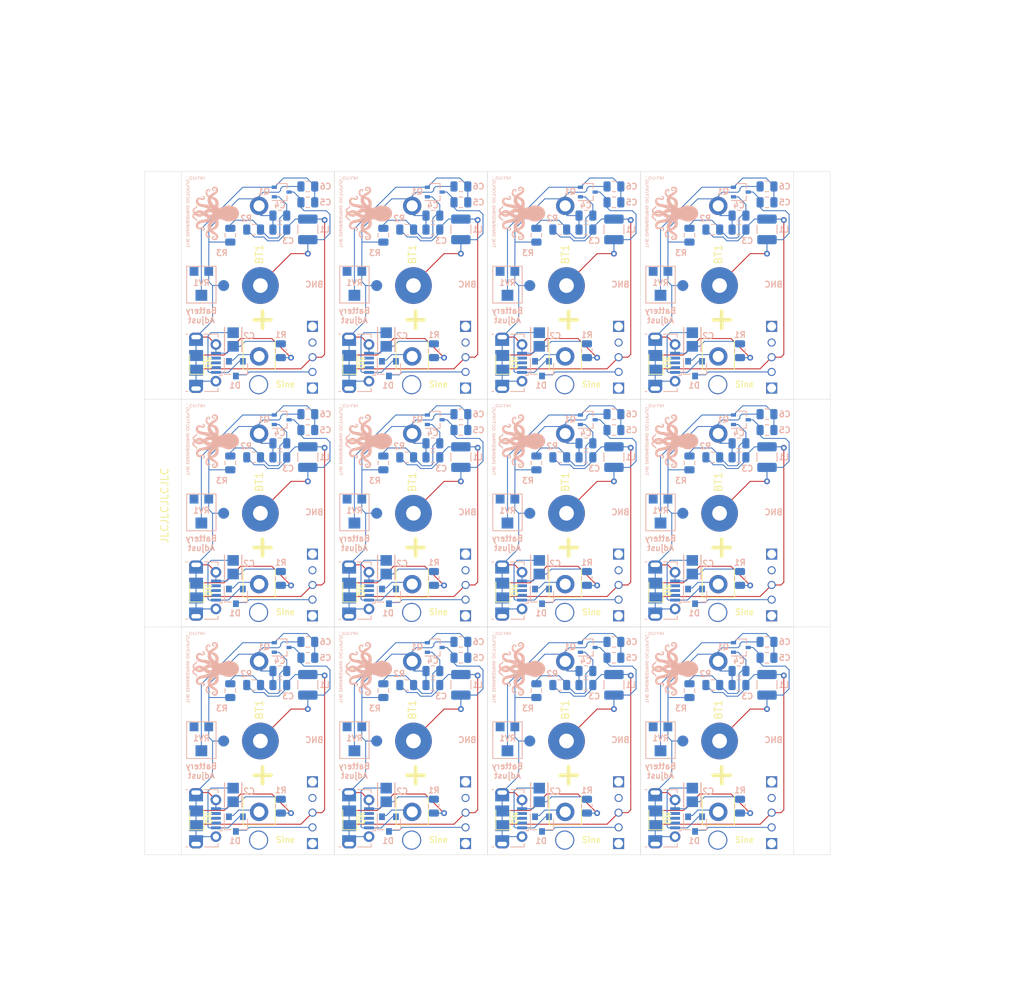
<source format=kicad_pcb>
(kicad_pcb (version 20171130) (host pcbnew "(5.1.5)-3")
  (layers (0 F.Cu signal) (31 B.Cu signal) (34 B.Paste user) (35 F.Paste user) (36 B.SilkS user) (37 F.SilkS user) (38 B.Mask user) (39 F.Mask user) (44 Edge.Cuts user))
  (net 0 "")
  (module Potentiometer_SMD:VG039NCHXTB102 (layer B.Cu) (at 174.6265 124.2023)
    (fp_text reference RV1 (at 0 -0.254) (layer B.SilkS) (effects (font (size 0.8 0.8) (thickness 0.153)) (justify mirror)))
    (fp_text value VG039NCHXTB102)
    (pad 2 smd rect (at 0 1.45) (size 1.6 1.5) (layers B.Cu B.Paste B.Mask))
    (pad 1 smd rect (at 1 -1.8) (size 1.2 1.2) (layers B.Cu B.Paste B.Mask))
    (pad 3 smd rect (at -1 -1.8) (size 1.2 1.2) (layers B.Cu B.Paste B.Mask))
  )
  (module Resistor_SMD:R_0805_2012Metric (layer B.Cu) (at 157.7355 117.4713 270)
    (fp_text reference R3 (at 2.413 1.143) (layer B.SilkS) (effects (font (size 0.8 0.8) (thickness 0.153)) (justify mirror)))
    (fp_text value 10k)
    (pad 1 smd roundrect (at -0.9375 0 270) (size 0.975 1.4) (layers B.Cu B.Paste B.Mask))
    (pad 2 smd roundrect (at 0.9375 0 270) (size 0.975 1.4) (layers B.Cu B.Paste B.Mask))
  )
  (module Diode_SMD:D_SOT-23_AAK (layer B.Cu) (at 179.3255 135.6323 270)
    (fp_text reference D1 (at 2.286 0.127) (layer B.SilkS) (effects (font (size 0.8 0.8) (thickness 0.153)) (justify mirror)))
    (fp_text value BAT54CLT1G)
    (pad 3 smd rect (at 1 0 270) (size 0.9 0.8) (layers B.Cu B.Paste B.Mask))
    (pad 2 smd rect (at -1 -0.95 270) (size 0.9 0.8) (layers B.Cu B.Paste B.Mask))
    (pad 1 smd rect (at -1 0.95 270) (size 0.9 0.8) (layers B.Cu B.Paste B.Mask))
  )
  (module Inductor_SMD:L_1210_3225Metric (layer B.Cu) (at 168.2845 116.6803 270)
    (fp_text reference L1 (at 0 -2.286 180) (layer B.SilkS) (effects (font (size 0.8 0.8) (thickness 0.153)) (justify mirror)))
    (fp_text value NLV32T-1R2J-PF)
    (pad 2 smd roundrect (at 1.4 0 270) (size 1.25 2.65) (layers B.Cu B.Paste B.Mask) (roundrect_rratio 0.2))
    (pad 1 smd roundrect (at -1.4 0 270) (size 1.25 2.65) (layers B.Cu B.Paste B.Mask) (roundrect_rratio 0.2))
  )
  (module Resistor_SMD:R_0805_2012Metric (layer B.Cu) (at 178.5635 117.4713 270)
    (fp_text reference R3 (at 2.413 1.143) (layer B.SilkS) (effects (font (size 0.8 0.8) (thickness 0.153)) (justify mirror)))
    (fp_text value 10k)
    (pad 1 smd roundrect (at -0.9375 0 270) (size 0.975 1.4) (layers B.Cu B.Paste B.Mask))
    (pad 2 smd roundrect (at 0.9375 0 270) (size 0.975 1.4) (layers B.Cu B.Paste B.Mask))
  )
  (module Package_TO_SOT_SMD:SOT-323_SC-70 (layer B.Cu) (at 185.5565 111.6003)
    (fp_text reference Q1 (at -2.421 -0.098 180) (layer B.SilkS) (effects (font (size 0.8 0.8) (thickness 0.153)) (justify mirror)))
    (fp_text value MMBT2222LT1G)
    (pad 3 smd rect (at 1 0 90) (size 0.45 0.7) (layers B.Cu B.Paste B.Mask))
    (pad 2 smd rect (at -1 -0.65 90) (size 0.45 0.7) (layers B.Cu B.Paste B.Mask))
    (pad 1 smd rect (at -1 0.65 90) (size 0.45 0.7) (layers B.Cu B.Paste B.Mask))
  )
  (module Resistor_SMD:R_0805_2012Metric (layer B.Cu) (at 185.4295 133.1903 90)
    (fp_text reference R1 (at 2.159 0) (layer B.SilkS) (effects (font (size 0.8 0.8) (thickness 0.153)) (justify mirror)))
    (fp_text value 330)
    (pad 2 smd roundrect (at 0.9375 0 90) (size 0.975 1.4) (layers B.Cu B.Paste B.Mask))
    (pad 1 smd roundrect (at -0.9375 0 90) (size 0.975 1.4) (layers B.Cu B.Paste B.Mask))
  )
  (module Resistor_SMD:R_0805_2012Metric (layer B.Cu) (at 181.7385 116.7093)
    (fp_text reference R2 (at -1.016 -1.524) (layer B.SilkS) (effects (font (size 0.8 0.8) (thickness 0.153)) (justify mirror)))
    (fp_text value 10k)
    (pad 2 smd roundrect (at 0.9375 0) (size 0.975 1.4) (layers B.Cu B.Paste B.Mask))
    (pad 1 smd roundrect (at -0.9375 0) (size 0.975 1.4) (layers B.Cu B.Paste B.Mask))
  )
  (module Battery:1809131546_Keystone-103_C238065 (layer F.Cu) (at 182.5005 133.9813 270)
    (fp_text reference BT1 (at -13.9065 0 270) (layer F.SilkS))
    (fp_text value "2032 Battery Cell")
    (fp_text user + (at -4.99364 -0.2286 270) (layer F.SilkS) (effects (font (size 3 3) (thickness 0.5))))
    (pad 1 thru_hole circle (at -0.01034 0.01778 270) (size 2.5 2.5) (drill 1.52) (layers *.Cu *.Mask))
    (pad 2 thru_hole circle (at -20.50034 0.01778 270) (size 2.5 2.5) (drill 1.52) (layers *.Cu *.Mask))
  )
  (module Connector_USB:USB_Micro-B_Molex-105017-0001 (layer B.Cu) (at 154.3145 134.8413 90)
    (fp_text reference J1 hide)
    (fp_text value USB_B_Micro)
    (pad 6 smd rect (at -2.9 -1.2375 90) (size 1.2 1.9) (layers B.Cu B.Mask))
    (pad 6 smd rect (at 2.9 -1.2375 90) (size 1.2 1.9) (layers B.Cu B.Mask))
    (pad 6 thru_hole oval (at 3.5 -1.2375 90) (size 1.2 1.9) (drill oval 0.6 1.3) (layers *.Cu *.Mask))
    (pad 6 thru_hole oval (at -3.5 -1.2375 270) (size 1.2 1.9) (drill oval 0.6 1.3) (layers *.Cu *.Mask))
    (pad 6 smd rect (at -1 -1.2375 90) (size 1.5 1.9) (layers B.Cu B.Paste B.Mask))
    (pad 6 thru_hole circle (at 2.5 1.4625 90) (size 1.45 1.45) (drill 0.85) (layers *.Cu *.Mask))
    (pad 3 smd rect (at 0 1.4625 90) (size 0.4 1.35) (layers B.Cu B.Paste B.Mask))
    (pad 4 smd rect (at 0.65 1.4625 90) (size 0.4 1.35) (layers B.Cu B.Paste B.Mask))
    (pad 5 smd rect (at 1.3 1.4625 90) (size 0.4 1.35) (layers B.Cu B.Paste B.Mask))
    (pad 1 smd rect (at -1.3 1.4625 90) (size 0.4 1.35) (layers B.Cu B.Paste B.Mask))
    (pad 2 smd rect (at -0.65 1.4625 90) (size 0.4 1.35) (layers B.Cu B.Paste B.Mask))
    (pad 6 thru_hole circle (at -2.5 1.4625 90) (size 1.45 1.45) (drill 0.85) (layers *.Cu *.Mask))
    (pad 6 smd rect (at 1 -1.2375 90) (size 1.5 1.9) (layers B.Cu B.Paste B.Mask))
  )
  (module Capacitor_SMD:C_0805_2012Metric (layer B.Cu) (at 168.2845 110.8383 180)
    (fp_text reference C6 (at -2.413 0) (layer B.SilkS) (effects (font (size 0.8 0.8) (thickness 0.153)) (justify mirror)))
    (fp_text value 500p)
    (pad 2 smd roundrect (at 0.9375 0 180) (size 0.975 1.4) (layers B.Cu B.Paste B.Mask))
    (pad 1 smd roundrect (at -0.9375 0 180) (size 0.975 1.4) (layers B.Cu B.Paste B.Mask))
  )
  (module Capacitor_SMD:C_0805_2012Metric (layer B.Cu) (at 185.3025 116.7093 180)
    (fp_text reference C3 (at -1.135 -1.524) (layer B.SilkS) (effects (font (size 0.8 0.8) (thickness 0.153)) (justify mirror)))
    (fp_text value 10n)
    (pad 2 smd roundrect (at 0.9375 0 180) (size 0.975 1.4) (layers B.Cu B.Paste B.Mask))
    (pad 1 smd roundrect (at -0.9375 0 180) (size 0.975 1.4) (layers B.Cu B.Paste B.Mask))
  )
  (module otk:newlogo (layer B.Cu) (at 176.1505 114.2963 90)
    (fp_text reference G*** hide)
    (fp_text value LOGO hide)
  )
  (module Package_TO_SOT_SMD:SOT-323_SC-70 (layer B.Cu) (at 164.7285 111.6003)
    (fp_text reference Q1 (at -2.421 -0.098 180) (layer B.SilkS) (effects (font (size 0.8 0.8) (thickness 0.153)) (justify mirror)))
    (fp_text value MMBT2222LT1G)
    (pad 3 smd rect (at 1 0 90) (size 0.45 0.7) (layers B.Cu B.Paste B.Mask))
    (pad 2 smd rect (at -1 -0.65 90) (size 0.45 0.7) (layers B.Cu B.Paste B.Mask))
    (pad 1 smd rect (at -1 0.65 90) (size 0.45 0.7) (layers B.Cu B.Paste B.Mask))
  )
  (module Switches:SS12D07VG4 (layer F.Cu) (at 189.7475 134.0793 90)
    (fp_text reference SW1 hide)
    (fp_text value SS12D07VG4)
    (pad MH thru_hole rect (at -4.2 0 90) (size 1.5 1.5) (drill 1.2) (layers *.Cu *.Mask))
    (pad 1 thru_hole circle (at -2 0 90) (size 1.1 1.1) (drill 0.8) (layers *.Cu *.Mask))
    (pad 2 thru_hole circle (at 0 0 90) (size 1.1 1.1) (drill 0.8) (layers *.Cu *.Mask))
    (pad 3 thru_hole circle (at 2 0 90) (size 1.1 1.1) (drill 0.8) (layers *.Cu *.Mask))
    (pad MH thru_hole rect (at 4.2 0 90) (size 1.5 1.5) (drill 1.2) (layers *.Cu *.Mask))
  )
  (module Connector_USB:USB_Micro-B_Molex-105017-0001 (layer B.Cu) (at 175.1425 134.8413 90)
    (fp_text reference J1 hide)
    (fp_text value USB_B_Micro)
    (pad 6 smd rect (at -2.9 -1.2375 90) (size 1.2 1.9) (layers B.Cu B.Mask))
    (pad 6 smd rect (at 2.9 -1.2375 90) (size 1.2 1.9) (layers B.Cu B.Mask))
    (pad 6 thru_hole oval (at 3.5 -1.2375 90) (size 1.2 1.9) (drill oval 0.6 1.3) (layers *.Cu *.Mask))
    (pad 6 thru_hole oval (at -3.5 -1.2375 270) (size 1.2 1.9) (drill oval 0.6 1.3) (layers *.Cu *.Mask))
    (pad 6 smd rect (at -1 -1.2375 90) (size 1.5 1.9) (layers B.Cu B.Paste B.Mask))
    (pad 6 thru_hole circle (at 2.5 1.4625 90) (size 1.45 1.45) (drill 0.85) (layers *.Cu *.Mask))
    (pad 3 smd rect (at 0 1.4625 90) (size 0.4 1.35) (layers B.Cu B.Paste B.Mask))
    (pad 4 smd rect (at 0.65 1.4625 90) (size 0.4 1.35) (layers B.Cu B.Paste B.Mask))
    (pad 5 smd rect (at 1.3 1.4625 90) (size 0.4 1.35) (layers B.Cu B.Paste B.Mask))
    (pad 1 smd rect (at -1.3 1.4625 90) (size 0.4 1.35) (layers B.Cu B.Paste B.Mask))
    (pad 2 smd rect (at -0.65 1.4625 90) (size 0.4 1.35) (layers B.Cu B.Paste B.Mask))
    (pad 6 thru_hole circle (at -2.5 1.4625 90) (size 1.45 1.45) (drill 0.85) (layers *.Cu *.Mask))
    (pad 6 smd rect (at 1 -1.2375 90) (size 1.5 1.9) (layers B.Cu B.Paste B.Mask))
  )
  (module Connector:BNC_OTK (layer B.Cu) (at 161.8329 124.3257 270)
    (fp_text reference J2 hide)
    (fp_text value Conn_Coaxial)
    (pad 2 smd custom (at 0 5 270) (size 1 1) (layers B.Cu B.Paste B.Mask) (options (clearance outline) (anchor circle)) (primitives (gr_arc (start 0 -5) (end 0 0) (angle -360) (width 1.5))))
    (pad 1 thru_hole circle (at 0 0 270) (size 5 5) (drill 2) (layers *.Mask F.Cu))
  )
  (module Connector:BNC_OTK (layer B.Cu) (at 182.6609 124.3257 270)
    (fp_text reference J2 hide)
    (fp_text value Conn_Coaxial)
    (pad 2 smd custom (at 0 5 270) (size 1 1) (layers B.Cu B.Paste B.Mask) (options (clearance outline) (anchor circle)) (primitives (gr_arc (start 0 -5) (end 0 0) (angle -360) (width 1.5))))
    (pad 1 thru_hole circle (at 0 0 270) (size 5 5) (drill 2) (layers *.Mask F.Cu))
  )
  (module Inductor_SMD:L_1210_3225Metric (layer B.Cu) (at 189.1125 116.6803 270)
    (fp_text reference L1 (at 0 -2.286 180) (layer B.SilkS) (effects (font (size 0.8 0.8) (thickness 0.153)) (justify mirror)))
    (fp_text value NLV32T-1R2J-PF)
    (pad 2 smd roundrect (at 1.4 0 270) (size 1.25 2.65) (layers B.Cu B.Paste B.Mask) (roundrect_rratio 0.2))
    (pad 1 smd roundrect (at -1.4 0 270) (size 1.25 2.65) (layers B.Cu B.Paste B.Mask) (roundrect_rratio 0.2))
  )
  (module Capacitor_SMD:C_0805_2012Metric (layer B.Cu) (at 164.4745 114.8043 180)
    (fp_text reference C4 (at 0.008 1.397 180) (layer B.SilkS) (effects (font (size 0.8 0.8) (thickness 0.153)) (justify mirror)))
    (fp_text value 100p)
    (pad 2 smd roundrect (at 0.9375 0 180) (size 0.975 1.4) (layers B.Cu B.Paste B.Mask))
    (pad 1 smd roundrect (at -0.9375 0 180) (size 0.975 1.4) (layers B.Cu B.Paste B.Mask))
  )
  (module Capacitor_SMD:C_0805_2012Metric (layer B.Cu) (at 189.1125 110.8383 180)
    (fp_text reference C6 (at -2.413 0) (layer B.SilkS) (effects (font (size 0.8 0.8) (thickness 0.153)) (justify mirror)))
    (fp_text value 500p)
    (pad 2 smd roundrect (at 0.9375 0 180) (size 0.975 1.4) (layers B.Cu B.Paste B.Mask))
    (pad 1 smd roundrect (at -0.9375 0 180) (size 0.975 1.4) (layers B.Cu B.Paste B.Mask))
  )
  (module Capacitor_SMD:C_0805_2012Metric (layer B.Cu) (at 185.3025 114.8043 180)
    (fp_text reference C4 (at 0.008 1.397 180) (layer B.SilkS) (effects (font (size 0.8 0.8) (thickness 0.153)) (justify mirror)))
    (fp_text value 100p)
    (pad 2 smd roundrect (at 0.9375 0 180) (size 0.975 1.4) (layers B.Cu B.Paste B.Mask))
    (pad 1 smd roundrect (at -0.9375 0 180) (size 0.975 1.4) (layers B.Cu B.Paste B.Mask))
  )
  (module LED_SMD:LED_0805_2012Metric (layer F.Cu) (at 173.9995 134.7143 90)
    (fp_text reference D3 hide)
    (fp_text value "White LED")
    (pad 1 smd roundrect (at -0.9375 0 90) (size 0.975 1.4) (layers F.Cu F.Paste F.Mask))
    (pad 2 smd roundrect (at 0.9375 0 90) (size 0.975 1.4) (layers F.Cu F.Paste F.Mask))
  )
  (module Potentiometer_SMD:VG039NCHXTB102 (layer B.Cu) (at 153.7985 124.2023)
    (fp_text reference RV1 (at 0 -0.254) (layer B.SilkS) (effects (font (size 0.8 0.8) (thickness 0.153)) (justify mirror)))
    (fp_text value VG039NCHXTB102)
    (pad 2 smd rect (at 0 1.45) (size 1.6 1.5) (layers B.Cu B.Paste B.Mask))
    (pad 1 smd rect (at 1 -1.8) (size 1.2 1.2) (layers B.Cu B.Paste B.Mask))
    (pad 3 smd rect (at -1 -1.8) (size 1.2 1.2) (layers B.Cu B.Paste B.Mask))
  )
  (module Capacitor_SMD:C_0805_2012Metric (layer B.Cu) (at 189.1125 112.9973)
    (fp_text reference C5 (at 2.413 0) (layer B.SilkS) (effects (font (size 0.8 0.8) (thickness 0.153)) (justify mirror)))
    (fp_text value 500p)
    (pad 2 smd roundrect (at 0.9375 0) (size 0.975 1.4) (layers B.Cu B.Paste B.Mask))
    (pad 1 smd roundrect (at -0.9375 0) (size 0.975 1.4) (layers B.Cu B.Paste B.Mask))
  )
  (module Caps:Samsung-CL21-09_2016-0-IPC_A (layer B.Cu) (at 178.9525 131.6663 270)
    (fp_text reference C2 (at -0.508 -3.048 180) (layer B.SilkS) (effects (font (size 0.8 0.8) (thickness 0.153)) (justify left mirror)))
    (fp_text value 4u7 hide)
    (pad 2 smd rect (at 0.925782 -0.000001 270) (size 1.454636 1.556201) (layers B.Cu B.Paste B.Mask))
    (pad 1 smd rect (at -0.925782 -0.000001 270) (size 1.454636 1.556201) (layers B.Cu B.Paste B.Mask))
  )
  (module Resistor_SMD:R_0805_2012Metric (layer B.Cu) (at 164.6015 133.1903 90)
    (fp_text reference R1 (at 2.159 0) (layer B.SilkS) (effects (font (size 0.8 0.8) (thickness 0.153)) (justify mirror)))
    (fp_text value 330)
    (pad 2 smd roundrect (at 0.9375 0 90) (size 0.975 1.4) (layers B.Cu B.Paste B.Mask))
    (pad 1 smd roundrect (at -0.9375 0 90) (size 0.975 1.4) (layers B.Cu B.Paste B.Mask))
  )
  (module Connector:BNC_OTK (layer B.Cu) (at 141.0049 124.3257 270)
    (fp_text reference J2 hide)
    (fp_text value Conn_Coaxial)
    (pad 2 smd custom (at 0 5 270) (size 1 1) (layers B.Cu B.Paste B.Mask) (options (clearance outline) (anchor circle)) (primitives (gr_arc (start 0 -5) (end 0 0) (angle -360) (width 1.5))))
    (pad 1 thru_hole circle (at 0 0 270) (size 5 5) (drill 2) (layers *.Mask F.Cu))
  )
  (module Switches:SS12D07VG4 (layer F.Cu) (at 168.9195 134.0793 90)
    (fp_text reference SW1 hide)
    (fp_text value SS12D07VG4)
    (pad MH thru_hole rect (at -4.2 0 90) (size 1.5 1.5) (drill 1.2) (layers *.Cu *.Mask))
    (pad 1 thru_hole circle (at -2 0 90) (size 1.1 1.1) (drill 0.8) (layers *.Cu *.Mask))
    (pad 2 thru_hole circle (at 0 0 90) (size 1.1 1.1) (drill 0.8) (layers *.Cu *.Mask))
    (pad 3 thru_hole circle (at 2 0 90) (size 1.1 1.1) (drill 0.8) (layers *.Cu *.Mask))
    (pad MH thru_hole rect (at 4.2 0 90) (size 1.5 1.5) (drill 1.2) (layers *.Cu *.Mask))
  )
  (module Resistor_SMD:R_0805_2012Metric (layer B.Cu) (at 160.9105 116.7093)
    (fp_text reference R2 (at -1.016 -1.524) (layer B.SilkS) (effects (font (size 0.8 0.8) (thickness 0.153)) (justify mirror)))
    (fp_text value 10k)
    (pad 2 smd roundrect (at 0.9375 0) (size 0.975 1.4) (layers B.Cu B.Paste B.Mask))
    (pad 1 smd roundrect (at -0.9375 0) (size 0.975 1.4) (layers B.Cu B.Paste B.Mask))
  )
  (module Resistor_SMD:R_0805_2012Metric (layer B.Cu) (at 136.9075 117.4713 270)
    (fp_text reference R3 (at 2.413 1.143) (layer B.SilkS) (effects (font (size 0.8 0.8) (thickness 0.153)) (justify mirror)))
    (fp_text value 10k)
    (pad 1 smd roundrect (at -0.9375 0 270) (size 0.975 1.4) (layers B.Cu B.Paste B.Mask))
    (pad 2 smd roundrect (at 0.9375 0 270) (size 0.975 1.4) (layers B.Cu B.Paste B.Mask))
  )
  (module Inductor_SMD:L_1210_3225Metric (layer B.Cu) (at 147.4565 116.6803 270)
    (fp_text reference L1 (at 0 -2.286 180) (layer B.SilkS) (effects (font (size 0.8 0.8) (thickness 0.153)) (justify mirror)))
    (fp_text value NLV32T-1R2J-PF)
    (pad 2 smd roundrect (at 1.4 0 270) (size 1.25 2.65) (layers B.Cu B.Paste B.Mask) (roundrect_rratio 0.2))
    (pad 1 smd roundrect (at -1.4 0 270) (size 1.25 2.65) (layers B.Cu B.Paste B.Mask) (roundrect_rratio 0.2))
  )
  (module Capacitor_SMD:C_0805_2012Metric (layer B.Cu) (at 143.6465 114.8043 180)
    (fp_text reference C4 (at 0.008 1.397 180) (layer B.SilkS) (effects (font (size 0.8 0.8) (thickness 0.153)) (justify mirror)))
    (fp_text value 100p)
    (pad 2 smd roundrect (at 0.9375 0 180) (size 0.975 1.4) (layers B.Cu B.Paste B.Mask))
    (pad 1 smd roundrect (at -0.9375 0 180) (size 0.975 1.4) (layers B.Cu B.Paste B.Mask))
  )
  (module Battery:1809131546_Keystone-103_C238065 (layer F.Cu) (at 161.6725 133.9813 270)
    (fp_text reference BT1 (at -13.9065 0 270) (layer F.SilkS))
    (fp_text value "2032 Battery Cell")
    (fp_text user + (at -4.99364 -0.2286 270) (layer F.SilkS) (effects (font (size 3 3) (thickness 0.5))))
    (pad 1 thru_hole circle (at -0.01034 0.01778 270) (size 2.5 2.5) (drill 1.52) (layers *.Cu *.Mask))
    (pad 2 thru_hole circle (at -20.50034 0.01778 270) (size 2.5 2.5) (drill 1.52) (layers *.Cu *.Mask))
  )
  (module Capacitor_SMD:C_0805_2012Metric (layer B.Cu) (at 168.2845 112.9973)
    (fp_text reference C5 (at 2.413 0) (layer B.SilkS) (effects (font (size 0.8 0.8) (thickness 0.153)) (justify mirror)))
    (fp_text value 500p)
    (pad 2 smd roundrect (at 0.9375 0) (size 0.975 1.4) (layers B.Cu B.Paste B.Mask))
    (pad 1 smd roundrect (at -0.9375 0) (size 0.975 1.4) (layers B.Cu B.Paste B.Mask))
  )
  (module Capacitor_SMD:C_0805_2012Metric (layer B.Cu) (at 147.4565 110.8383 180)
    (fp_text reference C6 (at -2.413 0) (layer B.SilkS) (effects (font (size 0.8 0.8) (thickness 0.153)) (justify mirror)))
    (fp_text value 500p)
    (pad 2 smd roundrect (at 0.9375 0 180) (size 0.975 1.4) (layers B.Cu B.Paste B.Mask))
    (pad 1 smd roundrect (at -0.9375 0 180) (size 0.975 1.4) (layers B.Cu B.Paste B.Mask))
  )
  (module Connector_USB:USB_Micro-B_Molex-105017-0001 (layer B.Cu) (at 133.4865 134.8413 90)
    (fp_text reference J1 hide)
    (fp_text value USB_B_Micro)
    (pad 6 smd rect (at -2.9 -1.2375 90) (size 1.2 1.9) (layers B.Cu B.Mask))
    (pad 6 smd rect (at 2.9 -1.2375 90) (size 1.2 1.9) (layers B.Cu B.Mask))
    (pad 6 thru_hole oval (at 3.5 -1.2375 90) (size 1.2 1.9) (drill oval 0.6 1.3) (layers *.Cu *.Mask))
    (pad 6 thru_hole oval (at -3.5 -1.2375 270) (size 1.2 1.9) (drill oval 0.6 1.3) (layers *.Cu *.Mask))
    (pad 6 smd rect (at -1 -1.2375 90) (size 1.5 1.9) (layers B.Cu B.Paste B.Mask))
    (pad 6 thru_hole circle (at 2.5 1.4625 90) (size 1.45 1.45) (drill 0.85) (layers *.Cu *.Mask))
    (pad 3 smd rect (at 0 1.4625 90) (size 0.4 1.35) (layers B.Cu B.Paste B.Mask))
    (pad 4 smd rect (at 0.65 1.4625 90) (size 0.4 1.35) (layers B.Cu B.Paste B.Mask))
    (pad 5 smd rect (at 1.3 1.4625 90) (size 0.4 1.35) (layers B.Cu B.Paste B.Mask))
    (pad 1 smd rect (at -1.3 1.4625 90) (size 0.4 1.35) (layers B.Cu B.Paste B.Mask))
    (pad 2 smd rect (at -0.65 1.4625 90) (size 0.4 1.35) (layers B.Cu B.Paste B.Mask))
    (pad 6 thru_hole circle (at -2.5 1.4625 90) (size 1.45 1.45) (drill 0.85) (layers *.Cu *.Mask))
    (pad 6 smd rect (at 1 -1.2375 90) (size 1.5 1.9) (layers B.Cu B.Paste B.Mask))
  )
  (module Capacitor_SMD:C_0805_2012Metric (layer B.Cu) (at 164.4745 116.7093 180)
    (fp_text reference C3 (at -1.135 -1.524) (layer B.SilkS) (effects (font (size 0.8 0.8) (thickness 0.153)) (justify mirror)))
    (fp_text value 10n)
    (pad 2 smd roundrect (at 0.9375 0 180) (size 0.975 1.4) (layers B.Cu B.Paste B.Mask))
    (pad 1 smd roundrect (at -0.9375 0 180) (size 0.975 1.4) (layers B.Cu B.Paste B.Mask))
  )
  (module Diode_SMD:D_SOT-23_AAK (layer B.Cu) (at 158.4975 135.6323 270)
    (fp_text reference D1 (at 2.286 0.127) (layer B.SilkS) (effects (font (size 0.8 0.8) (thickness 0.153)) (justify mirror)))
    (fp_text value BAT54CLT1G)
    (pad 3 smd rect (at 1 0 270) (size 0.9 0.8) (layers B.Cu B.Paste B.Mask))
    (pad 2 smd rect (at -1 -0.95 270) (size 0.9 0.8) (layers B.Cu B.Paste B.Mask))
    (pad 1 smd rect (at -1 0.95 270) (size 0.9 0.8) (layers B.Cu B.Paste B.Mask))
  )
  (module otk:newlogo (layer B.Cu) (at 155.3225 114.2963 90)
    (fp_text reference G*** hide)
    (fp_text value LOGO hide)
  )
  (module LED_SMD:LED_0805_2012Metric (layer F.Cu) (at 153.1715 134.7143 90)
    (fp_text reference D3 hide)
    (fp_text value "White LED")
    (pad 1 smd roundrect (at -0.9375 0 90) (size 0.975 1.4) (layers F.Cu F.Paste F.Mask))
    (pad 2 smd roundrect (at 0.9375 0 90) (size 0.975 1.4) (layers F.Cu F.Paste F.Mask))
  )
  (module Caps:Samsung-CL21-09_2016-0-IPC_A (layer B.Cu) (at 158.1245 131.6663 270)
    (fp_text reference C2 (at -0.508 -3.048 180) (layer B.SilkS) (effects (font (size 0.8 0.8) (thickness 0.153)) (justify left mirror)))
    (fp_text value 4u7 hide)
    (pad 2 smd rect (at 0.925782 -0.000001 270) (size 1.454636 1.556201) (layers B.Cu B.Paste B.Mask))
    (pad 1 smd rect (at -0.925782 -0.000001 270) (size 1.454636 1.556201) (layers B.Cu B.Paste B.Mask))
  )
  (module Potentiometer_SMD:VG039NCHXTB102 (layer B.Cu) (at 132.9705 124.2023)
    (fp_text reference RV1 (at 0 -0.254) (layer B.SilkS) (effects (font (size 0.8 0.8) (thickness 0.153)) (justify mirror)))
    (fp_text value VG039NCHXTB102)
    (pad 2 smd rect (at 0 1.45) (size 1.6 1.5) (layers B.Cu B.Paste B.Mask))
    (pad 1 smd rect (at 1 -1.8) (size 1.2 1.2) (layers B.Cu B.Paste B.Mask))
    (pad 3 smd rect (at -1 -1.8) (size 1.2 1.2) (layers B.Cu B.Paste B.Mask))
  )
  (module Resistor_SMD:R_0805_2012Metric (layer B.Cu) (at 143.7735 133.1903 90)
    (fp_text reference R1 (at 2.159 0) (layer B.SilkS) (effects (font (size 0.8 0.8) (thickness 0.153)) (justify mirror)))
    (fp_text value 330)
    (pad 2 smd roundrect (at 0.9375 0 90) (size 0.975 1.4) (layers B.Cu B.Paste B.Mask))
    (pad 1 smd roundrect (at -0.9375 0 90) (size 0.975 1.4) (layers B.Cu B.Paste B.Mask))
  )
  (module Switches:SS12D07VG4 (layer F.Cu) (at 148.0915 134.0793 90)
    (fp_text reference SW1 hide)
    (fp_text value SS12D07VG4)
    (pad MH thru_hole rect (at -4.2 0 90) (size 1.5 1.5) (drill 1.2) (layers *.Cu *.Mask))
    (pad 1 thru_hole circle (at -2 0 90) (size 1.1 1.1) (drill 0.8) (layers *.Cu *.Mask))
    (pad 2 thru_hole circle (at 0 0 90) (size 1.1 1.1) (drill 0.8) (layers *.Cu *.Mask))
    (pad 3 thru_hole circle (at 2 0 90) (size 1.1 1.1) (drill 0.8) (layers *.Cu *.Mask))
    (pad MH thru_hole rect (at 4.2 0 90) (size 1.5 1.5) (drill 1.2) (layers *.Cu *.Mask))
  )
  (module Capacitor_SMD:C_0805_2012Metric (layer B.Cu) (at 147.4565 112.9973)
    (fp_text reference C5 (at 2.413 0) (layer B.SilkS) (effects (font (size 0.8 0.8) (thickness 0.153)) (justify mirror)))
    (fp_text value 500p)
    (pad 2 smd roundrect (at 0.9375 0) (size 0.975 1.4) (layers B.Cu B.Paste B.Mask))
    (pad 1 smd roundrect (at -0.9375 0) (size 0.975 1.4) (layers B.Cu B.Paste B.Mask))
  )
  (module Battery:1809131546_Keystone-103_C238065 (layer F.Cu) (at 140.8445 133.9813 270)
    (fp_text reference BT1 (at -13.9065 0 270) (layer F.SilkS))
    (fp_text value "2032 Battery Cell")
    (fp_text user + (at -4.99364 -0.2286 270) (layer F.SilkS) (effects (font (size 3 3) (thickness 0.5))))
    (pad 1 thru_hole circle (at -0.01034 0.01778 270) (size 2.5 2.5) (drill 1.52) (layers *.Cu *.Mask))
    (pad 2 thru_hole circle (at -20.50034 0.01778 270) (size 2.5 2.5) (drill 1.52) (layers *.Cu *.Mask))
  )
  (module otk:newlogo (layer B.Cu) (at 134.4945 114.2963 90)
    (fp_text reference G*** hide)
    (fp_text value LOGO hide)
  )
  (module Caps:Samsung-CL21-09_2016-0-IPC_A (layer B.Cu) (at 137.2965 131.6663 270)
    (fp_text reference C2 (at -0.508 -3.048 180) (layer B.SilkS) (effects (font (size 0.8 0.8) (thickness 0.153)) (justify left mirror)))
    (fp_text value 4u7 hide)
    (pad 2 smd rect (at 0.925782 -0.000001 270) (size 1.454636 1.556201) (layers B.Cu B.Paste B.Mask))
    (pad 1 smd rect (at -0.925782 -0.000001 270) (size 1.454636 1.556201) (layers B.Cu B.Paste B.Mask))
  )
  (module LED_SMD:LED_0805_2012Metric (layer F.Cu) (at 132.3435 134.7143 90)
    (fp_text reference D3 hide)
    (fp_text value "White LED")
    (pad 1 smd roundrect (at -0.9375 0 90) (size 0.975 1.4) (layers F.Cu F.Paste F.Mask))
    (pad 2 smd roundrect (at 0.9375 0 90) (size 0.975 1.4) (layers F.Cu F.Paste F.Mask))
  )
  (module Capacitor_SMD:C_0805_2012Metric (layer B.Cu) (at 143.6465 116.7093 180)
    (fp_text reference C3 (at -1.135 -1.524) (layer B.SilkS) (effects (font (size 0.8 0.8) (thickness 0.153)) (justify mirror)))
    (fp_text value 10n)
    (pad 2 smd roundrect (at 0.9375 0 180) (size 0.975 1.4) (layers B.Cu B.Paste B.Mask))
    (pad 1 smd roundrect (at -0.9375 0 180) (size 0.975 1.4) (layers B.Cu B.Paste B.Mask))
  )
  (module Diode_SMD:D_SOT-23_AAK (layer B.Cu) (at 137.6695 135.6323 270)
    (fp_text reference D1 (at 2.286 0.127) (layer B.SilkS) (effects (font (size 0.8 0.8) (thickness 0.153)) (justify mirror)))
    (fp_text value BAT54CLT1G)
    (pad 3 smd rect (at 1 0 270) (size 0.9 0.8) (layers B.Cu B.Paste B.Mask))
    (pad 2 smd rect (at -1 -0.95 270) (size 0.9 0.8) (layers B.Cu B.Paste B.Mask))
    (pad 1 smd rect (at -1 0.95 270) (size 0.9 0.8) (layers B.Cu B.Paste B.Mask))
  )
  (module Package_TO_SOT_SMD:SOT-323_SC-70 (layer B.Cu) (at 143.9005 111.6003)
    (fp_text reference Q1 (at -2.421 -0.098 180) (layer B.SilkS) (effects (font (size 0.8 0.8) (thickness 0.153)) (justify mirror)))
    (fp_text value MMBT2222LT1G)
    (pad 3 smd rect (at 1 0 90) (size 0.45 0.7) (layers B.Cu B.Paste B.Mask))
    (pad 2 smd rect (at -1 -0.65 90) (size 0.45 0.7) (layers B.Cu B.Paste B.Mask))
    (pad 1 smd rect (at -1 0.65 90) (size 0.45 0.7) (layers B.Cu B.Paste B.Mask))
  )
  (module Resistor_SMD:R_0805_2012Metric (layer B.Cu) (at 140.0825 116.7093)
    (fp_text reference R2 (at -1.016 -1.524) (layer B.SilkS) (effects (font (size 0.8 0.8) (thickness 0.153)) (justify mirror)))
    (fp_text value 10k)
    (pad 2 smd roundrect (at 0.9375 0) (size 0.975 1.4) (layers B.Cu B.Paste B.Mask))
    (pad 1 smd roundrect (at -0.9375 0) (size 0.975 1.4) (layers B.Cu B.Paste B.Mask))
  )
  (module Capacitor_SMD:C_0805_2012Metric (layer B.Cu) (at 126.6285 110.8383 180)
    (fp_text reference C6 (at -2.413 0) (layer B.SilkS) (effects (font (size 0.8 0.8) (thickness 0.153)) (justify mirror)))
    (fp_text value 500p)
    (pad 1 smd roundrect (at -0.9375 0 180) (size 0.975 1.4) (layers B.Cu B.Paste B.Mask))
    (pad 2 smd roundrect (at 0.9375 0 180) (size 0.975 1.4) (layers B.Cu B.Paste B.Mask))
  )
  (module Potentiometer_SMD:VG039NCHXTB102 (layer B.Cu) (at 112.1425 124.2023)
    (fp_text reference RV1 (at 0 -0.254) (layer B.SilkS) (effects (font (size 0.8 0.8) (thickness 0.153)) (justify mirror)))
    (fp_text value VG039NCHXTB102)
    (pad 3 smd rect (at -1 -1.8) (size 1.2 1.2) (layers B.Cu B.Paste B.Mask))
    (pad 1 smd rect (at 1 -1.8) (size 1.2 1.2) (layers B.Cu B.Paste B.Mask))
    (pad 2 smd rect (at 0 1.45) (size 1.6 1.5) (layers B.Cu B.Paste B.Mask))
  )
  (module Resistor_SMD:R_0805_2012Metric (layer B.Cu) (at 116.0795 117.4713 270)
    (fp_text reference R3 (at 2.413 1.143) (layer B.SilkS) (effects (font (size 0.8 0.8) (thickness 0.153)) (justify mirror)))
    (fp_text value 10k)
    (pad 2 smd roundrect (at 0.9375 0 270) (size 0.975 1.4) (layers B.Cu B.Paste B.Mask))
    (pad 1 smd roundrect (at -0.9375 0 270) (size 0.975 1.4) (layers B.Cu B.Paste B.Mask))
  )
  (module Connector:BNC_OTK (layer B.Cu) (at 120.1769 124.3257 270)
    (fp_text reference J2 hide)
    (fp_text value Conn_Coaxial)
    (pad 1 thru_hole circle (at 0 0 270) (size 5 5) (drill 2) (layers *.Mask F.Cu))
    (pad 2 smd custom (at 0 5 270) (size 1 1) (layers B.Cu B.Paste B.Mask) (options (clearance outline) (anchor circle)) (primitives (gr_arc (start 0 -5) (end 0 0) (angle -360) (width 1.5))))
  )
  (module Inductor_SMD:L_1210_3225Metric (layer B.Cu) (at 126.6285 116.6803 270)
    (fp_text reference L1 (at 0 -2.286 180) (layer B.SilkS) (effects (font (size 0.8 0.8) (thickness 0.153)) (justify mirror)))
    (fp_text value NLV32T-1R2J-PF)
    (pad 1 smd roundrect (at -1.4 0 270) (size 1.25 2.65) (layers B.Cu B.Paste B.Mask) (roundrect_rratio 0.2))
    (pad 2 smd roundrect (at 1.4 0 270) (size 1.25 2.65) (layers B.Cu B.Paste B.Mask) (roundrect_rratio 0.2))
  )
  (module Capacitor_SMD:C_0805_2012Metric (layer B.Cu) (at 122.8185 114.8043 180)
    (fp_text reference C4 (at 0.008 1.397 180) (layer B.SilkS) (effects (font (size 0.8 0.8) (thickness 0.153)) (justify mirror)))
    (fp_text value 100p)
    (pad 1 smd roundrect (at -0.9375 0 180) (size 0.975 1.4) (layers B.Cu B.Paste B.Mask))
    (pad 2 smd roundrect (at 0.9375 0 180) (size 0.975 1.4) (layers B.Cu B.Paste B.Mask))
  )
  (module Connector_USB:USB_Micro-B_Molex-105017-0001 (layer B.Cu) (at 112.6585 134.8413 90)
    (fp_text reference J1 hide)
    (fp_text value USB_B_Micro)
    (pad 6 smd rect (at 1 -1.2375 90) (size 1.5 1.9) (layers B.Cu B.Paste B.Mask))
    (pad 6 thru_hole circle (at -2.5 1.4625 90) (size 1.45 1.45) (drill 0.85) (layers *.Cu *.Mask))
    (pad 2 smd rect (at -0.65 1.4625 90) (size 0.4 1.35) (layers B.Cu B.Paste B.Mask))
    (pad 1 smd rect (at -1.3 1.4625 90) (size 0.4 1.35) (layers B.Cu B.Paste B.Mask))
    (pad 5 smd rect (at 1.3 1.4625 90) (size 0.4 1.35) (layers B.Cu B.Paste B.Mask))
    (pad 4 smd rect (at 0.65 1.4625 90) (size 0.4 1.35) (layers B.Cu B.Paste B.Mask))
    (pad 3 smd rect (at 0 1.4625 90) (size 0.4 1.35) (layers B.Cu B.Paste B.Mask))
    (pad 6 thru_hole circle (at 2.5 1.4625 90) (size 1.45 1.45) (drill 0.85) (layers *.Cu *.Mask))
    (pad 6 smd rect (at -1 -1.2375 90) (size 1.5 1.9) (layers B.Cu B.Paste B.Mask))
    (pad 6 thru_hole oval (at -3.5 -1.2375 270) (size 1.2 1.9) (drill oval 0.6 1.3) (layers *.Cu *.Mask))
    (pad 6 thru_hole oval (at 3.5 -1.2375 90) (size 1.2 1.9) (drill oval 0.6 1.3) (layers *.Cu *.Mask))
    (pad 6 smd rect (at 2.9 -1.2375 90) (size 1.2 1.9) (layers B.Cu B.Mask))
    (pad 6 smd rect (at -2.9 -1.2375 90) (size 1.2 1.9) (layers B.Cu B.Mask))
  )
  (module Package_TO_SOT_SMD:SOT-323_SC-70 (layer B.Cu) (at 123.0725 111.6003)
    (fp_text reference Q1 (at -2.421 -0.098 180) (layer B.SilkS) (effects (font (size 0.8 0.8) (thickness 0.153)) (justify mirror)))
    (fp_text value MMBT2222LT1G)
    (pad 1 smd rect (at -1 0.65 90) (size 0.45 0.7) (layers B.Cu B.Paste B.Mask))
    (pad 2 smd rect (at -1 -0.65 90) (size 0.45 0.7) (layers B.Cu B.Paste B.Mask))
    (pad 3 smd rect (at 1 0 90) (size 0.45 0.7) (layers B.Cu B.Paste B.Mask))
  )
  (module Resistor_SMD:R_0805_2012Metric (layer B.Cu) (at 122.9455 133.1903 90)
    (fp_text reference R1 (at 2.159 0) (layer B.SilkS) (effects (font (size 0.8 0.8) (thickness 0.153)) (justify mirror)))
    (fp_text value 330)
    (pad 1 smd roundrect (at -0.9375 0 90) (size 0.975 1.4) (layers B.Cu B.Paste B.Mask))
    (pad 2 smd roundrect (at 0.9375 0 90) (size 0.975 1.4) (layers B.Cu B.Paste B.Mask))
  )
  (module Switches:SS12D07VG4 (layer F.Cu) (at 127.2635 134.0793 90)
    (fp_text reference SW1 hide)
    (fp_text value SS12D07VG4)
    (pad MH thru_hole rect (at 4.2 0 90) (size 1.5 1.5) (drill 1.2) (layers *.Cu *.Mask))
    (pad 3 thru_hole circle (at 2 0 90) (size 1.1 1.1) (drill 0.8) (layers *.Cu *.Mask))
    (pad 2 thru_hole circle (at 0 0 90) (size 1.1 1.1) (drill 0.8) (layers *.Cu *.Mask))
    (pad 1 thru_hole circle (at -2 0 90) (size 1.1 1.1) (drill 0.8) (layers *.Cu *.Mask))
    (pad MH thru_hole rect (at -4.2 0 90) (size 1.5 1.5) (drill 1.2) (layers *.Cu *.Mask))
  )
  (module Resistor_SMD:R_0805_2012Metric (layer B.Cu) (at 119.2545 116.7093)
    (fp_text reference R2 (at -1.016 -1.524) (layer B.SilkS) (effects (font (size 0.8 0.8) (thickness 0.153)) (justify mirror)))
    (fp_text value 10k)
    (pad 1 smd roundrect (at -0.9375 0) (size 0.975 1.4) (layers B.Cu B.Paste B.Mask))
    (pad 2 smd roundrect (at 0.9375 0) (size 0.975 1.4) (layers B.Cu B.Paste B.Mask))
  )
  (module Battery:1809131546_Keystone-103_C238065 (layer F.Cu) (at 120.0165 133.9813 270)
    (fp_text reference BT1 (at -13.9065 0 270) (layer F.SilkS))
    (fp_text value "2032 Battery Cell")
    (fp_text user + (at -4.99364 -0.2286 270) (layer F.SilkS) (effects (font (size 3 3) (thickness 0.5))))
    (pad 2 thru_hole circle (at -20.50034 0.01778 270) (size 2.5 2.5) (drill 1.52) (layers *.Cu *.Mask))
    (pad 1 thru_hole circle (at -0.01034 0.01778 270) (size 2.5 2.5) (drill 1.52) (layers *.Cu *.Mask))
  )
  (module Capacitor_SMD:C_0805_2012Metric (layer B.Cu) (at 126.6285 112.9973)
    (fp_text reference C5 (at 2.413 0) (layer B.SilkS) (effects (font (size 0.8 0.8) (thickness 0.153)) (justify mirror)))
    (fp_text value 500p)
    (pad 1 smd roundrect (at -0.9375 0) (size 0.975 1.4) (layers B.Cu B.Paste B.Mask))
    (pad 2 smd roundrect (at 0.9375 0) (size 0.975 1.4) (layers B.Cu B.Paste B.Mask))
  )
  (module Capacitor_SMD:C_0805_2012Metric (layer B.Cu) (at 122.8185 116.7093 180)
    (fp_text reference C3 (at -1.135 -1.524) (layer B.SilkS) (effects (font (size 0.8 0.8) (thickness 0.153)) (justify mirror)))
    (fp_text value 10n)
    (pad 1 smd roundrect (at -0.9375 0 180) (size 0.975 1.4) (layers B.Cu B.Paste B.Mask))
    (pad 2 smd roundrect (at 0.9375 0 180) (size 0.975 1.4) (layers B.Cu B.Paste B.Mask))
  )
  (module Diode_SMD:D_SOT-23_AAK (layer B.Cu) (at 116.8415 135.6323 270)
    (fp_text reference D1 (at 2.286 0.127) (layer B.SilkS) (effects (font (size 0.8 0.8) (thickness 0.153)) (justify mirror)))
    (fp_text value BAT54CLT1G)
    (pad 1 smd rect (at -1 0.95 270) (size 0.9 0.8) (layers B.Cu B.Paste B.Mask))
    (pad 2 smd rect (at -1 -0.95 270) (size 0.9 0.8) (layers B.Cu B.Paste B.Mask))
    (pad 3 smd rect (at 1 0 270) (size 0.9 0.8) (layers B.Cu B.Paste B.Mask))
  )
  (module LED_SMD:LED_0805_2012Metric (layer F.Cu) (at 111.5155 134.7143 90)
    (fp_text reference D3 hide)
    (fp_text value "White LED")
    (pad 2 smd roundrect (at 0.9375 0 90) (size 0.975 1.4) (layers F.Cu F.Paste F.Mask))
    (pad 1 smd roundrect (at -0.9375 0 90) (size 0.975 1.4) (layers F.Cu F.Paste F.Mask))
  )
  (module otk:newlogo (layer B.Cu) (at 113.6665 114.2963 90)
    (fp_text reference G*** hide)
    (fp_text value LOGO hide)
  )
  (module Caps:Samsung-CL21-09_2016-0-IPC_A (layer B.Cu) (at 116.4685 131.6663 270)
    (fp_text reference C2 (at -0.508 -3.048 180) (layer B.SilkS) (effects (font (size 0.8 0.8) (thickness 0.153)) (justify left mirror)))
    (fp_text value 4u7 hide)
    (pad 1 smd rect (at -0.925782 -0.000001 270) (size 1.454636 1.556201) (layers B.Cu B.Paste B.Mask))
    (pad 2 smd rect (at 0.925782 -0.000001 270) (size 1.454636 1.556201) (layers B.Cu B.Paste B.Mask))
  )
  (module Potentiometer_SMD:VG039NCHXTB102 (layer B.Cu) (at 174.6265 93.2143)
    (fp_text reference RV1 (at 0 -0.254) (layer B.SilkS) (effects (font (size 0.8 0.8) (thickness 0.153)) (justify mirror)))
    (fp_text value VG039NCHXTB102)
    (pad 2 smd rect (at 0 1.45) (size 1.6 1.5) (layers B.Cu B.Paste B.Mask))
    (pad 1 smd rect (at 1 -1.8) (size 1.2 1.2) (layers B.Cu B.Paste B.Mask))
    (pad 3 smd rect (at -1 -1.8) (size 1.2 1.2) (layers B.Cu B.Paste B.Mask))
  )
  (module Resistor_SMD:R_0805_2012Metric (layer B.Cu) (at 157.7355 86.4833 270)
    (fp_text reference R3 (at 2.413 1.143) (layer B.SilkS) (effects (font (size 0.8 0.8) (thickness 0.153)) (justify mirror)))
    (fp_text value 10k)
    (pad 1 smd roundrect (at -0.9375 0 270) (size 0.975 1.4) (layers B.Cu B.Paste B.Mask))
    (pad 2 smd roundrect (at 0.9375 0 270) (size 0.975 1.4) (layers B.Cu B.Paste B.Mask))
  )
  (module Diode_SMD:D_SOT-23_AAK (layer B.Cu) (at 179.3255 104.6443 270)
    (fp_text reference D1 (at 2.286 0.127) (layer B.SilkS) (effects (font (size 0.8 0.8) (thickness 0.153)) (justify mirror)))
    (fp_text value BAT54CLT1G)
    (pad 3 smd rect (at 1 0 270) (size 0.9 0.8) (layers B.Cu B.Paste B.Mask))
    (pad 2 smd rect (at -1 -0.95 270) (size 0.9 0.8) (layers B.Cu B.Paste B.Mask))
    (pad 1 smd rect (at -1 0.95 270) (size 0.9 0.8) (layers B.Cu B.Paste B.Mask))
  )
  (module Inductor_SMD:L_1210_3225Metric (layer B.Cu) (at 168.2845 85.6923 270)
    (fp_text reference L1 (at 0 -2.286 180) (layer B.SilkS) (effects (font (size 0.8 0.8) (thickness 0.153)) (justify mirror)))
    (fp_text value NLV32T-1R2J-PF)
    (pad 2 smd roundrect (at 1.4 0 270) (size 1.25 2.65) (layers B.Cu B.Paste B.Mask) (roundrect_rratio 0.2))
    (pad 1 smd roundrect (at -1.4 0 270) (size 1.25 2.65) (layers B.Cu B.Paste B.Mask) (roundrect_rratio 0.2))
  )
  (module Resistor_SMD:R_0805_2012Metric (layer B.Cu) (at 178.5635 86.4833 270)
    (fp_text reference R3 (at 2.413 1.143) (layer B.SilkS) (effects (font (size 0.8 0.8) (thickness 0.153)) (justify mirror)))
    (fp_text value 10k)
    (pad 1 smd roundrect (at -0.9375 0 270) (size 0.975 1.4) (layers B.Cu B.Paste B.Mask))
    (pad 2 smd roundrect (at 0.9375 0 270) (size 0.975 1.4) (layers B.Cu B.Paste B.Mask))
  )
  (module Package_TO_SOT_SMD:SOT-323_SC-70 (layer B.Cu) (at 185.5565 80.6123)
    (fp_text reference Q1 (at -2.421 -0.098 180) (layer B.SilkS) (effects (font (size 0.8 0.8) (thickness 0.153)) (justify mirror)))
    (fp_text value MMBT2222LT1G)
    (pad 3 smd rect (at 1 0 90) (size 0.45 0.7) (layers B.Cu B.Paste B.Mask))
    (pad 2 smd rect (at -1 -0.65 90) (size 0.45 0.7) (layers B.Cu B.Paste B.Mask))
    (pad 1 smd rect (at -1 0.65 90) (size 0.45 0.7) (layers B.Cu B.Paste B.Mask))
  )
  (module Resistor_SMD:R_0805_2012Metric (layer B.Cu) (at 185.4295 102.2023 90)
    (fp_text reference R1 (at 2.159 0) (layer B.SilkS) (effects (font (size 0.8 0.8) (thickness 0.153)) (justify mirror)))
    (fp_text value 330)
    (pad 2 smd roundrect (at 0.9375 0 90) (size 0.975 1.4) (layers B.Cu B.Paste B.Mask))
    (pad 1 smd roundrect (at -0.9375 0 90) (size 0.975 1.4) (layers B.Cu B.Paste B.Mask))
  )
  (module Resistor_SMD:R_0805_2012Metric (layer B.Cu) (at 181.7385 85.7213)
    (fp_text reference R2 (at -1.016 -1.524) (layer B.SilkS) (effects (font (size 0.8 0.8) (thickness 0.153)) (justify mirror)))
    (fp_text value 10k)
    (pad 2 smd roundrect (at 0.9375 0) (size 0.975 1.4) (layers B.Cu B.Paste B.Mask))
    (pad 1 smd roundrect (at -0.9375 0) (size 0.975 1.4) (layers B.Cu B.Paste B.Mask))
  )
  (module Battery:1809131546_Keystone-103_C238065 (layer F.Cu) (at 182.5005 102.9933 270)
    (fp_text reference BT1 (at -13.9065 0 270) (layer F.SilkS))
    (fp_text value "2032 Battery Cell")
    (fp_text user + (at -4.99364 -0.2286 270) (layer F.SilkS) (effects (font (size 3 3) (thickness 0.5))))
    (pad 1 thru_hole circle (at -0.01034 0.01778 270) (size 2.5 2.5) (drill 1.52) (layers *.Cu *.Mask))
    (pad 2 thru_hole circle (at -20.50034 0.01778 270) (size 2.5 2.5) (drill 1.52) (layers *.Cu *.Mask))
  )
  (module Connector_USB:USB_Micro-B_Molex-105017-0001 (layer B.Cu) (at 154.3145 103.8533 90)
    (fp_text reference J1 hide)
    (fp_text value USB_B_Micro)
    (pad 6 smd rect (at -2.9 -1.2375 90) (size 1.2 1.9) (layers B.Cu B.Mask))
    (pad 6 smd rect (at 2.9 -1.2375 90) (size 1.2 1.9) (layers B.Cu B.Mask))
    (pad 6 thru_hole oval (at 3.5 -1.2375 90) (size 1.2 1.9) (drill oval 0.6 1.3) (layers *.Cu *.Mask))
    (pad 6 thru_hole oval (at -3.5 -1.2375 270) (size 1.2 1.9) (drill oval 0.6 1.3) (layers *.Cu *.Mask))
    (pad 6 smd rect (at -1 -1.2375 90) (size 1.5 1.9) (layers B.Cu B.Paste B.Mask))
    (pad 6 thru_hole circle (at 2.5 1.4625 90) (size 1.45 1.45) (drill 0.85) (layers *.Cu *.Mask))
    (pad 3 smd rect (at 0 1.4625 90) (size 0.4 1.35) (layers B.Cu B.Paste B.Mask))
    (pad 4 smd rect (at 0.65 1.4625 90) (size 0.4 1.35) (layers B.Cu B.Paste B.Mask))
    (pad 5 smd rect (at 1.3 1.4625 90) (size 0.4 1.35) (layers B.Cu B.Paste B.Mask))
    (pad 1 smd rect (at -1.3 1.4625 90) (size 0.4 1.35) (layers B.Cu B.Paste B.Mask))
    (pad 2 smd rect (at -0.65 1.4625 90) (size 0.4 1.35) (layers B.Cu B.Paste B.Mask))
    (pad 6 thru_hole circle (at -2.5 1.4625 90) (size 1.45 1.45) (drill 0.85) (layers *.Cu *.Mask))
    (pad 6 smd rect (at 1 -1.2375 90) (size 1.5 1.9) (layers B.Cu B.Paste B.Mask))
  )
  (module Capacitor_SMD:C_0805_2012Metric (layer B.Cu) (at 168.2845 79.8503 180)
    (fp_text reference C6 (at -2.413 0) (layer B.SilkS) (effects (font (size 0.8 0.8) (thickness 0.153)) (justify mirror)))
    (fp_text value 500p)
    (pad 2 smd roundrect (at 0.9375 0 180) (size 0.975 1.4) (layers B.Cu B.Paste B.Mask))
    (pad 1 smd roundrect (at -0.9375 0 180) (size 0.975 1.4) (layers B.Cu B.Paste B.Mask))
  )
  (module Capacitor_SMD:C_0805_2012Metric (layer B.Cu) (at 185.3025 85.7213 180)
    (fp_text reference C3 (at -1.135 -1.524) (layer B.SilkS) (effects (font (size 0.8 0.8) (thickness 0.153)) (justify mirror)))
    (fp_text value 10n)
    (pad 2 smd roundrect (at 0.9375 0 180) (size 0.975 1.4) (layers B.Cu B.Paste B.Mask))
    (pad 1 smd roundrect (at -0.9375 0 180) (size 0.975 1.4) (layers B.Cu B.Paste B.Mask))
  )
  (module otk:newlogo (layer B.Cu) (at 176.1505 83.3083 90)
    (fp_text reference G*** hide)
    (fp_text value LOGO hide)
  )
  (module Package_TO_SOT_SMD:SOT-323_SC-70 (layer B.Cu) (at 164.7285 80.6123)
    (fp_text reference Q1 (at -2.421 -0.098 180) (layer B.SilkS) (effects (font (size 0.8 0.8) (thickness 0.153)) (justify mirror)))
    (fp_text value MMBT2222LT1G)
    (pad 3 smd rect (at 1 0 90) (size 0.45 0.7) (layers B.Cu B.Paste B.Mask))
    (pad 2 smd rect (at -1 -0.65 90) (size 0.45 0.7) (layers B.Cu B.Paste B.Mask))
    (pad 1 smd rect (at -1 0.65 90) (size 0.45 0.7) (layers B.Cu B.Paste B.Mask))
  )
  (module Switches:SS12D07VG4 (layer F.Cu) (at 189.7475 103.0913 90)
    (fp_text reference SW1 hide)
    (fp_text value SS12D07VG4)
    (pad MH thru_hole rect (at -4.2 0 90) (size 1.5 1.5) (drill 1.2) (layers *.Cu *.Mask))
    (pad 1 thru_hole circle (at -2 0 90) (size 1.1 1.1) (drill 0.8) (layers *.Cu *.Mask))
    (pad 2 thru_hole circle (at 0 0 90) (size 1.1 1.1) (drill 0.8) (layers *.Cu *.Mask))
    (pad 3 thru_hole circle (at 2 0 90) (size 1.1 1.1) (drill 0.8) (layers *.Cu *.Mask))
    (pad MH thru_hole rect (at 4.2 0 90) (size 1.5 1.5) (drill 1.2) (layers *.Cu *.Mask))
  )
  (module Connector_USB:USB_Micro-B_Molex-105017-0001 (layer B.Cu) (at 175.1425 103.8533 90)
    (fp_text reference J1 hide)
    (fp_text value USB_B_Micro)
    (pad 6 smd rect (at -2.9 -1.2375 90) (size 1.2 1.9) (layers B.Cu B.Mask))
    (pad 6 smd rect (at 2.9 -1.2375 90) (size 1.2 1.9) (layers B.Cu B.Mask))
    (pad 6 thru_hole oval (at 3.5 -1.2375 90) (size 1.2 1.9) (drill oval 0.6 1.3) (layers *.Cu *.Mask))
    (pad 6 thru_hole oval (at -3.5 -1.2375 270) (size 1.2 1.9) (drill oval 0.6 1.3) (layers *.Cu *.Mask))
    (pad 6 smd rect (at -1 -1.2375 90) (size 1.5 1.9) (layers B.Cu B.Paste B.Mask))
    (pad 6 thru_hole circle (at 2.5 1.4625 90) (size 1.45 1.45) (drill 0.85) (layers *.Cu *.Mask))
    (pad 3 smd rect (at 0 1.4625 90) (size 0.4 1.35) (layers B.Cu B.Paste B.Mask))
    (pad 4 smd rect (at 0.65 1.4625 90) (size 0.4 1.35) (layers B.Cu B.Paste B.Mask))
    (pad 5 smd rect (at 1.3 1.4625 90) (size 0.4 1.35) (layers B.Cu B.Paste B.Mask))
    (pad 1 smd rect (at -1.3 1.4625 90) (size 0.4 1.35) (layers B.Cu B.Paste B.Mask))
    (pad 2 smd rect (at -0.65 1.4625 90) (size 0.4 1.35) (layers B.Cu B.Paste B.Mask))
    (pad 6 thru_hole circle (at -2.5 1.4625 90) (size 1.45 1.45) (drill 0.85) (layers *.Cu *.Mask))
    (pad 6 smd rect (at 1 -1.2375 90) (size 1.5 1.9) (layers B.Cu B.Paste B.Mask))
  )
  (module Connector:BNC_OTK (layer B.Cu) (at 161.8329 93.3377 270)
    (fp_text reference J2 hide)
    (fp_text value Conn_Coaxial)
    (pad 2 smd custom (at 0 5 270) (size 1 1) (layers B.Cu B.Paste B.Mask) (options (clearance outline) (anchor circle)) (primitives (gr_arc (start 0 -5) (end 0 0) (angle -360) (width 1.5))))
    (pad 1 thru_hole circle (at 0 0 270) (size 5 5) (drill 2) (layers *.Mask F.Cu))
  )
  (module Connector:BNC_OTK (layer B.Cu) (at 182.6609 93.3377 270)
    (fp_text reference J2 hide)
    (fp_text value Conn_Coaxial)
    (pad 2 smd custom (at 0 5 270) (size 1 1) (layers B.Cu B.Paste B.Mask) (options (clearance outline) (anchor circle)) (primitives (gr_arc (start 0 -5) (end 0 0) (angle -360) (width 1.5))))
    (pad 1 thru_hole circle (at 0 0 270) (size 5 5) (drill 2) (layers *.Mask F.Cu))
  )
  (module Inductor_SMD:L_1210_3225Metric (layer B.Cu) (at 189.1125 85.6923 270)
    (fp_text reference L1 (at 0 -2.286 180) (layer B.SilkS) (effects (font (size 0.8 0.8) (thickness 0.153)) (justify mirror)))
    (fp_text value NLV32T-1R2J-PF)
    (pad 2 smd roundrect (at 1.4 0 270) (size 1.25 2.65) (layers B.Cu B.Paste B.Mask) (roundrect_rratio 0.2))
    (pad 1 smd roundrect (at -1.4 0 270) (size 1.25 2.65) (layers B.Cu B.Paste B.Mask) (roundrect_rratio 0.2))
  )
  (module Capacitor_SMD:C_0805_2012Metric (layer B.Cu) (at 164.4745 83.8163 180)
    (fp_text reference C4 (at 0.008 1.397 180) (layer B.SilkS) (effects (font (size 0.8 0.8) (thickness 0.153)) (justify mirror)))
    (fp_text value 100p)
    (pad 2 smd roundrect (at 0.9375 0 180) (size 0.975 1.4) (layers B.Cu B.Paste B.Mask))
    (pad 1 smd roundrect (at -0.9375 0 180) (size 0.975 1.4) (layers B.Cu B.Paste B.Mask))
  )
  (module Capacitor_SMD:C_0805_2012Metric (layer B.Cu) (at 189.1125 79.8503 180)
    (fp_text reference C6 (at -2.413 0) (layer B.SilkS) (effects (font (size 0.8 0.8) (thickness 0.153)) (justify mirror)))
    (fp_text value 500p)
    (pad 2 smd roundrect (at 0.9375 0 180) (size 0.975 1.4) (layers B.Cu B.Paste B.Mask))
    (pad 1 smd roundrect (at -0.9375 0 180) (size 0.975 1.4) (layers B.Cu B.Paste B.Mask))
  )
  (module Capacitor_SMD:C_0805_2012Metric (layer B.Cu) (at 185.3025 83.8163 180)
    (fp_text reference C4 (at 0.008 1.397 180) (layer B.SilkS) (effects (font (size 0.8 0.8) (thickness 0.153)) (justify mirror)))
    (fp_text value 100p)
    (pad 2 smd roundrect (at 0.9375 0 180) (size 0.975 1.4) (layers B.Cu B.Paste B.Mask))
    (pad 1 smd roundrect (at -0.9375 0 180) (size 0.975 1.4) (layers B.Cu B.Paste B.Mask))
  )
  (module LED_SMD:LED_0805_2012Metric (layer F.Cu) (at 173.9995 103.7263 90)
    (fp_text reference D3 hide)
    (fp_text value "White LED")
    (pad 1 smd roundrect (at -0.9375 0 90) (size 0.975 1.4) (layers F.Cu F.Paste F.Mask))
    (pad 2 smd roundrect (at 0.9375 0 90) (size 0.975 1.4) (layers F.Cu F.Paste F.Mask))
  )
  (module Potentiometer_SMD:VG039NCHXTB102 (layer B.Cu) (at 153.7985 93.2143)
    (fp_text reference RV1 (at 0 -0.254) (layer B.SilkS) (effects (font (size 0.8 0.8) (thickness 0.153)) (justify mirror)))
    (fp_text value VG039NCHXTB102)
    (pad 2 smd rect (at 0 1.45) (size 1.6 1.5) (layers B.Cu B.Paste B.Mask))
    (pad 1 smd rect (at 1 -1.8) (size 1.2 1.2) (layers B.Cu B.Paste B.Mask))
    (pad 3 smd rect (at -1 -1.8) (size 1.2 1.2) (layers B.Cu B.Paste B.Mask))
  )
  (module Capacitor_SMD:C_0805_2012Metric (layer B.Cu) (at 189.1125 82.0093)
    (fp_text reference C5 (at 2.413 0) (layer B.SilkS) (effects (font (size 0.8 0.8) (thickness 0.153)) (justify mirror)))
    (fp_text value 500p)
    (pad 2 smd roundrect (at 0.9375 0) (size 0.975 1.4) (layers B.Cu B.Paste B.Mask))
    (pad 1 smd roundrect (at -0.9375 0) (size 0.975 1.4) (layers B.Cu B.Paste B.Mask))
  )
  (module Caps:Samsung-CL21-09_2016-0-IPC_A (layer B.Cu) (at 178.9525 100.6783 270)
    (fp_text reference C2 (at -0.508 -3.048 180) (layer B.SilkS) (effects (font (size 0.8 0.8) (thickness 0.153)) (justify left mirror)))
    (fp_text value 4u7 hide)
    (pad 2 smd rect (at 0.925782 -0.000001 270) (size 1.454636 1.556201) (layers B.Cu B.Paste B.Mask))
    (pad 1 smd rect (at -0.925782 -0.000001 270) (size 1.454636 1.556201) (layers B.Cu B.Paste B.Mask))
  )
  (module Resistor_SMD:R_0805_2012Metric (layer B.Cu) (at 164.6015 102.2023 90)
    (fp_text reference R1 (at 2.159 0) (layer B.SilkS) (effects (font (size 0.8 0.8) (thickness 0.153)) (justify mirror)))
    (fp_text value 330)
    (pad 2 smd roundrect (at 0.9375 0 90) (size 0.975 1.4) (layers B.Cu B.Paste B.Mask))
    (pad 1 smd roundrect (at -0.9375 0 90) (size 0.975 1.4) (layers B.Cu B.Paste B.Mask))
  )
  (module Connector:BNC_OTK (layer B.Cu) (at 141.0049 93.3377 270)
    (fp_text reference J2 hide)
    (fp_text value Conn_Coaxial)
    (pad 2 smd custom (at 0 5 270) (size 1 1) (layers B.Cu B.Paste B.Mask) (options (clearance outline) (anchor circle)) (primitives (gr_arc (start 0 -5) (end 0 0) (angle -360) (width 1.5))))
    (pad 1 thru_hole circle (at 0 0 270) (size 5 5) (drill 2) (layers *.Mask F.Cu))
  )
  (module Switches:SS12D07VG4 (layer F.Cu) (at 168.9195 103.0913 90)
    (fp_text reference SW1 hide)
    (fp_text value SS12D07VG4)
    (pad MH thru_hole rect (at -4.2 0 90) (size 1.5 1.5) (drill 1.2) (layers *.Cu *.Mask))
    (pad 1 thru_hole circle (at -2 0 90) (size 1.1 1.1) (drill 0.8) (layers *.Cu *.Mask))
    (pad 2 thru_hole circle (at 0 0 90) (size 1.1 1.1) (drill 0.8) (layers *.Cu *.Mask))
    (pad 3 thru_hole circle (at 2 0 90) (size 1.1 1.1) (drill 0.8) (layers *.Cu *.Mask))
    (pad MH thru_hole rect (at 4.2 0 90) (size 1.5 1.5) (drill 1.2) (layers *.Cu *.Mask))
  )
  (module Resistor_SMD:R_0805_2012Metric (layer B.Cu) (at 160.9105 85.7213)
    (fp_text reference R2 (at -1.016 -1.524) (layer B.SilkS) (effects (font (size 0.8 0.8) (thickness 0.153)) (justify mirror)))
    (fp_text value 10k)
    (pad 2 smd roundrect (at 0.9375 0) (size 0.975 1.4) (layers B.Cu B.Paste B.Mask))
    (pad 1 smd roundrect (at -0.9375 0) (size 0.975 1.4) (layers B.Cu B.Paste B.Mask))
  )
  (module Resistor_SMD:R_0805_2012Metric (layer B.Cu) (at 136.9075 86.4833 270)
    (fp_text reference R3 (at 2.413 1.143) (layer B.SilkS) (effects (font (size 0.8 0.8) (thickness 0.153)) (justify mirror)))
    (fp_text value 10k)
    (pad 1 smd roundrect (at -0.9375 0 270) (size 0.975 1.4) (layers B.Cu B.Paste B.Mask))
    (pad 2 smd roundrect (at 0.9375 0 270) (size 0.975 1.4) (layers B.Cu B.Paste B.Mask))
  )
  (module Inductor_SMD:L_1210_3225Metric (layer B.Cu) (at 147.4565 85.6923 270)
    (fp_text reference L1 (at 0 -2.286 180) (layer B.SilkS) (effects (font (size 0.8 0.8) (thickness 0.153)) (justify mirror)))
    (fp_text value NLV32T-1R2J-PF)
    (pad 2 smd roundrect (at 1.4 0 270) (size 1.25 2.65) (layers B.Cu B.Paste B.Mask) (roundrect_rratio 0.2))
    (pad 1 smd roundrect (at -1.4 0 270) (size 1.25 2.65) (layers B.Cu B.Paste B.Mask) (roundrect_rratio 0.2))
  )
  (module Capacitor_SMD:C_0805_2012Metric (layer B.Cu) (at 143.6465 83.8163 180)
    (fp_text reference C4 (at 0.008 1.397 180) (layer B.SilkS) (effects (font (size 0.8 0.8) (thickness 0.153)) (justify mirror)))
    (fp_text value 100p)
    (pad 2 smd roundrect (at 0.9375 0 180) (size 0.975 1.4) (layers B.Cu B.Paste B.Mask))
    (pad 1 smd roundrect (at -0.9375 0 180) (size 0.975 1.4) (layers B.Cu B.Paste B.Mask))
  )
  (module Battery:1809131546_Keystone-103_C238065 (layer F.Cu) (at 161.6725 102.9933 270)
    (fp_text reference BT1 (at -13.9065 0 270) (layer F.SilkS))
    (fp_text value "2032 Battery Cell")
    (fp_text user + (at -4.99364 -0.2286 270) (layer F.SilkS) (effects (font (size 3 3) (thickness 0.5))))
    (pad 1 thru_hole circle (at -0.01034 0.01778 270) (size 2.5 2.5) (drill 1.52) (layers *.Cu *.Mask))
    (pad 2 thru_hole circle (at -20.50034 0.01778 270) (size 2.5 2.5) (drill 1.52) (layers *.Cu *.Mask))
  )
  (module Capacitor_SMD:C_0805_2012Metric (layer B.Cu) (at 168.2845 82.0093)
    (fp_text reference C5 (at 2.413 0) (layer B.SilkS) (effects (font (size 0.8 0.8) (thickness 0.153)) (justify mirror)))
    (fp_text value 500p)
    (pad 2 smd roundrect (at 0.9375 0) (size 0.975 1.4) (layers B.Cu B.Paste B.Mask))
    (pad 1 smd roundrect (at -0.9375 0) (size 0.975 1.4) (layers B.Cu B.Paste B.Mask))
  )
  (module Capacitor_SMD:C_0805_2012Metric (layer B.Cu) (at 147.4565 79.8503 180)
    (fp_text reference C6 (at -2.413 0) (layer B.SilkS) (effects (font (size 0.8 0.8) (thickness 0.153)) (justify mirror)))
    (fp_text value 500p)
    (pad 2 smd roundrect (at 0.9375 0 180) (size 0.975 1.4) (layers B.Cu B.Paste B.Mask))
    (pad 1 smd roundrect (at -0.9375 0 180) (size 0.975 1.4) (layers B.Cu B.Paste B.Mask))
  )
  (module Connector_USB:USB_Micro-B_Molex-105017-0001 (layer B.Cu) (at 133.4865 103.8533 90)
    (fp_text reference J1 hide)
    (fp_text value USB_B_Micro)
    (pad 6 smd rect (at -2.9 -1.2375 90) (size 1.2 1.9) (layers B.Cu B.Mask))
    (pad 6 smd rect (at 2.9 -1.2375 90) (size 1.2 1.9) (layers B.Cu B.Mask))
    (pad 6 thru_hole oval (at 3.5 -1.2375 90) (size 1.2 1.9) (drill oval 0.6 1.3) (layers *.Cu *.Mask))
    (pad 6 thru_hole oval (at -3.5 -1.2375 270) (size 1.2 1.9) (drill oval 0.6 1.3) (layers *.Cu *.Mask))
    (pad 6 smd rect (at -1 -1.2375 90) (size 1.5 1.9) (layers B.Cu B.Paste B.Mask))
    (pad 6 thru_hole circle (at 2.5 1.4625 90) (size 1.45 1.45) (drill 0.85) (layers *.Cu *.Mask))
    (pad 3 smd rect (at 0 1.4625 90) (size 0.4 1.35) (layers B.Cu B.Paste B.Mask))
    (pad 4 smd rect (at 0.65 1.4625 90) (size 0.4 1.35) (layers B.Cu B.Paste B.Mask))
    (pad 5 smd rect (at 1.3 1.4625 90) (size 0.4 1.35) (layers B.Cu B.Paste B.Mask))
    (pad 1 smd rect (at -1.3 1.4625 90) (size 0.4 1.35) (layers B.Cu B.Paste B.Mask))
    (pad 2 smd rect (at -0.65 1.4625 90) (size 0.4 1.35) (layers B.Cu B.Paste B.Mask))
    (pad 6 thru_hole circle (at -2.5 1.4625 90) (size 1.45 1.45) (drill 0.85) (layers *.Cu *.Mask))
    (pad 6 smd rect (at 1 -1.2375 90) (size 1.5 1.9) (layers B.Cu B.Paste B.Mask))
  )
  (module Capacitor_SMD:C_0805_2012Metric (layer B.Cu) (at 164.4745 85.7213 180)
    (fp_text reference C3 (at -1.135 -1.524) (layer B.SilkS) (effects (font (size 0.8 0.8) (thickness 0.153)) (justify mirror)))
    (fp_text value 10n)
    (pad 2 smd roundrect (at 0.9375 0 180) (size 0.975 1.4) (layers B.Cu B.Paste B.Mask))
    (pad 1 smd roundrect (at -0.9375 0 180) (size 0.975 1.4) (layers B.Cu B.Paste B.Mask))
  )
  (module Diode_SMD:D_SOT-23_AAK (layer B.Cu) (at 158.4975 104.6443 270)
    (fp_text reference D1 (at 2.286 0.127) (layer B.SilkS) (effects (font (size 0.8 0.8) (thickness 0.153)) (justify mirror)))
    (fp_text value BAT54CLT1G)
    (pad 3 smd rect (at 1 0 270) (size 0.9 0.8) (layers B.Cu B.Paste B.Mask))
    (pad 2 smd rect (at -1 -0.95 270) (size 0.9 0.8) (layers B.Cu B.Paste B.Mask))
    (pad 1 smd rect (at -1 0.95 270) (size 0.9 0.8) (layers B.Cu B.Paste B.Mask))
  )
  (module otk:newlogo (layer B.Cu) (at 155.3225 83.3083 90)
    (fp_text reference G*** hide)
    (fp_text value LOGO hide)
  )
  (module LED_SMD:LED_0805_2012Metric (layer F.Cu) (at 153.1715 103.7263 90)
    (fp_text reference D3 hide)
    (fp_text value "White LED")
    (pad 1 smd roundrect (at -0.9375 0 90) (size 0.975 1.4) (layers F.Cu F.Paste F.Mask))
    (pad 2 smd roundrect (at 0.9375 0 90) (size 0.975 1.4) (layers F.Cu F.Paste F.Mask))
  )
  (module Caps:Samsung-CL21-09_2016-0-IPC_A (layer B.Cu) (at 158.1245 100.6783 270)
    (fp_text reference C2 (at -0.508 -3.048 180) (layer B.SilkS) (effects (font (size 0.8 0.8) (thickness 0.153)) (justify left mirror)))
    (fp_text value 4u7 hide)
    (pad 2 smd rect (at 0.925782 -0.000001 270) (size 1.454636 1.556201) (layers B.Cu B.Paste B.Mask))
    (pad 1 smd rect (at -0.925782 -0.000001 270) (size 1.454636 1.556201) (layers B.Cu B.Paste B.Mask))
  )
  (module Potentiometer_SMD:VG039NCHXTB102 (layer B.Cu) (at 132.9705 93.2143)
    (fp_text reference RV1 (at 0 -0.254) (layer B.SilkS) (effects (font (size 0.8 0.8) (thickness 0.153)) (justify mirror)))
    (fp_text value VG039NCHXTB102)
    (pad 2 smd rect (at 0 1.45) (size 1.6 1.5) (layers B.Cu B.Paste B.Mask))
    (pad 1 smd rect (at 1 -1.8) (size 1.2 1.2) (layers B.Cu B.Paste B.Mask))
    (pad 3 smd rect (at -1 -1.8) (size 1.2 1.2) (layers B.Cu B.Paste B.Mask))
  )
  (module Resistor_SMD:R_0805_2012Metric (layer B.Cu) (at 143.7735 102.2023 90)
    (fp_text reference R1 (at 2.159 0) (layer B.SilkS) (effects (font (size 0.8 0.8) (thickness 0.153)) (justify mirror)))
    (fp_text value 330)
    (pad 2 smd roundrect (at 0.9375 0 90) (size 0.975 1.4) (layers B.Cu B.Paste B.Mask))
    (pad 1 smd roundrect (at -0.9375 0 90) (size 0.975 1.4) (layers B.Cu B.Paste B.Mask))
  )
  (module Switches:SS12D07VG4 (layer F.Cu) (at 148.0915 103.0913 90)
    (fp_text reference SW1 hide)
    (fp_text value SS12D07VG4)
    (pad MH thru_hole rect (at -4.2 0 90) (size 1.5 1.5) (drill 1.2) (layers *.Cu *.Mask))
    (pad 1 thru_hole circle (at -2 0 90) (size 1.1 1.1) (drill 0.8) (layers *.Cu *.Mask))
    (pad 2 thru_hole circle (at 0 0 90) (size 1.1 1.1) (drill 0.8) (layers *.Cu *.Mask))
    (pad 3 thru_hole circle (at 2 0 90) (size 1.1 1.1) (drill 0.8) (layers *.Cu *.Mask))
    (pad MH thru_hole rect (at 4.2 0 90) (size 1.5 1.5) (drill 1.2) (layers *.Cu *.Mask))
  )
  (module Capacitor_SMD:C_0805_2012Metric (layer B.Cu) (at 147.4565 82.0093)
    (fp_text reference C5 (at 2.413 0) (layer B.SilkS) (effects (font (size 0.8 0.8) (thickness 0.153)) (justify mirror)))
    (fp_text value 500p)
    (pad 2 smd roundrect (at 0.9375 0) (size 0.975 1.4) (layers B.Cu B.Paste B.Mask))
    (pad 1 smd roundrect (at -0.9375 0) (size 0.975 1.4) (layers B.Cu B.Paste B.Mask))
  )
  (module Battery:1809131546_Keystone-103_C238065 (layer F.Cu) (at 140.8445 102.9933 270)
    (fp_text reference BT1 (at -13.9065 0 270) (layer F.SilkS))
    (fp_text value "2032 Battery Cell")
    (fp_text user + (at -4.99364 -0.2286 270) (layer F.SilkS) (effects (font (size 3 3) (thickness 0.5))))
    (pad 1 thru_hole circle (at -0.01034 0.01778 270) (size 2.5 2.5) (drill 1.52) (layers *.Cu *.Mask))
    (pad 2 thru_hole circle (at -20.50034 0.01778 270) (size 2.5 2.5) (drill 1.52) (layers *.Cu *.Mask))
  )
  (module otk:newlogo (layer B.Cu) (at 134.4945 83.3083 90)
    (fp_text reference G*** hide)
    (fp_text value LOGO hide)
  )
  (module Caps:Samsung-CL21-09_2016-0-IPC_A (layer B.Cu) (at 137.2965 100.6783 270)
    (fp_text reference C2 (at -0.508 -3.048 180) (layer B.SilkS) (effects (font (size 0.8 0.8) (thickness 0.153)) (justify left mirror)))
    (fp_text value 4u7 hide)
    (pad 2 smd rect (at 0.925782 -0.000001 270) (size 1.454636 1.556201) (layers B.Cu B.Paste B.Mask))
    (pad 1 smd rect (at -0.925782 -0.000001 270) (size 1.454636 1.556201) (layers B.Cu B.Paste B.Mask))
  )
  (module LED_SMD:LED_0805_2012Metric (layer F.Cu) (at 132.3435 103.7263 90)
    (fp_text reference D3 hide)
    (fp_text value "White LED")
    (pad 1 smd roundrect (at -0.9375 0 90) (size 0.975 1.4) (layers F.Cu F.Paste F.Mask))
    (pad 2 smd roundrect (at 0.9375 0 90) (size 0.975 1.4) (layers F.Cu F.Paste F.Mask))
  )
  (module Capacitor_SMD:C_0805_2012Metric (layer B.Cu) (at 143.6465 85.7213 180)
    (fp_text reference C3 (at -1.135 -1.524) (layer B.SilkS) (effects (font (size 0.8 0.8) (thickness 0.153)) (justify mirror)))
    (fp_text value 10n)
    (pad 2 smd roundrect (at 0.9375 0 180) (size 0.975 1.4) (layers B.Cu B.Paste B.Mask))
    (pad 1 smd roundrect (at -0.9375 0 180) (size 0.975 1.4) (layers B.Cu B.Paste B.Mask))
  )
  (module Diode_SMD:D_SOT-23_AAK (layer B.Cu) (at 137.6695 104.6443 270)
    (fp_text reference D1 (at 2.286 0.127) (layer B.SilkS) (effects (font (size 0.8 0.8) (thickness 0.153)) (justify mirror)))
    (fp_text value BAT54CLT1G)
    (pad 3 smd rect (at 1 0 270) (size 0.9 0.8) (layers B.Cu B.Paste B.Mask))
    (pad 2 smd rect (at -1 -0.95 270) (size 0.9 0.8) (layers B.Cu B.Paste B.Mask))
    (pad 1 smd rect (at -1 0.95 270) (size 0.9 0.8) (layers B.Cu B.Paste B.Mask))
  )
  (module Package_TO_SOT_SMD:SOT-323_SC-70 (layer B.Cu) (at 143.9005 80.6123)
    (fp_text reference Q1 (at -2.421 -0.098 180) (layer B.SilkS) (effects (font (size 0.8 0.8) (thickness 0.153)) (justify mirror)))
    (fp_text value MMBT2222LT1G)
    (pad 3 smd rect (at 1 0 90) (size 0.45 0.7) (layers B.Cu B.Paste B.Mask))
    (pad 2 smd rect (at -1 -0.65 90) (size 0.45 0.7) (layers B.Cu B.Paste B.Mask))
    (pad 1 smd rect (at -1 0.65 90) (size 0.45 0.7) (layers B.Cu B.Paste B.Mask))
  )
  (module Resistor_SMD:R_0805_2012Metric (layer B.Cu) (at 140.0825 85.7213)
    (fp_text reference R2 (at -1.016 -1.524) (layer B.SilkS) (effects (font (size 0.8 0.8) (thickness 0.153)) (justify mirror)))
    (fp_text value 10k)
    (pad 2 smd roundrect (at 0.9375 0) (size 0.975 1.4) (layers B.Cu B.Paste B.Mask))
    (pad 1 smd roundrect (at -0.9375 0) (size 0.975 1.4) (layers B.Cu B.Paste B.Mask))
  )
  (module Capacitor_SMD:C_0805_2012Metric (layer B.Cu) (at 126.6285 79.8503 180)
    (fp_text reference C6 (at -2.413 0) (layer B.SilkS) (effects (font (size 0.8 0.8) (thickness 0.153)) (justify mirror)))
    (fp_text value 500p)
    (pad 1 smd roundrect (at -0.9375 0 180) (size 0.975 1.4) (layers B.Cu B.Paste B.Mask))
    (pad 2 smd roundrect (at 0.9375 0 180) (size 0.975 1.4) (layers B.Cu B.Paste B.Mask))
  )
  (module Potentiometer_SMD:VG039NCHXTB102 (layer B.Cu) (at 112.1425 93.2143)
    (fp_text reference RV1 (at 0 -0.254) (layer B.SilkS) (effects (font (size 0.8 0.8) (thickness 0.153)) (justify mirror)))
    (fp_text value VG039NCHXTB102)
    (pad 3 smd rect (at -1 -1.8) (size 1.2 1.2) (layers B.Cu B.Paste B.Mask))
    (pad 1 smd rect (at 1 -1.8) (size 1.2 1.2) (layers B.Cu B.Paste B.Mask))
    (pad 2 smd rect (at 0 1.45) (size 1.6 1.5) (layers B.Cu B.Paste B.Mask))
  )
  (module Resistor_SMD:R_0805_2012Metric (layer B.Cu) (at 116.0795 86.4833 270)
    (fp_text reference R3 (at 2.413 1.143) (layer B.SilkS) (effects (font (size 0.8 0.8) (thickness 0.153)) (justify mirror)))
    (fp_text value 10k)
    (pad 2 smd roundrect (at 0.9375 0 270) (size 0.975 1.4) (layers B.Cu B.Paste B.Mask))
    (pad 1 smd roundrect (at -0.9375 0 270) (size 0.975 1.4) (layers B.Cu B.Paste B.Mask))
  )
  (module Connector:BNC_OTK (layer B.Cu) (at 120.1769 93.3377 270)
    (fp_text reference J2 hide)
    (fp_text value Conn_Coaxial)
    (pad 1 thru_hole circle (at 0 0 270) (size 5 5) (drill 2) (layers *.Mask F.Cu))
    (pad 2 smd custom (at 0 5 270) (size 1 1) (layers B.Cu B.Paste B.Mask) (options (clearance outline) (anchor circle)) (primitives (gr_arc (start 0 -5) (end 0 0) (angle -360) (width 1.5))))
  )
  (module Inductor_SMD:L_1210_3225Metric (layer B.Cu) (at 126.6285 85.6923 270)
    (fp_text reference L1 (at 0 -2.286 180) (layer B.SilkS) (effects (font (size 0.8 0.8) (thickness 0.153)) (justify mirror)))
    (fp_text value NLV32T-1R2J-PF)
    (pad 1 smd roundrect (at -1.4 0 270) (size 1.25 2.65) (layers B.Cu B.Paste B.Mask) (roundrect_rratio 0.2))
    (pad 2 smd roundrect (at 1.4 0 270) (size 1.25 2.65) (layers B.Cu B.Paste B.Mask) (roundrect_rratio 0.2))
  )
  (module Capacitor_SMD:C_0805_2012Metric (layer B.Cu) (at 122.8185 83.8163 180)
    (fp_text reference C4 (at 0.008 1.397 180) (layer B.SilkS) (effects (font (size 0.8 0.8) (thickness 0.153)) (justify mirror)))
    (fp_text value 100p)
    (pad 1 smd roundrect (at -0.9375 0 180) (size 0.975 1.4) (layers B.Cu B.Paste B.Mask))
    (pad 2 smd roundrect (at 0.9375 0 180) (size 0.975 1.4) (layers B.Cu B.Paste B.Mask))
  )
  (module Connector_USB:USB_Micro-B_Molex-105017-0001 (layer B.Cu) (at 112.6585 103.8533 90)
    (fp_text reference J1 hide)
    (fp_text value USB_B_Micro)
    (pad 6 smd rect (at 1 -1.2375 90) (size 1.5 1.9) (layers B.Cu B.Paste B.Mask))
    (pad 6 thru_hole circle (at -2.5 1.4625 90) (size 1.45 1.45) (drill 0.85) (layers *.Cu *.Mask))
    (pad 2 smd rect (at -0.65 1.4625 90) (size 0.4 1.35) (layers B.Cu B.Paste B.Mask))
    (pad 1 smd rect (at -1.3 1.4625 90) (size 0.4 1.35) (layers B.Cu B.Paste B.Mask))
    (pad 5 smd rect (at 1.3 1.4625 90) (size 0.4 1.35) (layers B.Cu B.Paste B.Mask))
    (pad 4 smd rect (at 0.65 1.4625 90) (size 0.4 1.35) (layers B.Cu B.Paste B.Mask))
    (pad 3 smd rect (at 0 1.4625 90) (size 0.4 1.35) (layers B.Cu B.Paste B.Mask))
    (pad 6 thru_hole circle (at 2.5 1.4625 90) (size 1.45 1.45) (drill 0.85) (layers *.Cu *.Mask))
    (pad 6 smd rect (at -1 -1.2375 90) (size 1.5 1.9) (layers B.Cu B.Paste B.Mask))
    (pad 6 thru_hole oval (at -3.5 -1.2375 270) (size 1.2 1.9) (drill oval 0.6 1.3) (layers *.Cu *.Mask))
    (pad 6 thru_hole oval (at 3.5 -1.2375 90) (size 1.2 1.9) (drill oval 0.6 1.3) (layers *.Cu *.Mask))
    (pad 6 smd rect (at 2.9 -1.2375 90) (size 1.2 1.9) (layers B.Cu B.Mask))
    (pad 6 smd rect (at -2.9 -1.2375 90) (size 1.2 1.9) (layers B.Cu B.Mask))
  )
  (module Package_TO_SOT_SMD:SOT-323_SC-70 (layer B.Cu) (at 123.0725 80.6123)
    (fp_text reference Q1 (at -2.421 -0.098 180) (layer B.SilkS) (effects (font (size 0.8 0.8) (thickness 0.153)) (justify mirror)))
    (fp_text value MMBT2222LT1G)
    (pad 1 smd rect (at -1 0.65 90) (size 0.45 0.7) (layers B.Cu B.Paste B.Mask))
    (pad 2 smd rect (at -1 -0.65 90) (size 0.45 0.7) (layers B.Cu B.Paste B.Mask))
    (pad 3 smd rect (at 1 0 90) (size 0.45 0.7) (layers B.Cu B.Paste B.Mask))
  )
  (module Resistor_SMD:R_0805_2012Metric (layer B.Cu) (at 122.9455 102.2023 90)
    (fp_text reference R1 (at 2.159 0) (layer B.SilkS) (effects (font (size 0.8 0.8) (thickness 0.153)) (justify mirror)))
    (fp_text value 330)
    (pad 1 smd roundrect (at -0.9375 0 90) (size 0.975 1.4) (layers B.Cu B.Paste B.Mask))
    (pad 2 smd roundrect (at 0.9375 0 90) (size 0.975 1.4) (layers B.Cu B.Paste B.Mask))
  )
  (module Switches:SS12D07VG4 (layer F.Cu) (at 127.2635 103.0913 90)
    (fp_text reference SW1 hide)
    (fp_text value SS12D07VG4)
    (pad MH thru_hole rect (at 4.2 0 90) (size 1.5 1.5) (drill 1.2) (layers *.Cu *.Mask))
    (pad 3 thru_hole circle (at 2 0 90) (size 1.1 1.1) (drill 0.8) (layers *.Cu *.Mask))
    (pad 2 thru_hole circle (at 0 0 90) (size 1.1 1.1) (drill 0.8) (layers *.Cu *.Mask))
    (pad 1 thru_hole circle (at -2 0 90) (size 1.1 1.1) (drill 0.8) (layers *.Cu *.Mask))
    (pad MH thru_hole rect (at -4.2 0 90) (size 1.5 1.5) (drill 1.2) (layers *.Cu *.Mask))
  )
  (module Resistor_SMD:R_0805_2012Metric (layer B.Cu) (at 119.2545 85.7213)
    (fp_text reference R2 (at -1.016 -1.524) (layer B.SilkS) (effects (font (size 0.8 0.8) (thickness 0.153)) (justify mirror)))
    (fp_text value 10k)
    (pad 1 smd roundrect (at -0.9375 0) (size 0.975 1.4) (layers B.Cu B.Paste B.Mask))
    (pad 2 smd roundrect (at 0.9375 0) (size 0.975 1.4) (layers B.Cu B.Paste B.Mask))
  )
  (module Battery:1809131546_Keystone-103_C238065 (layer F.Cu) (at 120.0165 102.9933 270)
    (fp_text reference BT1 (at -13.9065 0 270) (layer F.SilkS))
    (fp_text value "2032 Battery Cell")
    (fp_text user + (at -4.99364 -0.2286 270) (layer F.SilkS) (effects (font (size 3 3) (thickness 0.5))))
    (pad 2 thru_hole circle (at -20.50034 0.01778 270) (size 2.5 2.5) (drill 1.52) (layers *.Cu *.Mask))
    (pad 1 thru_hole circle (at -0.01034 0.01778 270) (size 2.5 2.5) (drill 1.52) (layers *.Cu *.Mask))
  )
  (module Capacitor_SMD:C_0805_2012Metric (layer B.Cu) (at 126.6285 82.0093)
    (fp_text reference C5 (at 2.413 0) (layer B.SilkS) (effects (font (size 0.8 0.8) (thickness 0.153)) (justify mirror)))
    (fp_text value 500p)
    (pad 1 smd roundrect (at -0.9375 0) (size 0.975 1.4) (layers B.Cu B.Paste B.Mask))
    (pad 2 smd roundrect (at 0.9375 0) (size 0.975 1.4) (layers B.Cu B.Paste B.Mask))
  )
  (module Capacitor_SMD:C_0805_2012Metric (layer B.Cu) (at 122.8185 85.7213 180)
    (fp_text reference C3 (at -1.135 -1.524) (layer B.SilkS) (effects (font (size 0.8 0.8) (thickness 0.153)) (justify mirror)))
    (fp_text value 10n)
    (pad 1 smd roundrect (at -0.9375 0 180) (size 0.975 1.4) (layers B.Cu B.Paste B.Mask))
    (pad 2 smd roundrect (at 0.9375 0 180) (size 0.975 1.4) (layers B.Cu B.Paste B.Mask))
  )
  (module Diode_SMD:D_SOT-23_AAK (layer B.Cu) (at 116.8415 104.6443 270)
    (fp_text reference D1 (at 2.286 0.127) (layer B.SilkS) (effects (font (size 0.8 0.8) (thickness 0.153)) (justify mirror)))
    (fp_text value BAT54CLT1G)
    (pad 1 smd rect (at -1 0.95 270) (size 0.9 0.8) (layers B.Cu B.Paste B.Mask))
    (pad 2 smd rect (at -1 -0.95 270) (size 0.9 0.8) (layers B.Cu B.Paste B.Mask))
    (pad 3 smd rect (at 1 0 270) (size 0.9 0.8) (layers B.Cu B.Paste B.Mask))
  )
  (module LED_SMD:LED_0805_2012Metric (layer F.Cu) (at 111.5155 103.7263 90)
    (fp_text reference D3 hide)
    (fp_text value "White LED")
    (pad 2 smd roundrect (at 0.9375 0 90) (size 0.975 1.4) (layers F.Cu F.Paste F.Mask))
    (pad 1 smd roundrect (at -0.9375 0 90) (size 0.975 1.4) (layers F.Cu F.Paste F.Mask))
  )
  (module otk:newlogo (layer B.Cu) (at 113.6665 83.3083 90)
    (fp_text reference G*** hide)
    (fp_text value LOGO hide)
  )
  (module Caps:Samsung-CL21-09_2016-0-IPC_A (layer B.Cu) (at 116.4685 100.6783 270)
    (fp_text reference C2 (at -0.508 -3.048 180) (layer B.SilkS) (effects (font (size 0.8 0.8) (thickness 0.153)) (justify left mirror)))
    (fp_text value 4u7 hide)
    (pad 1 smd rect (at -0.925782 -0.000001 270) (size 1.454636 1.556201) (layers B.Cu B.Paste B.Mask))
    (pad 2 smd rect (at 0.925782 -0.000001 270) (size 1.454636 1.556201) (layers B.Cu B.Paste B.Mask))
  )
  (module Capacitor_SMD:C_0805_2012Metric (layer B.Cu) (at 189.1125 48.8623 180)
    (fp_text reference C6 (at -2.413 0) (layer B.SilkS) (effects (font (size 0.8 0.8) (thickness 0.153)) (justify mirror)))
    (fp_text value 500p)
    (pad 1 smd roundrect (at -0.9375 0 180) (size 0.975 1.4) (layers B.Cu B.Paste B.Mask))
    (pad 2 smd roundrect (at 0.9375 0 180) (size 0.975 1.4) (layers B.Cu B.Paste B.Mask))
  )
  (module Potentiometer_SMD:VG039NCHXTB102 (layer B.Cu) (at 174.6265 62.2263)
    (fp_text reference RV1 (at 0 -0.254) (layer B.SilkS) (effects (font (size 0.8 0.8) (thickness 0.153)) (justify mirror)))
    (fp_text value VG039NCHXTB102)
    (pad 3 smd rect (at -1 -1.8) (size 1.2 1.2) (layers B.Cu B.Paste B.Mask))
    (pad 1 smd rect (at 1 -1.8) (size 1.2 1.2) (layers B.Cu B.Paste B.Mask))
    (pad 2 smd rect (at 0 1.45) (size 1.6 1.5) (layers B.Cu B.Paste B.Mask))
  )
  (module Resistor_SMD:R_0805_2012Metric (layer B.Cu) (at 178.5635 55.4953 270)
    (fp_text reference R3 (at 2.413 1.143) (layer B.SilkS) (effects (font (size 0.8 0.8) (thickness 0.153)) (justify mirror)))
    (fp_text value 10k)
    (pad 2 smd roundrect (at 0.9375 0 270) (size 0.975 1.4) (layers B.Cu B.Paste B.Mask))
    (pad 1 smd roundrect (at -0.9375 0 270) (size 0.975 1.4) (layers B.Cu B.Paste B.Mask))
  )
  (module Connector:BNC_OTK (layer B.Cu) (at 182.6609 62.3497 270)
    (fp_text reference J2 hide)
    (fp_text value Conn_Coaxial)
    (pad 1 thru_hole circle (at 0 0 270) (size 5 5) (drill 2) (layers *.Mask F.Cu))
    (pad 2 smd custom (at 0 5 270) (size 1 1) (layers B.Cu B.Paste B.Mask) (options (clearance outline) (anchor circle)) (primitives (gr_arc (start 0 -5) (end 0 0) (angle -360) (width 1.5))))
  )
  (module Inductor_SMD:L_1210_3225Metric (layer B.Cu) (at 189.1125 54.7043 270)
    (fp_text reference L1 (at 0 -2.286 180) (layer B.SilkS) (effects (font (size 0.8 0.8) (thickness 0.153)) (justify mirror)))
    (fp_text value NLV32T-1R2J-PF)
    (pad 1 smd roundrect (at -1.4 0 270) (size 1.25 2.65) (layers B.Cu B.Paste B.Mask) (roundrect_rratio 0.2))
    (pad 2 smd roundrect (at 1.4 0 270) (size 1.25 2.65) (layers B.Cu B.Paste B.Mask) (roundrect_rratio 0.2))
  )
  (module Capacitor_SMD:C_0805_2012Metric (layer B.Cu) (at 185.3025 52.8283 180)
    (fp_text reference C4 (at 0.008 1.397 180) (layer B.SilkS) (effects (font (size 0.8 0.8) (thickness 0.153)) (justify mirror)))
    (fp_text value 100p)
    (pad 1 smd roundrect (at -0.9375 0 180) (size 0.975 1.4) (layers B.Cu B.Paste B.Mask))
    (pad 2 smd roundrect (at 0.9375 0 180) (size 0.975 1.4) (layers B.Cu B.Paste B.Mask))
  )
  (module Connector_USB:USB_Micro-B_Molex-105017-0001 (layer B.Cu) (at 175.1425 72.8653 90)
    (fp_text reference J1 hide)
    (fp_text value USB_B_Micro)
    (pad 6 smd rect (at 1 -1.2375 90) (size 1.5 1.9) (layers B.Cu B.Paste B.Mask))
    (pad 6 thru_hole circle (at -2.5 1.4625 90) (size 1.45 1.45) (drill 0.85) (layers *.Cu *.Mask))
    (pad 2 smd rect (at -0.65 1.4625 90) (size 0.4 1.35) (layers B.Cu B.Paste B.Mask))
    (pad 1 smd rect (at -1.3 1.4625 90) (size 0.4 1.35) (layers B.Cu B.Paste B.Mask))
    (pad 5 smd rect (at 1.3 1.4625 90) (size 0.4 1.35) (layers B.Cu B.Paste B.Mask))
    (pad 4 smd rect (at 0.65 1.4625 90) (size 0.4 1.35) (layers B.Cu B.Paste B.Mask))
    (pad 3 smd rect (at 0 1.4625 90) (size 0.4 1.35) (layers B.Cu B.Paste B.Mask))
    (pad 6 thru_hole circle (at 2.5 1.4625 90) (size 1.45 1.45) (drill 0.85) (layers *.Cu *.Mask))
    (pad 6 smd rect (at -1 -1.2375 90) (size 1.5 1.9) (layers B.Cu B.Paste B.Mask))
    (pad 6 thru_hole oval (at -3.5 -1.2375 270) (size 1.2 1.9) (drill oval 0.6 1.3) (layers *.Cu *.Mask))
    (pad 6 thru_hole oval (at 3.5 -1.2375 90) (size 1.2 1.9) (drill oval 0.6 1.3) (layers *.Cu *.Mask))
    (pad 6 smd rect (at 2.9 -1.2375 90) (size 1.2 1.9) (layers B.Cu B.Mask))
    (pad 6 smd rect (at -2.9 -1.2375 90) (size 1.2 1.9) (layers B.Cu B.Mask))
  )
  (module Package_TO_SOT_SMD:SOT-323_SC-70 (layer B.Cu) (at 185.5565 49.6243)
    (fp_text reference Q1 (at -2.421 -0.098 180) (layer B.SilkS) (effects (font (size 0.8 0.8) (thickness 0.153)) (justify mirror)))
    (fp_text value MMBT2222LT1G)
    (pad 1 smd rect (at -1 0.65 90) (size 0.45 0.7) (layers B.Cu B.Paste B.Mask))
    (pad 2 smd rect (at -1 -0.65 90) (size 0.45 0.7) (layers B.Cu B.Paste B.Mask))
    (pad 3 smd rect (at 1 0 90) (size 0.45 0.7) (layers B.Cu B.Paste B.Mask))
  )
  (module Resistor_SMD:R_0805_2012Metric (layer B.Cu) (at 185.4295 71.2143 90)
    (fp_text reference R1 (at 2.159 0) (layer B.SilkS) (effects (font (size 0.8 0.8) (thickness 0.153)) (justify mirror)))
    (fp_text value 330)
    (pad 1 smd roundrect (at -0.9375 0 90) (size 0.975 1.4) (layers B.Cu B.Paste B.Mask))
    (pad 2 smd roundrect (at 0.9375 0 90) (size 0.975 1.4) (layers B.Cu B.Paste B.Mask))
  )
  (module Switches:SS12D07VG4 (layer F.Cu) (at 189.7475 72.1033 90)
    (fp_text reference SW1 hide)
    (fp_text value SS12D07VG4)
    (pad MH thru_hole rect (at 4.2 0 90) (size 1.5 1.5) (drill 1.2) (layers *.Cu *.Mask))
    (pad 3 thru_hole circle (at 2 0 90) (size 1.1 1.1) (drill 0.8) (layers *.Cu *.Mask))
    (pad 2 thru_hole circle (at 0 0 90) (size 1.1 1.1) (drill 0.8) (layers *.Cu *.Mask))
    (pad 1 thru_hole circle (at -2 0 90) (size 1.1 1.1) (drill 0.8) (layers *.Cu *.Mask))
    (pad MH thru_hole rect (at -4.2 0 90) (size 1.5 1.5) (drill 1.2) (layers *.Cu *.Mask))
  )
  (module Resistor_SMD:R_0805_2012Metric (layer B.Cu) (at 181.7385 54.7333)
    (fp_text reference R2 (at -1.016 -1.524) (layer B.SilkS) (effects (font (size 0.8 0.8) (thickness 0.153)) (justify mirror)))
    (fp_text value 10k)
    (pad 1 smd roundrect (at -0.9375 0) (size 0.975 1.4) (layers B.Cu B.Paste B.Mask))
    (pad 2 smd roundrect (at 0.9375 0) (size 0.975 1.4) (layers B.Cu B.Paste B.Mask))
  )
  (module Battery:1809131546_Keystone-103_C238065 (layer F.Cu) (at 182.5005 72.0053 270)
    (fp_text reference BT1 (at -13.9065 0 270) (layer F.SilkS))
    (fp_text value "2032 Battery Cell")
    (fp_text user + (at -4.99364 -0.2286 270) (layer F.SilkS) (effects (font (size 3 3) (thickness 0.5))))
    (pad 2 thru_hole circle (at -20.50034 0.01778 270) (size 2.5 2.5) (drill 1.52) (layers *.Cu *.Mask))
    (pad 1 thru_hole circle (at -0.01034 0.01778 270) (size 2.5 2.5) (drill 1.52) (layers *.Cu *.Mask))
  )
  (module Capacitor_SMD:C_0805_2012Metric (layer B.Cu) (at 189.1125 51.0213)
    (fp_text reference C5 (at 2.413 0) (layer B.SilkS) (effects (font (size 0.8 0.8) (thickness 0.153)) (justify mirror)))
    (fp_text value 500p)
    (pad 1 smd roundrect (at -0.9375 0) (size 0.975 1.4) (layers B.Cu B.Paste B.Mask))
    (pad 2 smd roundrect (at 0.9375 0) (size 0.975 1.4) (layers B.Cu B.Paste B.Mask))
  )
  (module Capacitor_SMD:C_0805_2012Metric (layer B.Cu) (at 185.3025 54.7333 180)
    (fp_text reference C3 (at -1.135 -1.524) (layer B.SilkS) (effects (font (size 0.8 0.8) (thickness 0.153)) (justify mirror)))
    (fp_text value 10n)
    (pad 1 smd roundrect (at -0.9375 0 180) (size 0.975 1.4) (layers B.Cu B.Paste B.Mask))
    (pad 2 smd roundrect (at 0.9375 0 180) (size 0.975 1.4) (layers B.Cu B.Paste B.Mask))
  )
  (module Diode_SMD:D_SOT-23_AAK (layer B.Cu) (at 179.3255 73.6563 270)
    (fp_text reference D1 (at 2.286 0.127) (layer B.SilkS) (effects (font (size 0.8 0.8) (thickness 0.153)) (justify mirror)))
    (fp_text value BAT54CLT1G)
    (pad 1 smd rect (at -1 0.95 270) (size 0.9 0.8) (layers B.Cu B.Paste B.Mask))
    (pad 2 smd rect (at -1 -0.95 270) (size 0.9 0.8) (layers B.Cu B.Paste B.Mask))
    (pad 3 smd rect (at 1 0 270) (size 0.9 0.8) (layers B.Cu B.Paste B.Mask))
  )
  (module LED_SMD:LED_0805_2012Metric (layer F.Cu) (at 173.9995 72.7383 90)
    (fp_text reference D3 hide)
    (fp_text value "White LED")
    (pad 2 smd roundrect (at 0.9375 0 90) (size 0.975 1.4) (layers F.Cu F.Paste F.Mask))
    (pad 1 smd roundrect (at -0.9375 0 90) (size 0.975 1.4) (layers F.Cu F.Paste F.Mask))
  )
  (module otk:newlogo (layer B.Cu) (at 176.1505 52.3203 90)
    (fp_text reference G*** hide)
    (fp_text value LOGO hide)
  )
  (module Caps:Samsung-CL21-09_2016-0-IPC_A (layer B.Cu) (at 178.9525 69.6903 270)
    (fp_text reference C2 (at -0.508 -3.048 180) (layer B.SilkS) (effects (font (size 0.8 0.8) (thickness 0.153)) (justify left mirror)))
    (fp_text value 4u7 hide)
    (pad 1 smd rect (at -0.925782 -0.000001 270) (size 1.454636 1.556201) (layers B.Cu B.Paste B.Mask))
    (pad 2 smd rect (at 0.925782 -0.000001 270) (size 1.454636 1.556201) (layers B.Cu B.Paste B.Mask))
  )
  (module Capacitor_SMD:C_0805_2012Metric (layer B.Cu) (at 168.2845 48.8623 180)
    (fp_text reference C6 (at -2.413 0) (layer B.SilkS) (effects (font (size 0.8 0.8) (thickness 0.153)) (justify mirror)))
    (fp_text value 500p)
    (pad 1 smd roundrect (at -0.9375 0 180) (size 0.975 1.4) (layers B.Cu B.Paste B.Mask))
    (pad 2 smd roundrect (at 0.9375 0 180) (size 0.975 1.4) (layers B.Cu B.Paste B.Mask))
  )
  (module Potentiometer_SMD:VG039NCHXTB102 (layer B.Cu) (at 153.7985 62.2263)
    (fp_text reference RV1 (at 0 -0.254) (layer B.SilkS) (effects (font (size 0.8 0.8) (thickness 0.153)) (justify mirror)))
    (fp_text value VG039NCHXTB102)
    (pad 3 smd rect (at -1 -1.8) (size 1.2 1.2) (layers B.Cu B.Paste B.Mask))
    (pad 1 smd rect (at 1 -1.8) (size 1.2 1.2) (layers B.Cu B.Paste B.Mask))
    (pad 2 smd rect (at 0 1.45) (size 1.6 1.5) (layers B.Cu B.Paste B.Mask))
  )
  (module Resistor_SMD:R_0805_2012Metric (layer B.Cu) (at 157.7355 55.4953 270)
    (fp_text reference R3 (at 2.413 1.143) (layer B.SilkS) (effects (font (size 0.8 0.8) (thickness 0.153)) (justify mirror)))
    (fp_text value 10k)
    (pad 2 smd roundrect (at 0.9375 0 270) (size 0.975 1.4) (layers B.Cu B.Paste B.Mask))
    (pad 1 smd roundrect (at -0.9375 0 270) (size 0.975 1.4) (layers B.Cu B.Paste B.Mask))
  )
  (module Connector:BNC_OTK (layer B.Cu) (at 161.8329 62.3497 270)
    (fp_text reference J2 hide)
    (fp_text value Conn_Coaxial)
    (pad 1 thru_hole circle (at 0 0 270) (size 5 5) (drill 2) (layers *.Mask F.Cu))
    (pad 2 smd custom (at 0 5 270) (size 1 1) (layers B.Cu B.Paste B.Mask) (options (clearance outline) (anchor circle)) (primitives (gr_arc (start 0 -5) (end 0 0) (angle -360) (width 1.5))))
  )
  (module Inductor_SMD:L_1210_3225Metric (layer B.Cu) (at 168.2845 54.7043 270)
    (fp_text reference L1 (at 0 -2.286 180) (layer B.SilkS) (effects (font (size 0.8 0.8) (thickness 0.153)) (justify mirror)))
    (fp_text value NLV32T-1R2J-PF)
    (pad 1 smd roundrect (at -1.4 0 270) (size 1.25 2.65) (layers B.Cu B.Paste B.Mask) (roundrect_rratio 0.2))
    (pad 2 smd roundrect (at 1.4 0 270) (size 1.25 2.65) (layers B.Cu B.Paste B.Mask) (roundrect_rratio 0.2))
  )
  (module Capacitor_SMD:C_0805_2012Metric (layer B.Cu) (at 164.4745 52.8283 180)
    (fp_text reference C4 (at 0.008 1.397 180) (layer B.SilkS) (effects (font (size 0.8 0.8) (thickness 0.153)) (justify mirror)))
    (fp_text value 100p)
    (pad 1 smd roundrect (at -0.9375 0 180) (size 0.975 1.4) (layers B.Cu B.Paste B.Mask))
    (pad 2 smd roundrect (at 0.9375 0 180) (size 0.975 1.4) (layers B.Cu B.Paste B.Mask))
  )
  (module Connector_USB:USB_Micro-B_Molex-105017-0001 (layer B.Cu) (at 154.3145 72.8653 90)
    (fp_text reference J1 hide)
    (fp_text value USB_B_Micro)
    (pad 6 smd rect (at 1 -1.2375 90) (size 1.5 1.9) (layers B.Cu B.Paste B.Mask))
    (pad 6 thru_hole circle (at -2.5 1.4625 90) (size 1.45 1.45) (drill 0.85) (layers *.Cu *.Mask))
    (pad 2 smd rect (at -0.65 1.4625 90) (size 0.4 1.35) (layers B.Cu B.Paste B.Mask))
    (pad 1 smd rect (at -1.3 1.4625 90) (size 0.4 1.35) (layers B.Cu B.Paste B.Mask))
    (pad 5 smd rect (at 1.3 1.4625 90) (size 0.4 1.35) (layers B.Cu B.Paste B.Mask))
    (pad 4 smd rect (at 0.65 1.4625 90) (size 0.4 1.35) (layers B.Cu B.Paste B.Mask))
    (pad 3 smd rect (at 0 1.4625 90) (size 0.4 1.35) (layers B.Cu B.Paste B.Mask))
    (pad 6 thru_hole circle (at 2.5 1.4625 90) (size 1.45 1.45) (drill 0.85) (layers *.Cu *.Mask))
    (pad 6 smd rect (at -1 -1.2375 90) (size 1.5 1.9) (layers B.Cu B.Paste B.Mask))
    (pad 6 thru_hole oval (at -3.5 -1.2375 270) (size 1.2 1.9) (drill oval 0.6 1.3) (layers *.Cu *.Mask))
    (pad 6 thru_hole oval (at 3.5 -1.2375 90) (size 1.2 1.9) (drill oval 0.6 1.3) (layers *.Cu *.Mask))
    (pad 6 smd rect (at 2.9 -1.2375 90) (size 1.2 1.9) (layers B.Cu B.Mask))
    (pad 6 smd rect (at -2.9 -1.2375 90) (size 1.2 1.9) (layers B.Cu B.Mask))
  )
  (module Package_TO_SOT_SMD:SOT-323_SC-70 (layer B.Cu) (at 164.7285 49.6243)
    (fp_text reference Q1 (at -2.421 -0.098 180) (layer B.SilkS) (effects (font (size 0.8 0.8) (thickness 0.153)) (justify mirror)))
    (fp_text value MMBT2222LT1G)
    (pad 1 smd rect (at -1 0.65 90) (size 0.45 0.7) (layers B.Cu B.Paste B.Mask))
    (pad 2 smd rect (at -1 -0.65 90) (size 0.45 0.7) (layers B.Cu B.Paste B.Mask))
    (pad 3 smd rect (at 1 0 90) (size 0.45 0.7) (layers B.Cu B.Paste B.Mask))
  )
  (module Resistor_SMD:R_0805_2012Metric (layer B.Cu) (at 164.6015 71.2143 90)
    (fp_text reference R1 (at 2.159 0) (layer B.SilkS) (effects (font (size 0.8 0.8) (thickness 0.153)) (justify mirror)))
    (fp_text value 330)
    (pad 1 smd roundrect (at -0.9375 0 90) (size 0.975 1.4) (layers B.Cu B.Paste B.Mask))
    (pad 2 smd roundrect (at 0.9375 0 90) (size 0.975 1.4) (layers B.Cu B.Paste B.Mask))
  )
  (module Switches:SS12D07VG4 (layer F.Cu) (at 168.9195 72.1033 90)
    (fp_text reference SW1 hide)
    (fp_text value SS12D07VG4)
    (pad MH thru_hole rect (at 4.2 0 90) (size 1.5 1.5) (drill 1.2) (layers *.Cu *.Mask))
    (pad 3 thru_hole circle (at 2 0 90) (size 1.1 1.1) (drill 0.8) (layers *.Cu *.Mask))
    (pad 2 thru_hole circle (at 0 0 90) (size 1.1 1.1) (drill 0.8) (layers *.Cu *.Mask))
    (pad 1 thru_hole circle (at -2 0 90) (size 1.1 1.1) (drill 0.8) (layers *.Cu *.Mask))
    (pad MH thru_hole rect (at -4.2 0 90) (size 1.5 1.5) (drill 1.2) (layers *.Cu *.Mask))
  )
  (module Resistor_SMD:R_0805_2012Metric (layer B.Cu) (at 160.9105 54.7333)
    (fp_text reference R2 (at -1.016 -1.524) (layer B.SilkS) (effects (font (size 0.8 0.8) (thickness 0.153)) (justify mirror)))
    (fp_text value 10k)
    (pad 1 smd roundrect (at -0.9375 0) (size 0.975 1.4) (layers B.Cu B.Paste B.Mask))
    (pad 2 smd roundrect (at 0.9375 0) (size 0.975 1.4) (layers B.Cu B.Paste B.Mask))
  )
  (module Battery:1809131546_Keystone-103_C238065 (layer F.Cu) (at 161.6725 72.0053 270)
    (fp_text reference BT1 (at -13.9065 0 270) (layer F.SilkS))
    (fp_text value "2032 Battery Cell")
    (fp_text user + (at -4.99364 -0.2286 270) (layer F.SilkS) (effects (font (size 3 3) (thickness 0.5))))
    (pad 2 thru_hole circle (at -20.50034 0.01778 270) (size 2.5 2.5) (drill 1.52) (layers *.Cu *.Mask))
    (pad 1 thru_hole circle (at -0.01034 0.01778 270) (size 2.5 2.5) (drill 1.52) (layers *.Cu *.Mask))
  )
  (module Capacitor_SMD:C_0805_2012Metric (layer B.Cu) (at 168.2845 51.0213)
    (fp_text reference C5 (at 2.413 0) (layer B.SilkS) (effects (font (size 0.8 0.8) (thickness 0.153)) (justify mirror)))
    (fp_text value 500p)
    (pad 1 smd roundrect (at -0.9375 0) (size 0.975 1.4) (layers B.Cu B.Paste B.Mask))
    (pad 2 smd roundrect (at 0.9375 0) (size 0.975 1.4) (layers B.Cu B.Paste B.Mask))
  )
  (module Capacitor_SMD:C_0805_2012Metric (layer B.Cu) (at 164.4745 54.7333 180)
    (fp_text reference C3 (at -1.135 -1.524) (layer B.SilkS) (effects (font (size 0.8 0.8) (thickness 0.153)) (justify mirror)))
    (fp_text value 10n)
    (pad 1 smd roundrect (at -0.9375 0 180) (size 0.975 1.4) (layers B.Cu B.Paste B.Mask))
    (pad 2 smd roundrect (at 0.9375 0 180) (size 0.975 1.4) (layers B.Cu B.Paste B.Mask))
  )
  (module Diode_SMD:D_SOT-23_AAK (layer B.Cu) (at 158.4975 73.6563 270)
    (fp_text reference D1 (at 2.286 0.127) (layer B.SilkS) (effects (font (size 0.8 0.8) (thickness 0.153)) (justify mirror)))
    (fp_text value BAT54CLT1G)
    (pad 1 smd rect (at -1 0.95 270) (size 0.9 0.8) (layers B.Cu B.Paste B.Mask))
    (pad 2 smd rect (at -1 -0.95 270) (size 0.9 0.8) (layers B.Cu B.Paste B.Mask))
    (pad 3 smd rect (at 1 0 270) (size 0.9 0.8) (layers B.Cu B.Paste B.Mask))
  )
  (module LED_SMD:LED_0805_2012Metric (layer F.Cu) (at 153.1715 72.7383 90)
    (fp_text reference D3 hide)
    (fp_text value "White LED")
    (pad 2 smd roundrect (at 0.9375 0 90) (size 0.975 1.4) (layers F.Cu F.Paste F.Mask))
    (pad 1 smd roundrect (at -0.9375 0 90) (size 0.975 1.4) (layers F.Cu F.Paste F.Mask))
  )
  (module otk:newlogo (layer B.Cu) (at 155.3225 52.3203 90)
    (fp_text reference G*** hide)
    (fp_text value LOGO hide)
  )
  (module Caps:Samsung-CL21-09_2016-0-IPC_A (layer B.Cu) (at 158.1245 69.6903 270)
    (fp_text reference C2 (at -0.508 -3.048 180) (layer B.SilkS) (effects (font (size 0.8 0.8) (thickness 0.153)) (justify left mirror)))
    (fp_text value 4u7 hide)
    (pad 1 smd rect (at -0.925782 -0.000001 270) (size 1.454636 1.556201) (layers B.Cu B.Paste B.Mask))
    (pad 2 smd rect (at 0.925782 -0.000001 270) (size 1.454636 1.556201) (layers B.Cu B.Paste B.Mask))
  )
  (module Capacitor_SMD:C_0805_2012Metric (layer B.Cu) (at 147.4565 48.8623 180)
    (fp_text reference C6 (at -2.413 0) (layer B.SilkS) (effects (font (size 0.8 0.8) (thickness 0.153)) (justify mirror)))
    (fp_text value 500p)
    (pad 1 smd roundrect (at -0.9375 0 180) (size 0.975 1.4) (layers B.Cu B.Paste B.Mask))
    (pad 2 smd roundrect (at 0.9375 0 180) (size 0.975 1.4) (layers B.Cu B.Paste B.Mask))
  )
  (module Potentiometer_SMD:VG039NCHXTB102 (layer B.Cu) (at 132.9705 62.2263)
    (fp_text reference RV1 (at 0 -0.254) (layer B.SilkS) (effects (font (size 0.8 0.8) (thickness 0.153)) (justify mirror)))
    (fp_text value VG039NCHXTB102)
    (pad 3 smd rect (at -1 -1.8) (size 1.2 1.2) (layers B.Cu B.Paste B.Mask))
    (pad 1 smd rect (at 1 -1.8) (size 1.2 1.2) (layers B.Cu B.Paste B.Mask))
    (pad 2 smd rect (at 0 1.45) (size 1.6 1.5) (layers B.Cu B.Paste B.Mask))
  )
  (module Resistor_SMD:R_0805_2012Metric (layer B.Cu) (at 136.9075 55.4953 270)
    (fp_text reference R3 (at 2.413 1.143) (layer B.SilkS) (effects (font (size 0.8 0.8) (thickness 0.153)) (justify mirror)))
    (fp_text value 10k)
    (pad 2 smd roundrect (at 0.9375 0 270) (size 0.975 1.4) (layers B.Cu B.Paste B.Mask))
    (pad 1 smd roundrect (at -0.9375 0 270) (size 0.975 1.4) (layers B.Cu B.Paste B.Mask))
  )
  (module Connector:BNC_OTK (layer B.Cu) (at 141.0049 62.3497 270)
    (fp_text reference J2 hide)
    (fp_text value Conn_Coaxial)
    (pad 1 thru_hole circle (at 0 0 270) (size 5 5) (drill 2) (layers *.Mask F.Cu))
    (pad 2 smd custom (at 0 5 270) (size 1 1) (layers B.Cu B.Paste B.Mask) (options (clearance outline) (anchor circle)) (primitives (gr_arc (start 0 -5) (end 0 0) (angle -360) (width 1.5))))
  )
  (module Inductor_SMD:L_1210_3225Metric (layer B.Cu) (at 147.4565 54.7043 270)
    (fp_text reference L1 (at 0 -2.286 180) (layer B.SilkS) (effects (font (size 0.8 0.8) (thickness 0.153)) (justify mirror)))
    (fp_text value NLV32T-1R2J-PF)
    (pad 1 smd roundrect (at -1.4 0 270) (size 1.25 2.65) (layers B.Cu B.Paste B.Mask) (roundrect_rratio 0.2))
    (pad 2 smd roundrect (at 1.4 0 270) (size 1.25 2.65) (layers B.Cu B.Paste B.Mask) (roundrect_rratio 0.2))
  )
  (module Capacitor_SMD:C_0805_2012Metric (layer B.Cu) (at 143.6465 52.8283 180)
    (fp_text reference C4 (at 0.008 1.397 180) (layer B.SilkS) (effects (font (size 0.8 0.8) (thickness 0.153)) (justify mirror)))
    (fp_text value 100p)
    (pad 1 smd roundrect (at -0.9375 0 180) (size 0.975 1.4) (layers B.Cu B.Paste B.Mask))
    (pad 2 smd roundrect (at 0.9375 0 180) (size 0.975 1.4) (layers B.Cu B.Paste B.Mask))
  )
  (module Connector_USB:USB_Micro-B_Molex-105017-0001 (layer B.Cu) (at 133.4865 72.8653 90)
    (fp_text reference J1 hide)
    (fp_text value USB_B_Micro)
    (pad 6 smd rect (at 1 -1.2375 90) (size 1.5 1.9) (layers B.Cu B.Paste B.Mask))
    (pad 6 thru_hole circle (at -2.5 1.4625 90) (size 1.45 1.45) (drill 0.85) (layers *.Cu *.Mask))
    (pad 2 smd rect (at -0.65 1.4625 90) (size 0.4 1.35) (layers B.Cu B.Paste B.Mask))
    (pad 1 smd rect (at -1.3 1.4625 90) (size 0.4 1.35) (layers B.Cu B.Paste B.Mask))
    (pad 5 smd rect (at 1.3 1.4625 90) (size 0.4 1.35) (layers B.Cu B.Paste B.Mask))
    (pad 4 smd rect (at 0.65 1.4625 90) (size 0.4 1.35) (layers B.Cu B.Paste B.Mask))
    (pad 3 smd rect (at 0 1.4625 90) (size 0.4 1.35) (layers B.Cu B.Paste B.Mask))
    (pad 6 thru_hole circle (at 2.5 1.4625 90) (size 1.45 1.45) (drill 0.85) (layers *.Cu *.Mask))
    (pad 6 smd rect (at -1 -1.2375 90) (size 1.5 1.9) (layers B.Cu B.Paste B.Mask))
    (pad 6 thru_hole oval (at -3.5 -1.2375 270) (size 1.2 1.9) (drill oval 0.6 1.3) (layers *.Cu *.Mask))
    (pad 6 thru_hole oval (at 3.5 -1.2375 90) (size 1.2 1.9) (drill oval 0.6 1.3) (layers *.Cu *.Mask))
    (pad 6 smd rect (at 2.9 -1.2375 90) (size 1.2 1.9) (layers B.Cu B.Mask))
    (pad 6 smd rect (at -2.9 -1.2375 90) (size 1.2 1.9) (layers B.Cu B.Mask))
  )
  (module Package_TO_SOT_SMD:SOT-323_SC-70 (layer B.Cu) (at 143.9005 49.6243)
    (fp_text reference Q1 (at -2.421 -0.098 180) (layer B.SilkS) (effects (font (size 0.8 0.8) (thickness 0.153)) (justify mirror)))
    (fp_text value MMBT2222LT1G)
    (pad 1 smd rect (at -1 0.65 90) (size 0.45 0.7) (layers B.Cu B.Paste B.Mask))
    (pad 2 smd rect (at -1 -0.65 90) (size 0.45 0.7) (layers B.Cu B.Paste B.Mask))
    (pad 3 smd rect (at 1 0 90) (size 0.45 0.7) (layers B.Cu B.Paste B.Mask))
  )
  (module Resistor_SMD:R_0805_2012Metric (layer B.Cu) (at 143.7735 71.2143 90)
    (fp_text reference R1 (at 2.159 0) (layer B.SilkS) (effects (font (size 0.8 0.8) (thickness 0.153)) (justify mirror)))
    (fp_text value 330)
    (pad 1 smd roundrect (at -0.9375 0 90) (size 0.975 1.4) (layers B.Cu B.Paste B.Mask))
    (pad 2 smd roundrect (at 0.9375 0 90) (size 0.975 1.4) (layers B.Cu B.Paste B.Mask))
  )
  (module Switches:SS12D07VG4 (layer F.Cu) (at 148.0915 72.1033 90)
    (fp_text reference SW1 hide)
    (fp_text value SS12D07VG4)
    (pad MH thru_hole rect (at 4.2 0 90) (size 1.5 1.5) (drill 1.2) (layers *.Cu *.Mask))
    (pad 3 thru_hole circle (at 2 0 90) (size 1.1 1.1) (drill 0.8) (layers *.Cu *.Mask))
    (pad 2 thru_hole circle (at 0 0 90) (size 1.1 1.1) (drill 0.8) (layers *.Cu *.Mask))
    (pad 1 thru_hole circle (at -2 0 90) (size 1.1 1.1) (drill 0.8) (layers *.Cu *.Mask))
    (pad MH thru_hole rect (at -4.2 0 90) (size 1.5 1.5) (drill 1.2) (layers *.Cu *.Mask))
  )
  (module Resistor_SMD:R_0805_2012Metric (layer B.Cu) (at 140.0825 54.7333)
    (fp_text reference R2 (at -1.016 -1.524) (layer B.SilkS) (effects (font (size 0.8 0.8) (thickness 0.153)) (justify mirror)))
    (fp_text value 10k)
    (pad 1 smd roundrect (at -0.9375 0) (size 0.975 1.4) (layers B.Cu B.Paste B.Mask))
    (pad 2 smd roundrect (at 0.9375 0) (size 0.975 1.4) (layers B.Cu B.Paste B.Mask))
  )
  (module Battery:1809131546_Keystone-103_C238065 (layer F.Cu) (at 140.8445 72.0053 270)
    (fp_text reference BT1 (at -13.9065 0 270) (layer F.SilkS))
    (fp_text value "2032 Battery Cell")
    (fp_text user + (at -4.99364 -0.2286 270) (layer F.SilkS) (effects (font (size 3 3) (thickness 0.5))))
    (pad 2 thru_hole circle (at -20.50034 0.01778 270) (size 2.5 2.5) (drill 1.52) (layers *.Cu *.Mask))
    (pad 1 thru_hole circle (at -0.01034 0.01778 270) (size 2.5 2.5) (drill 1.52) (layers *.Cu *.Mask))
  )
  (module Capacitor_SMD:C_0805_2012Metric (layer B.Cu) (at 147.4565 51.0213)
    (fp_text reference C5 (at 2.413 0) (layer B.SilkS) (effects (font (size 0.8 0.8) (thickness 0.153)) (justify mirror)))
    (fp_text value 500p)
    (pad 1 smd roundrect (at -0.9375 0) (size 0.975 1.4) (layers B.Cu B.Paste B.Mask))
    (pad 2 smd roundrect (at 0.9375 0) (size 0.975 1.4) (layers B.Cu B.Paste B.Mask))
  )
  (module Capacitor_SMD:C_0805_2012Metric (layer B.Cu) (at 143.6465 54.7333 180)
    (fp_text reference C3 (at -1.135 -1.524) (layer B.SilkS) (effects (font (size 0.8 0.8) (thickness 0.153)) (justify mirror)))
    (fp_text value 10n)
    (pad 1 smd roundrect (at -0.9375 0 180) (size 0.975 1.4) (layers B.Cu B.Paste B.Mask))
    (pad 2 smd roundrect (at 0.9375 0 180) (size 0.975 1.4) (layers B.Cu B.Paste B.Mask))
  )
  (module Diode_SMD:D_SOT-23_AAK (layer B.Cu) (at 137.6695 73.6563 270)
    (fp_text reference D1 (at 2.286 0.127) (layer B.SilkS) (effects (font (size 0.8 0.8) (thickness 0.153)) (justify mirror)))
    (fp_text value BAT54CLT1G)
    (pad 1 smd rect (at -1 0.95 270) (size 0.9 0.8) (layers B.Cu B.Paste B.Mask))
    (pad 2 smd rect (at -1 -0.95 270) (size 0.9 0.8) (layers B.Cu B.Paste B.Mask))
    (pad 3 smd rect (at 1 0 270) (size 0.9 0.8) (layers B.Cu B.Paste B.Mask))
  )
  (module LED_SMD:LED_0805_2012Metric (layer F.Cu) (at 132.3435 72.7383 90)
    (fp_text reference D3 hide)
    (fp_text value "White LED")
    (pad 2 smd roundrect (at 0.9375 0 90) (size 0.975 1.4) (layers F.Cu F.Paste F.Mask))
    (pad 1 smd roundrect (at -0.9375 0 90) (size 0.975 1.4) (layers F.Cu F.Paste F.Mask))
  )
  (module otk:newlogo (layer B.Cu) (at 134.4945 52.3203 90)
    (fp_text reference G*** hide)
    (fp_text value LOGO hide)
  )
  (module Caps:Samsung-CL21-09_2016-0-IPC_A (layer B.Cu) (at 137.2965 69.6903 270)
    (fp_text reference C2 (at -0.508 -3.048 180) (layer B.SilkS) (effects (font (size 0.8 0.8) (thickness 0.153)) (justify left mirror)))
    (fp_text value 4u7 hide)
    (pad 1 smd rect (at -0.925782 -0.000001 270) (size 1.454636 1.556201) (layers B.Cu B.Paste B.Mask))
    (pad 2 smd rect (at 0.925782 -0.000001 270) (size 1.454636 1.556201) (layers B.Cu B.Paste B.Mask))
  )
  (module Capacitor_SMD:C_0805_2012Metric (layer B.Cu) (at 122.8185 52.8283 180)
    (fp_text reference C4 (at 0.008 1.397 180) (layer B.SilkS) (effects (font (size 0.8 0.8) (thickness 0.153)) (justify mirror)))
    (fp_text value 100p)
    (pad 2 smd roundrect (at 0.9375 0 180) (size 0.975 1.4) (layers B.Cu B.Paste B.Mask))
    (pad 1 smd roundrect (at -0.9375 0 180) (size 0.975 1.4) (layers B.Cu B.Paste B.Mask))
  )
  (module Capacitor_SMD:C_0805_2012Metric (layer B.Cu) (at 126.6285 51.0213)
    (fp_text reference C5 (at 2.413 0) (layer B.SilkS) (effects (font (size 0.8 0.8) (thickness 0.153)) (justify mirror)))
    (fp_text value 500p)
    (pad 2 smd roundrect (at 0.9375 0) (size 0.975 1.4) (layers B.Cu B.Paste B.Mask))
    (pad 1 smd roundrect (at -0.9375 0) (size 0.975 1.4) (layers B.Cu B.Paste B.Mask))
  )
  (module LED_SMD:LED_0805_2012Metric (layer F.Cu) (at 111.5155 72.7383 90)
    (fp_text reference D3 hide)
    (fp_text value "White LED")
    (pad 1 smd roundrect (at -0.9375 0 90) (size 0.975 1.4) (layers F.Cu F.Paste F.Mask))
    (pad 2 smd roundrect (at 0.9375 0 90) (size 0.975 1.4) (layers F.Cu F.Paste F.Mask))
  )
  (module Capacitor_SMD:C_0805_2012Metric (layer B.Cu) (at 126.6285 48.8623 180)
    (fp_text reference C6 (at -2.413 0) (layer B.SilkS) (effects (font (size 0.8 0.8) (thickness 0.153)) (justify mirror)))
    (fp_text value 500p)
    (pad 2 smd roundrect (at 0.9375 0 180) (size 0.975 1.4) (layers B.Cu B.Paste B.Mask))
    (pad 1 smd roundrect (at -0.9375 0 180) (size 0.975 1.4) (layers B.Cu B.Paste B.Mask))
  )
  (module Connector_USB:USB_Micro-B_Molex-105017-0001 (layer B.Cu) (at 112.6585 72.8653 90)
    (fp_text reference J1 hide)
    (fp_text value USB_B_Micro)
    (pad 6 smd rect (at -2.9 -1.2375 90) (size 1.2 1.9) (layers B.Cu B.Mask))
    (pad 6 smd rect (at 2.9 -1.2375 90) (size 1.2 1.9) (layers B.Cu B.Mask))
    (pad 6 thru_hole oval (at 3.5 -1.2375 90) (size 1.2 1.9) (drill oval 0.6 1.3) (layers *.Cu *.Mask))
    (pad 6 thru_hole oval (at -3.5 -1.2375 270) (size 1.2 1.9) (drill oval 0.6 1.3) (layers *.Cu *.Mask))
    (pad 6 smd rect (at -1 -1.2375 90) (size 1.5 1.9) (layers B.Cu B.Paste B.Mask))
    (pad 6 thru_hole circle (at 2.5 1.4625 90) (size 1.45 1.45) (drill 0.85) (layers *.Cu *.Mask))
    (pad 3 smd rect (at 0 1.4625 90) (size 0.4 1.35) (layers B.Cu B.Paste B.Mask))
    (pad 4 smd rect (at 0.65 1.4625 90) (size 0.4 1.35) (layers B.Cu B.Paste B.Mask))
    (pad 5 smd rect (at 1.3 1.4625 90) (size 0.4 1.35) (layers B.Cu B.Paste B.Mask))
    (pad 1 smd rect (at -1.3 1.4625 90) (size 0.4 1.35) (layers B.Cu B.Paste B.Mask))
    (pad 2 smd rect (at -0.65 1.4625 90) (size 0.4 1.35) (layers B.Cu B.Paste B.Mask))
    (pad 6 thru_hole circle (at -2.5 1.4625 90) (size 1.45 1.45) (drill 0.85) (layers *.Cu *.Mask))
    (pad 6 smd rect (at 1 -1.2375 90) (size 1.5 1.9) (layers B.Cu B.Paste B.Mask))
  )
  (module otk:newlogo (layer B.Cu) (at 113.6665 52.3203 90)
    (fp_text reference G*** hide)
    (fp_text value LOGO hide)
  )
  (module Package_TO_SOT_SMD:SOT-323_SC-70 (layer B.Cu) (at 123.0725 49.6243)
    (fp_text reference Q1 (at -2.421 -0.098 180) (layer B.SilkS) (effects (font (size 0.8 0.8) (thickness 0.153)) (justify mirror)))
    (fp_text value MMBT2222LT1G)
    (pad 3 smd rect (at 1 0 90) (size 0.45 0.7) (layers B.Cu B.Paste B.Mask))
    (pad 2 smd rect (at -1 -0.65 90) (size 0.45 0.7) (layers B.Cu B.Paste B.Mask))
    (pad 1 smd rect (at -1 0.65 90) (size 0.45 0.7) (layers B.Cu B.Paste B.Mask))
  )
  (module Resistor_SMD:R_0805_2012Metric (layer B.Cu) (at 122.9455 71.2143 90)
    (fp_text reference R1 (at 2.159 0) (layer B.SilkS) (effects (font (size 0.8 0.8) (thickness 0.153)) (justify mirror)))
    (fp_text value 330)
    (pad 2 smd roundrect (at 0.9375 0 90) (size 0.975 1.4) (layers B.Cu B.Paste B.Mask))
    (pad 1 smd roundrect (at -0.9375 0 90) (size 0.975 1.4) (layers B.Cu B.Paste B.Mask))
  )
  (module Resistor_SMD:R_0805_2012Metric (layer B.Cu) (at 119.2545 54.7333)
    (fp_text reference R2 (at -1.016 -1.524) (layer B.SilkS) (effects (font (size 0.8 0.8) (thickness 0.153)) (justify mirror)))
    (fp_text value 10k)
    (pad 2 smd roundrect (at 0.9375 0) (size 0.975 1.4) (layers B.Cu B.Paste B.Mask))
    (pad 1 smd roundrect (at -0.9375 0) (size 0.975 1.4) (layers B.Cu B.Paste B.Mask))
  )
  (module Resistor_SMD:R_0805_2012Metric (layer B.Cu) (at 116.0795 55.4953 270)
    (fp_text reference R3 (at 2.413 1.143) (layer B.SilkS) (effects (font (size 0.8 0.8) (thickness 0.153)) (justify mirror)))
    (fp_text value 10k)
    (pad 1 smd roundrect (at -0.9375 0 270) (size 0.975 1.4) (layers B.Cu B.Paste B.Mask))
    (pad 2 smd roundrect (at 0.9375 0 270) (size 0.975 1.4) (layers B.Cu B.Paste B.Mask))
  )
  (module Diode_SMD:D_SOT-23_AAK (layer B.Cu) (at 116.8415 73.6563 270)
    (fp_text reference D1 (at 2.286 0.127) (layer B.SilkS) (effects (font (size 0.8 0.8) (thickness 0.153)) (justify mirror)))
    (fp_text value BAT54CLT1G)
    (pad 3 smd rect (at 1 0 270) (size 0.9 0.8) (layers B.Cu B.Paste B.Mask))
    (pad 2 smd rect (at -1 -0.95 270) (size 0.9 0.8) (layers B.Cu B.Paste B.Mask))
    (pad 1 smd rect (at -1 0.95 270) (size 0.9 0.8) (layers B.Cu B.Paste B.Mask))
  )
  (module Switches:SS12D07VG4 (layer F.Cu) (at 127.2635 72.1033 90)
    (fp_text reference SW1 hide)
    (fp_text value SS12D07VG4)
    (pad MH thru_hole rect (at -4.2 0 90) (size 1.5 1.5) (drill 1.2) (layers *.Cu *.Mask))
    (pad 1 thru_hole circle (at -2 0 90) (size 1.1 1.1) (drill 0.8) (layers *.Cu *.Mask))
    (pad 2 thru_hole circle (at 0 0 90) (size 1.1 1.1) (drill 0.8) (layers *.Cu *.Mask))
    (pad 3 thru_hole circle (at 2 0 90) (size 1.1 1.1) (drill 0.8) (layers *.Cu *.Mask))
    (pad MH thru_hole rect (at 4.2 0 90) (size 1.5 1.5) (drill 1.2) (layers *.Cu *.Mask))
  )
  (module Connector:BNC_OTK (layer B.Cu) (at 120.1769 62.3497 270)
    (fp_text reference J2 hide)
    (fp_text value Conn_Coaxial)
    (pad 2 smd custom (at 0 5 270) (size 1 1) (layers B.Cu B.Paste B.Mask) (options (clearance outline) (anchor circle)) (primitives (gr_arc (start 0 -5) (end 0 0) (angle -360) (width 1.5))))
    (pad 1 thru_hole circle (at 0 0 270) (size 5 5) (drill 2) (layers *.Mask F.Cu))
  )
  (module Battery:1809131546_Keystone-103_C238065 (layer F.Cu) (at 120.0165 72.0053 270)
    (fp_text reference BT1 (at -13.9065 0 270) (layer F.SilkS))
    (fp_text value "2032 Battery Cell")
    (fp_text user + (at -4.99364 -0.2286 270) (layer F.SilkS) (effects (font (size 3 3) (thickness 0.5))))
    (pad 1 thru_hole circle (at -0.01034 0.01778 270) (size 2.5 2.5) (drill 1.52) (layers *.Cu *.Mask))
    (pad 2 thru_hole circle (at -20.50034 0.01778 270) (size 2.5 2.5) (drill 1.52) (layers *.Cu *.Mask))
  )
  (module Capacitor_SMD:C_0805_2012Metric (layer B.Cu) (at 122.8185 54.7333 180)
    (fp_text reference C3 (at -1.135 -1.524) (layer B.SilkS) (effects (font (size 0.8 0.8) (thickness 0.153)) (justify mirror)))
    (fp_text value 10n)
    (pad 2 smd roundrect (at 0.9375 0 180) (size 0.975 1.4) (layers B.Cu B.Paste B.Mask))
    (pad 1 smd roundrect (at -0.9375 0 180) (size 0.975 1.4) (layers B.Cu B.Paste B.Mask))
  )
  (module Caps:Samsung-CL21-09_2016-0-IPC_A (layer B.Cu) (at 116.4685 69.6903 270)
    (fp_text reference C2 (at -0.508 -3.048 180) (layer B.SilkS) (effects (font (size 0.8 0.8) (thickness 0.153)) (justify left mirror)))
    (fp_text value 4u7 hide)
    (pad 2 smd rect (at 0.925782 -0.000001 270) (size 1.454636 1.556201) (layers B.Cu B.Paste B.Mask))
    (pad 1 smd rect (at -0.925782 -0.000001 270) (size 1.454636 1.556201) (layers B.Cu B.Paste B.Mask))
  )
  (module Potentiometer_SMD:VG039NCHXTB102 (layer B.Cu) (at 112.1425 62.2263)
    (fp_text reference RV1 (at 0 -0.254) (layer B.SilkS) (effects (font (size 0.8 0.8) (thickness 0.153)) (justify mirror)))
    (fp_text value VG039NCHXTB102)
    (pad 2 smd rect (at 0 1.45) (size 1.6 1.5) (layers B.Cu B.Paste B.Mask))
    (pad 1 smd rect (at 1 -1.8) (size 1.2 1.2) (layers B.Cu B.Paste B.Mask))
    (pad 3 smd rect (at -1 -1.8) (size 1.2 1.2) (layers B.Cu B.Paste B.Mask))
  )
  (module Inductor_SMD:L_1210_3225Metric (layer B.Cu) (at 126.6285 54.7043 270)
    (fp_text reference L1 (at 0 -2.286 180) (layer B.SilkS) (effects (font (size 0.8 0.8) (thickness 0.153)) (justify mirror)))
    (fp_text value NLV32T-1R2J-PF)
    (pad 2 smd roundrect (at 1.4 0 270) (size 1.25 2.65) (layers B.Cu B.Paste B.Mask) (roundrect_rratio 0.2))
    (pad 1 smd roundrect (at -1.4 0 270) (size 1.25 2.65) (layers B.Cu B.Paste B.Mask) (roundrect_rratio 0.2))
  )
  (gr_line (start 192.7345 108.8063) (end 197.7345 108.7983) (layer Edge.Cuts) (width 0.05))
  (gr_line (start 192.7345 77.8183) (end 197.7345 77.8183) (layer Edge.Cuts) (width 0.05))
  (gr_line (start 109.4225 108.8063) (end 104.4225 108.8103) (layer Edge.Cuts) (width 0.05))
  (gr_line (start 109.4225 77.8183) (end 104.4225 77.8203) (layer Edge.Cuts) (width 0.05))
  (gr_line (start 104.4225 139.7903) (end 109.4225 139.7943) (layer Edge.Cuts) (width 0.05))
  (gr_line (start 104.4225 46.8203) (end 104.4225 139.7903) (layer Edge.Cuts) (width 0.05))
  (gr_line (start 109.4225 46.8303) (end 104.4225 46.8203) (layer Edge.Cuts) (width 0.05))
  (gr_line (start 192.7345 139.7943) (end 197.7345 139.7903) (layer Edge.Cuts) (width 0.05))
  (gr_line (start 197.7345 46.8303) (end 197.7345 139.7903) (layer Edge.Cuts) (width 0.05))
  (gr_line (start 192.7345 46.8303) (end 197.7345 46.8303) (layer Edge.Cuts) (width 0.05))
  (gr_text "Sine\n" (at 144.4085 137.7623) (layer F.SilkS) (effects (font (size 0.8 0.8) (thickness 0.153))))
  (gr_text ON (at 133.9945 134.8413 90) (layer F.SilkS) (effects (font (size 0.8 0.8) (thickness 0.153))))
  (gr_text BNC (at 148.3455 124.1733) (layer B.SilkS) (effects (font (size 0.8 0.8) (thickness 0.153)) (justify mirror)))
  (gr_text "Battery\nAdjust" (at 132.9705 128.3933) (layer B.SilkS) (effects (font (size 0.8 0.8) (thickness 0.153)) (justify mirror)))
  (gr_line (start 109.4225 139.7943) (end 109.4225 108.8063) (layer Edge.Cuts) (width 0.05))
  (gr_line (start 171.9065 139.7943) (end 171.9065 108.8063) (layer Edge.Cuts) (width 0.05))
  (gr_line (start 130.2505 139.7943) (end 109.4225 139.7943) (layer Edge.Cuts) (width 0.05))
  (gr_line (start 171.9065 139.7943) (end 151.0785 139.7943) (layer Edge.Cuts) (width 0.05))
  (gr_line (start 130.2505 108.8063) (end 130.2505 139.7943) (layer Edge.Cuts) (width 0.05))
  (gr_line (start 151.0785 108.8063) (end 151.0785 139.7943) (layer Edge.Cuts) (width 0.05))
  (gr_line (start 171.9065 108.8063) (end 171.9065 139.7943) (layer Edge.Cuts) (width 0.05))
  (gr_line (start 151.0785 108.8063) (end 171.9065 108.8063) (layer Edge.Cuts) (width 0.05))
  (gr_line (start 192.7345 108.8063) (end 192.7345 139.7943) (layer Edge.Cuts) (width 0.05))
  (gr_line (start 151.0785 139.7943) (end 151.0785 108.8063) (layer Edge.Cuts) (width 0.05))
  (gr_line (start 109.4225 108.8063) (end 130.2505 108.8063) (layer Edge.Cuts) (width 0.05))
  (gr_line (start 151.0785 139.7943) (end 130.2505 139.7943) (layer Edge.Cuts) (width 0.05))
  (gr_line (start 130.2505 108.8063) (end 151.0785 108.8063) (layer Edge.Cuts) (width 0.05))
  (gr_line (start 130.2505 139.7943) (end 130.2505 108.8063) (layer Edge.Cuts) (width 0.05))
  (gr_line (start 192.7345 139.7943) (end 171.9065 139.7943) (layer Edge.Cuts) (width 0.05))
  (gr_line (start 171.9065 108.8063) (end 192.7345 108.8063) (layer Edge.Cuts) (width 0.05))
  (gr_text "Sine\n" (at 186.0645 137.7623) (layer F.SilkS) (effects (font (size 0.8 0.8) (thickness 0.153))))
  (gr_text "Battery\nAdjust" (at 174.6265 128.3933) (layer B.SilkS) (effects (font (size 0.8 0.8) (thickness 0.153)) (justify mirror)))
  (gr_text BNC (at 190.0015 124.1733) (layer B.SilkS) (effects (font (size 0.8 0.8) (thickness 0.153)) (justify mirror)))
  (gr_text ON (at 175.6505 134.8413 90) (layer F.SilkS) (effects (font (size 0.8 0.8) (thickness 0.153))))
  (gr_text ON (at 113.1665 134.8413 90) (layer F.SilkS) (effects (font (size 0.8 0.8) (thickness 0.153))))
  (gr_text "Battery\nAdjust" (at 112.1425 128.3933) (layer B.SilkS) (effects (font (size 0.8 0.8) (thickness 0.153)) (justify mirror)))
  (gr_text "Sine\n" (at 123.5805 137.7623) (layer F.SilkS) (effects (font (size 0.8 0.8) (thickness 0.153))))
  (gr_text BNC (at 127.5175 124.1733) (layer B.SilkS) (effects (font (size 0.8 0.8) (thickness 0.153)) (justify mirror)))
  (gr_text "Battery\nAdjust" (at 153.7985 128.3933) (layer B.SilkS) (effects (font (size 0.8 0.8) (thickness 0.153)) (justify mirror)))
  (gr_text BNC (at 169.1735 124.1733) (layer B.SilkS) (effects (font (size 0.8 0.8) (thickness 0.153)) (justify mirror)))
  (gr_text "Sine\n" (at 165.2365 137.7623) (layer F.SilkS) (effects (font (size 0.8 0.8) (thickness 0.153))))
  (gr_text ON (at 154.8225 134.8413 90) (layer F.SilkS) (effects (font (size 0.8 0.8) (thickness 0.153))))
  (gr_text "Sine\n" (at 144.4085 106.7743) (layer F.SilkS) (effects (font (size 0.8 0.8) (thickness 0.153))))
  (gr_text ON (at 133.9945 103.8533 90) (layer F.SilkS) (effects (font (size 0.8 0.8) (thickness 0.153))))
  (gr_text BNC (at 148.3455 93.1853) (layer B.SilkS) (effects (font (size 0.8 0.8) (thickness 0.153)) (justify mirror)))
  (gr_text "Battery\nAdjust" (at 132.9705 97.4053) (layer B.SilkS) (effects (font (size 0.8 0.8) (thickness 0.153)) (justify mirror)))
  (gr_line (start 109.4225 108.8063) (end 109.4225 77.8183) (layer Edge.Cuts) (width 0.05))
  (gr_line (start 171.9065 108.8063) (end 171.9065 77.8183) (layer Edge.Cuts) (width 0.05))
  (gr_line (start 130.2505 108.8063) (end 109.4225 108.8063) (layer Edge.Cuts) (width 0.05))
  (gr_line (start 171.9065 108.8063) (end 151.0785 108.8063) (layer Edge.Cuts) (width 0.05))
  (gr_line (start 130.2505 77.8183) (end 130.2505 108.8063) (layer Edge.Cuts) (width 0.05))
  (gr_line (start 151.0785 77.8183) (end 151.0785 108.8063) (layer Edge.Cuts) (width 0.05))
  (gr_line (start 171.9065 77.8183) (end 171.9065 108.8063) (layer Edge.Cuts) (width 0.05))
  (gr_line (start 151.0785 77.8183) (end 171.9065 77.8183) (layer Edge.Cuts) (width 0.05))
  (gr_line (start 192.7345 77.8183) (end 192.7345 108.8063) (layer Edge.Cuts) (width 0.05))
  (gr_line (start 151.0785 108.8063) (end 151.0785 77.8183) (layer Edge.Cuts) (width 0.05))
  (gr_line (start 109.4225 77.8183) (end 130.2505 77.8183) (layer Edge.Cuts) (width 0.05))
  (gr_line (start 151.0785 108.8063) (end 130.2505 108.8063) (layer Edge.Cuts) (width 0.05))
  (gr_line (start 130.2505 77.8183) (end 151.0785 77.8183) (layer Edge.Cuts) (width 0.05))
  (gr_line (start 130.2505 108.8063) (end 130.2505 77.8183) (layer Edge.Cuts) (width 0.05))
  (gr_line (start 192.7345 108.8063) (end 171.9065 108.8063) (layer Edge.Cuts) (width 0.05))
  (gr_line (start 171.9065 77.8183) (end 192.7345 77.8183) (layer Edge.Cuts) (width 0.05))
  (gr_text "Sine\n" (at 186.0645 106.7743) (layer F.SilkS) (effects (font (size 0.8 0.8) (thickness 0.153))))
  (gr_text "Battery\nAdjust" (at 174.6265 97.4053) (layer B.SilkS) (effects (font (size 0.8 0.8) (thickness 0.153)) (justify mirror)))
  (gr_text BNC (at 190.0015 93.1853) (layer B.SilkS) (effects (font (size 0.8 0.8) (thickness 0.153)) (justify mirror)))
  (gr_text ON (at 175.6505 103.8533 90) (layer F.SilkS) (effects (font (size 0.8 0.8) (thickness 0.153))))
  (gr_text ON (at 113.1665 103.8533 90) (layer F.SilkS) (effects (font (size 0.8 0.8) (thickness 0.153))))
  (gr_text "Battery\nAdjust" (at 112.1425 97.4053) (layer B.SilkS) (effects (font (size 0.8 0.8) (thickness 0.153)) (justify mirror)))
  (gr_text "Sine\n" (at 123.5805 106.7743) (layer F.SilkS) (effects (font (size 0.8 0.8) (thickness 0.153))))
  (gr_text BNC (at 127.5175 93.1853) (layer B.SilkS) (effects (font (size 0.8 0.8) (thickness 0.153)) (justify mirror)))
  (gr_text "Battery\nAdjust" (at 153.7985 97.4053) (layer B.SilkS) (effects (font (size 0.8 0.8) (thickness 0.153)) (justify mirror)))
  (gr_text BNC (at 169.1735 93.1853) (layer B.SilkS) (effects (font (size 0.8 0.8) (thickness 0.153)) (justify mirror)))
  (gr_text "Sine\n" (at 165.2365 106.7743) (layer F.SilkS) (effects (font (size 0.8 0.8) (thickness 0.153))))
  (gr_text ON (at 154.8225 103.8533 90) (layer F.SilkS) (effects (font (size 0.8 0.8) (thickness 0.153))))
  (gr_line (start 171.9065 77.8183) (end 171.9065 46.8303) (layer Edge.Cuts) (width 0.05))
  (gr_line (start 192.7345 77.8183) (end 171.9065 77.8183) (layer Edge.Cuts) (width 0.05))
  (gr_line (start 192.7345 46.8303) (end 192.7345 77.8183) (layer Edge.Cuts) (width 0.05))
  (gr_line (start 171.9065 46.8303) (end 192.7345 46.8303) (layer Edge.Cuts) (width 0.05))
  (gr_text ON (at 175.6505 72.8653 90) (layer F.SilkS) (effects (font (size 0.8 0.8) (thickness 0.153))))
  (gr_text "Battery\nAdjust" (at 174.6265 66.4173) (layer B.SilkS) (effects (font (size 0.8 0.8) (thickness 0.153)) (justify mirror)))
  (gr_text "Sine\n" (at 186.0645 75.7863) (layer F.SilkS) (effects (font (size 0.8 0.8) (thickness 0.153))))
  (gr_text BNC (at 190.0015 62.1973) (layer B.SilkS) (effects (font (size 0.8 0.8) (thickness 0.153)) (justify mirror)))
  (gr_line (start 151.0785 77.8183) (end 151.0785 46.8303) (layer Edge.Cuts) (width 0.05))
  (gr_line (start 171.9065 77.8183) (end 151.0785 77.8183) (layer Edge.Cuts) (width 0.05))
  (gr_line (start 171.9065 46.8303) (end 171.9065 77.8183) (layer Edge.Cuts) (width 0.05))
  (gr_line (start 151.0785 46.8303) (end 171.9065 46.8303) (layer Edge.Cuts) (width 0.05))
  (gr_text ON (at 154.8225 72.8653 90) (layer F.SilkS) (effects (font (size 0.8 0.8) (thickness 0.153))))
  (gr_text "Battery\nAdjust" (at 153.7985 66.4173) (layer B.SilkS) (effects (font (size 0.8 0.8) (thickness 0.153)) (justify mirror)))
  (gr_text "Sine\n" (at 165.2365 75.7863) (layer F.SilkS) (effects (font (size 0.8 0.8) (thickness 0.153))))
  (gr_text BNC (at 169.1735 62.1973) (layer B.SilkS) (effects (font (size 0.8 0.8) (thickness 0.153)) (justify mirror)))
  (gr_line (start 130.2505 77.8183) (end 130.2505 46.8303) (layer Edge.Cuts) (width 0.05))
  (gr_line (start 151.0785 77.8183) (end 130.2505 77.8183) (layer Edge.Cuts) (width 0.05))
  (gr_line (start 151.0785 46.8303) (end 151.0785 77.8183) (layer Edge.Cuts) (width 0.05))
  (gr_line (start 130.2505 46.8303) (end 151.0785 46.8303) (layer Edge.Cuts) (width 0.05))
  (gr_text ON (at 133.9945 72.8653 90) (layer F.SilkS) (effects (font (size 0.8 0.8) (thickness 0.153))))
  (gr_text "Battery\nAdjust" (at 132.9705 66.4173) (layer B.SilkS) (effects (font (size 0.8 0.8) (thickness 0.153)) (justify mirror)))
  (gr_text "Sine\n" (at 144.4085 75.7863) (layer F.SilkS) (effects (font (size 0.8 0.8) (thickness 0.153))))
  (gr_text BNC (at 148.3455 62.1973) (layer B.SilkS) (effects (font (size 0.8 0.8) (thickness 0.153)) (justify mirror)))
  (gr_line (start 109.4225 77.8183) (end 109.4225 46.8303) (layer Edge.Cuts) (width 0.05))
  (gr_line (start 130.2505 77.8183) (end 109.4225 77.8183) (layer Edge.Cuts) (width 0.05))
  (gr_line (start 130.2505 46.8303) (end 130.2505 77.8183) (layer Edge.Cuts) (width 0.05))
  (gr_line (start 109.4225 46.8303) (end 130.2505 46.8303) (layer Edge.Cuts) (width 0.05))
  (gr_text JLCJLCJLCJLC (at 107.1365 92.2963 90) (layer F.SilkS) (effects (font (size 1 1))))
  (gr_text BNC (at 127.5175 62.1973) (layer B.SilkS) (effects (font (size 0.8 0.8) (thickness 0.153)) (justify mirror)))
  (gr_text ON (at 113.1665 72.8653 90) (layer F.SilkS) (effects (font (size 0.8 0.8) (thickness 0.153))))
  (gr_text "Sine\n" (at 123.5805 75.7863) (layer F.SilkS) (effects (font (size 0.8 0.8) (thickness 0.153))))
  (gr_text "Battery\nAdjust" (at 112.1425 66.4173) (layer B.SilkS) (effects (font (size 0.8 0.8) (thickness 0.153)) (justify mirror)))
  (via (at 119.9305 75.8383) (size 2.6) (drill 2.3) (layers F.Cu B.Cu) (net 0))
  (segment (start 116.4685 70.7063) (end 115.6095 71.5653) (width 0.127) (layer B.Cu) (net 0))
  (segment (start 111.421 75.7653) (end 111.421 69.9653) (width 0.127) (layer B.Cu) (net 0))
  (segment (start 114.121 70.3653) (end 114.121 71.5653) (width 0.127) (layer B.Cu) (net 0))
  (segment (start 116.801 70.6278) (end 116.4685 70.6278) (width 0.127) (layer B.Cu) (net 0))
  (segment (start 113.121 69.3653) (end 114.121 70.3653) (width 0.127) (layer F.Cu) (net 0))
  (segment (start 115.6095 71.5653) (end 114.121 71.5653) (width 0.127) (layer B.Cu) (net 0))
  (segment (start 116.4685 70.6278) (end 116.4685 70.7063) (width 0.127) (layer B.Cu) (net 0))
  (segment (start 112.421 75.3653) (end 111.421 76.3653) (width 0.127) (layer B.Cu) (net 0))
  (segment (start 114.121 75.3653) (end 112.421 75.3653) (width 0.127) (layer B.Cu) (net 0))
  (segment (start 120.192 51.0988) (end 119.6355 50.5423) (width 0.127) (layer B.Cu) (net 0))
  (segment (start 122.9375 49.3993) (end 122.6835 49.6533) (width 0.127) (layer B.Cu) (net 0))
  (segment (start 119.7915 52.2913) (end 119.7625 52.3203) (width 0.127) (layer B.Cu) (net 0))
  (segment (start 123.2205 48.8623) (end 122.9375 49.1453) (width 0.127) (layer B.Cu) (net 0))
  (segment (start 113.1425 60.4263) (end 113.1425 61.8293) (width 0.127) (layer B.Cu) (net 0))
  (segment (start 113.1425 61.8293) (end 113.6629 62.3497) (width 0.127) (layer B.Cu) (net 0))
  (segment (start 121.881 54.7333) (end 121.881 52.8283) (width 0.127) (layer B.Cu) (net 0))
  (segment (start 113.6665 67.1198) (end 111.421 69.3653) (width 0.127) (layer B.Cu) (net 0))
  (segment (start 113.207 56.4328) (end 113.1585 56.3843) (width 0.127) (layer B.Cu) (net 0))
  (segment (start 113.6629 62.3497) (end 115.1769 62.3497) (width 0.127) (layer B.Cu) (net 0))
  (segment (start 116.0795 56.4328) (end 113.207 56.4328) (width 0.127) (layer B.Cu) (net 0))
  (segment (start 116.812718 70.616082) (end 116.468501 70.616082) (width 0.127) (layer B.Cu) (net 0))
  (segment (start 118.1195 69.9443) (end 117.447718 70.616082) (width 0.127) (layer B.Cu) (net 0))
  (segment (start 122.9375 49.1453) (end 122.9375 49.3993) (width 0.127) (layer B.Cu) (net 0))
  (segment (start 120.192 52.3203) (end 120.192 51.0988) (width 0.127) (layer B.Cu) (net 0))
  (segment (start 122.6835 49.6533) (end 120.5245 49.6533) (width 0.127) (layer B.Cu) (net 0))
  (segment (start 120.192 52.5743) (end 120.446 52.8283) (width 0.127) (layer B.Cu) (net 0))
  (segment (start 121.881 52.8283) (end 120.192 52.8283) (width 0.127) (layer B.Cu) (net 0))
  (segment (start 119.6355 50.5423) (end 117.2225 50.5423) (width 0.127) (layer B.Cu) (net 0))
  (segment (start 113.6629 62.3497) (end 113.6665 62.3533) (width 0.127) (layer B.Cu) (net 0))
  (segment (start 113.6665 62.3533) (end 113.6665 67.1198) (width 0.127) (layer B.Cu) (net 0))
  (segment (start 113.1425 54.6223) (end 113.1585 56.3843) (width 0.127) (layer B.Cu) (net 0))
  (segment (start 120.5245 49.6533) (end 119.6355 50.5423) (width 0.127) (layer B.Cu) (net 0))
  (segment (start 113.1585 56.3843) (end 113.1425 60.4263) (width 0.127) (layer B.Cu) (net 0))
  (segment (start 122.516 70.2768) (end 122.1835 69.9443) (width 0.127) (layer B.Cu) (net 0))
  (segment (start 122.9455 70.2768) (end 122.516 70.2768) (width 0.127) (layer B.Cu) (net 0))
  (segment (start 122.1835 69.9443) (end 118.1195 69.9443) (width 0.127) (layer B.Cu) (net 0))
  (segment (start 117.2225 50.5423) (end 113.1425 54.6223) (width 0.127) (layer B.Cu) (net 0))
  (segment (start 117.447718 70.616082) (end 116.468501 70.616082) (width 0.127) (layer B.Cu) (net 0))
  (segment (start 125.691 48.8623) (end 123.2205 48.8623) (width 0.127) (layer B.Cu) (net 0))
  (segment (start 111.421 69.3653) (end 113.121 69.3653) (width 0.127) (layer F.Cu) (net 0))
  (segment (start 119.87972 71.96596) (end 119.63316 71.96596) (width 0.127) (layer B.Cu) (net 0))
  (segment (start 119.87972 71.96596) (end 119.87972 71.83152) (width 0.127) (layer B.Cu) (net 0))
  (segment (start 119.75506 71.7513) (end 119.99872 71.99496) (width 0.127) (layer B.Cu) (net 0))
  (segment (start 116.4735 72.5003) (end 117.2225 71.7513) (width 0.127) (layer B.Cu) (net 0))
  (segment (start 116.1985 72.5003) (end 116.4735 72.5003) (width 0.127) (layer B.Cu) (net 0))
  (segment (start 117.2225 71.7513) (end 119.75506 71.7513) (width 0.127) (layer B.Cu) (net 0))
  (via (at 128.9145 53.4343) (size 0.8) (drill 0.4) (layers F.Cu B.Cu) (net 0))
  (segment (start 128.4065 72.1033) (end 128.5335 72.1033) (width 0.127) (layer F.Cu) (net 0))
  (segment (start 123.756 54.1963) (end 123.756 55.1638) (width 0.127) (layer B.Cu) (net 0))
  (segment (start 124.931 53.3043) (end 123.756 54.4793) (width 0.127) (layer B.Cu) (net 0))
  (segment (start 122.6625 56.2573) (end 121.1595 56.2573) (width 0.127) (layer B.Cu) (net 0))
  (segment (start 128.5305 53.3043) (end 128.6605 53.4343) (width 0.127) (layer B.Cu) (net 0))
  (segment (start 123.756 55.1638) (end 123.756 54.4793) (width 0.127) (layer B.Cu) (net 0))
  (segment (start 126.6285 53.3043) (end 128.5305 53.3043) (width 0.127) (layer B.Cu) (net 0))
  (segment (start 128.9145 71.7223) (end 128.9145 53.6883) (width 0.127) (layer F.Cu) (net 0))
  (segment (start 123.756 55.1638) (end 122.6625 56.2573) (width 0.127) (layer B.Cu) (net 0))
  (segment (start 125.691 73.6758) (end 127.2635 72.1033) (width 0.127) (layer F.Cu) (net 0))
  (segment (start 119.333 55.7493) (end 118.317 54.7333) (width 0.127) (layer B.Cu) (net 0))
  (segment (start 121.1595 56.2573) (end 120.6515 55.7493) (width 0.127) (layer B.Cu) (net 0))
  (segment (start 126.6285 53.3043) (end 124.931 53.3043) (width 0.127) (layer B.Cu) (net 0))
  (segment (start 128.4065 72.1033) (end 127.2635 72.1033) (width 0.127) (layer F.Cu) (net 0))
  (segment (start 111.5155 73.6758) (end 125.691 73.6758) (width 0.127) (layer F.Cu) (net 0))
  (segment (start 128.5335 72.1033) (end 128.9145 71.7223) (width 0.127) (layer F.Cu) (net 0))
  (segment (start 118.317 54.9503) (end 118.317 54.2253) (width 0.127) (layer B.Cu) (net 0))
  (segment (start 120.6515 55.7493) (end 119.333 55.7493) (width 0.127) (layer B.Cu) (net 0))
  (segment (start 128.9145 53.6883) (end 128.6605 53.4343) (width 0.127) (layer F.Cu) (net 0))
  (segment (start 120.192 54.5278) (end 119.1275 53.4633) (width 0.127) (layer B.Cu) (net 0))
  (segment (start 119.1275 53.4633) (end 116.7145 53.4633) (width 0.127) (layer B.Cu) (net 0))
  (segment (start 116.0795 54.0983) (end 116.0795 54.5578) (width 0.127) (layer B.Cu) (net 0))
  (segment (start 121.335 55.8763) (end 120.192 54.7333) (width 0.127) (layer B.Cu) (net 0))
  (segment (start 123.756 52.2913) (end 123.7075 52.2913) (width 0.127) (layer B.Cu) (net 0))
  (segment (start 122.7065 50.2743) (end 123.756 51.3238) (width 0.127) (layer B.Cu) (net 0))
  (segment (start 122.8105 55.6223) (end 122.5565 55.8763) (width 0.127) (layer B.Cu) (net 0))
  (segment (start 123.756 51.3238) (end 123.756 52.9263) (width 0.127) (layer B.Cu) (net 0))
  (segment (start 122.5565 55.8763) (end 121.335 55.8763) (width 0.127) (layer B.Cu) (net 0))
  (segment (start 116.7145 53.4633) (end 116.0795 54.0983) (width 0.127) (layer B.Cu) (net 0))
  (segment (start 122.0725 50.2743) (end 122.7065 50.2743) (width 0.127) (layer B.Cu) (net 0))
  (segment (start 122.8105 53.1883) (end 122.8105 55.6223) (width 0.127) (layer B.Cu) (net 0))
  (segment (start 120.192 54.7333) (end 120.192 54.5278) (width 0.127) (layer B.Cu) (net 0))
  (segment (start 123.7075 52.2913) (end 122.8105 53.1883) (width 0.127) (layer B.Cu) (net 0))
  (segment (start 120.192 54.7333) (end 120.192 54.7033) (width 0.127) (layer B.Cu) (net 0))
  (segment (start 127.566 48.6083) (end 127.566 51.0213) (width 0.127) (layer B.Cu) (net 0))
  (segment (start 127.566 48.8623) (end 127.566 48.7838) (width 0.127) (layer B.Cu) (net 0))
  (segment (start 122.0725 48.9743) (end 121.9145 48.9743) (width 0.127) (layer B.Cu) (net 0))
  (segment (start 122.0725 48.9743) (end 117.7745 48.9743) (width 0.127) (layer B.Cu) (net 0))
  (segment (start 117.7745 48.9743) (end 112.1425 54.6063) (width 0.127) (layer B.Cu) (net 0))
  (segment (start 112.1425 54.6063) (end 112.1425 63.6763) (width 0.127) (layer B.Cu) (net 0))
  (segment (start 127.566 48.7838) (end 126.5015 47.7193) (width 0.127) (layer B.Cu) (net 0))
  (segment (start 126.5015 47.7193) (end 123.3275 47.7193) (width 0.127) (layer B.Cu) (net 0))
  (segment (start 127.566 48.6083) (end 127.566 48.5298) (width 0.127) (layer B.Cu) (net 0))
  (segment (start 123.3275 47.7193) (end 122.0725 48.9743) (width 0.127) (layer B.Cu) (net 0))
  (via (at 126.6285 58.0063) (size 0.8) (drill 0.4) (layers F.Cu B.Cu) (net 0))
  (segment (start 126.6285 56.1043) (end 126.6285 58.0063) (width 0.127) (layer B.Cu) (net 0))
  (segment (start 122.5391 62.3497) (end 120.1769 62.3497) (width 0.127) (layer F.Cu) (net 0))
  (segment (start 126.6285 58.0063) (end 124.3425 58.0063) (width 0.127) (layer F.Cu) (net 0))
  (segment (start 126.6285 58.0063) (end 126.6285 58.2603) (width 0.127) (layer F.Cu) (net 0))
  (segment (start 125.691 51.0213) (end 125.691 51.7348) (width 0.127) (layer B.Cu) (net 0))
  (segment (start 124.0725 49.6243) (end 124.7235 49.6243) (width 0.127) (layer B.Cu) (net 0))
  (segment (start 124.3425 58.0063) (end 120.1769 62.1719) (width 0.127) (layer F.Cu) (net 0))
  (segment (start 129.64199 52.6723) (end 129.64199 55.24681) (width 0.127) (layer B.Cu) (net 0))
  (segment (start 129.64199 55.24681) (end 128.7845 56.1043) (width 0.127) (layer B.Cu) (net 0))
  (segment (start 120.1769 62.1719) (end 120.1769 62.3497) (width 0.127) (layer F.Cu) (net 0))
  (segment (start 128.7845 56.1043) (end 126.6285 56.1043) (width 0.127) (layer B.Cu) (net 0))
  (segment (start 124.7235 49.6243) (end 125.691 50.5918) (width 0.127) (layer B.Cu) (net 0))
  (segment (start 125.691 51.7348) (end 126.1205 52.1643) (width 0.127) (layer B.Cu) (net 0))
  (segment (start 129.13399 52.1643) (end 129.64199 52.6723) (width 0.127) (layer B.Cu) (net 0))
  (segment (start 125.691 50.5918) (end 125.691 51.0213) (width 0.127) (layer B.Cu) (net 0))
  (segment (start 126.1205 52.1643) (end 129.13399 52.1643) (width 0.127) (layer B.Cu) (net 0))
  (segment (start 118.8815 61.0543) (end 120.1769 62.3497) (width 0.127) (layer F.Cu) (net 0))
  (via (at 124.3425 72.1668) (size 0.8) (drill 0.4) (layers F.Cu B.Cu) (net 0))
  (segment (start 124.3425 72.1668) (end 121.739 69.5633) (width 0.127) (layer F.Cu) (net 0))
  (segment (start 117.4845 69.5633) (end 115.247 71.8008) (width 0.127) (layer F.Cu) (net 0))
  (segment (start 124.3425 72.1668) (end 122.9605 72.1668) (width 0.127) (layer B.Cu) (net 0))
  (segment (start 115.247 71.8008) (end 111.5155 71.8008) (width 0.127) (layer F.Cu) (net 0))
  (segment (start 121.739 69.5633) (end 117.4845 69.5633) (width 0.127) (layer F.Cu) (net 0))
  (segment (start 122.9605 72.1668) (end 122.9455 72.1518) (width 0.127) (layer B.Cu) (net 0))
  (segment (start 122.9455 72.1518) (end 123.248 72.1518) (width 0.127) (layer B.Cu) (net 0))
  (segment (start 126.9145 73.7543) (end 127.2635 74.1033) (width 0.127) (layer B.Cu) (net 0))
  (segment (start 118.6595 74.1033) (end 118.2625 74.5003) (width 0.127) (layer B.Cu) (net 0))
  (segment (start 127.2635 74.1033) (end 118.6595 74.1033) (width 0.127) (layer B.Cu) (net 0))
  (segment (start 118.2625 74.5003) (end 116.9765 74.5003) (width 0.127) (layer B.Cu) (net 0))
  (segment (start 113.0395 74.0083) (end 113.0395 69.1823) (width 0.127) (layer B.Cu) (net 0))
  (segment (start 113.469 68.7528) (end 116.4685 68.7528) (width 0.127) (layer B.Cu) (net 0))
  (segment (start 113.1965 74.1653) (end 113.0395 74.0083) (width 0.127) (layer B.Cu) (net 0))
  (segment (start 114.121 74.1653) (end 113.1965 74.1653) (width 0.127) (layer B.Cu) (net 0))
  (segment (start 117.9265 72.5003) (end 117.4685 72.5003) (width 0.127) (layer B.Cu) (net 0))
  (segment (start 114.121 74.1653) (end 115.8035 74.1653) (width 0.127) (layer B.Cu) (net 0))
  (segment (start 113.0395 69.1823) (end 113.469 68.7528) (width 0.127) (layer B.Cu) (net 0))
  (segment (start 117.4685 72.5003) (end 115.8035 74.1653) (width 0.127) (layer B.Cu) (net 0))
  (segment (start 140.70772 71.96596) (end 140.70772 71.83152) (width 0.127) (layer B.Cu) (net 0))
  (segment (start 143.7735 70.2768) (end 143.344 70.2768) (width 0.127) (layer B.Cu) (net 0))
  (segment (start 134.4945 62.3533) (end 134.4945 67.1198) (width 0.127) (layer B.Cu) (net 0))
  (segment (start 140.70772 71.96596) (end 140.46116 71.96596) (width 0.127) (layer B.Cu) (net 0))
  (segment (start 141.02 52.5743) (end 141.274 52.8283) (width 0.127) (layer B.Cu) (net 0))
  (segment (start 143.0115 69.9443) (end 138.9475 69.9443) (width 0.127) (layer B.Cu) (net 0))
  (segment (start 133.9705 54.6223) (end 133.9865 56.3843) (width 0.127) (layer B.Cu) (net 0))
  (segment (start 138.0505 50.5423) (end 133.9705 54.6223) (width 0.127) (layer B.Cu) (net 0))
  (segment (start 133.9865 56.3843) (end 133.9705 60.4263) (width 0.127) (layer B.Cu) (net 0))
  (segment (start 141.3525 49.6533) (end 140.4635 50.5423) (width 0.127) (layer B.Cu) (net 0))
  (segment (start 140.4635 50.5423) (end 138.0505 50.5423) (width 0.127) (layer B.Cu) (net 0))
  (segment (start 134.4909 62.3497) (end 134.4945 62.3533) (width 0.127) (layer B.Cu) (net 0))
  (segment (start 140.58306 71.7513) (end 140.82672 71.99496) (width 0.127) (layer B.Cu) (net 0))
  (segment (start 143.344 70.2768) (end 143.0115 69.9443) (width 0.127) (layer B.Cu) (net 0))
  (segment (start 142.709 52.8283) (end 141.02 52.8283) (width 0.127) (layer B.Cu) (net 0))
  (segment (start 138.275718 70.616082) (end 137.296501 70.616082) (width 0.127) (layer B.Cu) (net 0))
  (via (at 147.4565 58.0063) (size 0.8) (drill 0.4) (layers F.Cu B.Cu) (net 0))
  (via (at 145.1705 72.1668) (size 0.8) (drill 0.4) (layers F.Cu B.Cu) (net 0))
  (via (at 149.7425 53.4343) (size 0.8) (drill 0.4) (layers F.Cu B.Cu) (net 0))
  (via (at 140.7585 75.8383) (size 2.6) (drill 2.3) (layers F.Cu B.Cu) (net 0))
  (segment (start 142.709 54.7333) (end 142.709 52.8283) (width 0.127) (layer B.Cu) (net 0))
  (segment (start 134.4945 67.1198) (end 132.249 69.3653) (width 0.127) (layer B.Cu) (net 0))
  (segment (start 134.4909 62.3497) (end 136.0049 62.3497) (width 0.127) (layer B.Cu) (net 0))
  (segment (start 134.035 56.4328) (end 133.9865 56.3843) (width 0.127) (layer B.Cu) (net 0))
  (segment (start 136.9075 56.4328) (end 134.035 56.4328) (width 0.127) (layer B.Cu) (net 0))
  (segment (start 137.640718 70.616082) (end 137.296501 70.616082) (width 0.127) (layer B.Cu) (net 0))
  (segment (start 138.9475 69.9443) (end 138.275718 70.616082) (width 0.127) (layer B.Cu) (net 0))
  (segment (start 143.7655 49.1453) (end 143.7655 49.3993) (width 0.127) (layer B.Cu) (net 0))
  (segment (start 141.02 52.3203) (end 141.02 51.0988) (width 0.127) (layer B.Cu) (net 0))
  (segment (start 143.5115 49.6533) (end 141.3525 49.6533) (width 0.127) (layer B.Cu) (net 0))
  (segment (start 137.2965 70.7063) (end 136.4375 71.5653) (width 0.127) (layer B.Cu) (net 0))
  (segment (start 134.949 75.3653) (end 133.249 75.3653) (width 0.127) (layer B.Cu) (net 0))
  (segment (start 137.2965 70.6278) (end 137.2965 70.7063) (width 0.127) (layer B.Cu) (net 0))
  (segment (start 137.629 70.6278) (end 137.2965 70.6278) (width 0.127) (layer B.Cu) (net 0))
  (segment (start 133.949 69.3653) (end 134.949 70.3653) (width 0.127) (layer F.Cu) (net 0))
  (segment (start 141.02 51.0988) (end 140.4635 50.5423) (width 0.127) (layer B.Cu) (net 0))
  (segment (start 143.7655 49.3993) (end 143.5115 49.6533) (width 0.127) (layer B.Cu) (net 0))
  (segment (start 140.6195 52.2913) (end 140.5905 52.3203) (width 0.127) (layer B.Cu) (net 0))
  (segment (start 133.9705 60.4263) (end 133.9705 61.8293) (width 0.127) (layer B.Cu) (net 0))
  (segment (start 133.9705 61.8293) (end 134.4909 62.3497) (width 0.127) (layer B.Cu) (net 0))
  (segment (start 144.0485 48.8623) (end 143.7655 49.1453) (width 0.127) (layer B.Cu) (net 0))
  (segment (start 134.949 70.3653) (end 134.949 71.5653) (width 0.127) (layer B.Cu) (net 0))
  (segment (start 136.4375 71.5653) (end 134.949 71.5653) (width 0.127) (layer B.Cu) (net 0))
  (segment (start 132.249 75.7653) (end 132.249 69.9653) (width 0.127) (layer B.Cu) (net 0))
  (segment (start 133.249 75.3653) (end 132.249 76.3653) (width 0.127) (layer B.Cu) (net 0))
  (segment (start 143.6385 53.1883) (end 143.6385 55.6223) (width 0.127) (layer B.Cu) (net 0))
  (segment (start 139.9555 53.4633) (end 137.5425 53.4633) (width 0.127) (layer B.Cu) (net 0))
  (segment (start 144.584 55.1638) (end 143.4905 56.2573) (width 0.127) (layer B.Cu) (net 0))
  (segment (start 149.7425 53.6883) (end 149.4885 53.4343) (width 0.127) (layer F.Cu) (net 0))
  (segment (start 143.3845 55.8763) (end 142.163 55.8763) (width 0.127) (layer B.Cu) (net 0))
  (segment (start 139.4875 74.1033) (end 139.0905 74.5003) (width 0.127) (layer B.Cu) (net 0))
  (segment (start 144.584 54.1963) (end 144.584 55.1638) (width 0.127) (layer B.Cu) (net 0))
  (segment (start 146.519 48.8623) (end 144.0485 48.8623) (width 0.127) (layer B.Cu) (net 0))
  (segment (start 132.9705 54.6063) (end 132.9705 63.6763) (width 0.127) (layer B.Cu) (net 0))
  (segment (start 149.2345 72.1033) (end 149.3615 72.1033) (width 0.127) (layer F.Cu) (net 0))
  (segment (start 138.6025 48.9743) (end 132.9705 54.6063) (width 0.127) (layer B.Cu) (net 0))
  (segment (start 140.161 55.7493) (end 139.145 54.7333) (width 0.127) (layer B.Cu) (net 0))
  (segment (start 149.3585 53.3043) (end 149.4885 53.4343) (width 0.127) (layer B.Cu) (net 0))
  (segment (start 145.759 53.3043) (end 144.584 54.4793) (width 0.127) (layer B.Cu) (net 0))
  (segment (start 132.249 69.3653) (end 133.949 69.3653) (width 0.127) (layer F.Cu) (net 0))
  (segment (start 147.4565 53.3043) (end 149.3585 53.3043) (width 0.127) (layer B.Cu) (net 0))
  (segment (start 143.6385 55.6223) (end 143.3845 55.8763) (width 0.127) (layer B.Cu) (net 0))
  (segment (start 137.5425 53.4633) (end 136.9075 54.0983) (width 0.127) (layer B.Cu) (net 0))
  (segment (start 141.02 54.7333) (end 141.02 54.5278) (width 0.127) (layer B.Cu) (net 0))
  (segment (start 149.2345 72.1033) (end 148.0915 72.1033) (width 0.127) (layer F.Cu) (net 0))
  (segment (start 148.394 48.8623) (end 148.394 48.7838) (width 0.127) (layer B.Cu) (net 0))
  (segment (start 141.02 54.7333) (end 141.02 54.7033) (width 0.127) (layer B.Cu) (net 0))
  (segment (start 142.9005 48.9743) (end 138.6025 48.9743) (width 0.127) (layer B.Cu) (net 0))
  (segment (start 137.0265 72.5003) (end 137.3015 72.5003) (width 0.127) (layer B.Cu) (net 0))
  (segment (start 143.5345 50.2743) (end 144.584 51.3238) (width 0.127) (layer B.Cu) (net 0))
  (segment (start 144.584 52.2913) (end 144.5355 52.2913) (width 0.127) (layer B.Cu) (net 0))
  (segment (start 147.4565 58.0063) (end 145.1705 58.0063) (width 0.127) (layer F.Cu) (net 0))
  (segment (start 141.9875 56.2573) (end 141.4795 55.7493) (width 0.127) (layer B.Cu) (net 0))
  (segment (start 144.1555 47.7193) (end 142.9005 48.9743) (width 0.127) (layer B.Cu) (net 0))
  (segment (start 143.3671 62.3497) (end 141.0049 62.3497) (width 0.127) (layer F.Cu) (net 0))
  (segment (start 145.1705 72.1668) (end 142.567 69.5633) (width 0.127) (layer F.Cu) (net 0))
  (segment (start 142.163 55.8763) (end 141.02 54.7333) (width 0.127) (layer B.Cu) (net 0))
  (segment (start 136.9075 54.0983) (end 136.9075 54.5578) (width 0.127) (layer B.Cu) (net 0))
  (segment (start 144.584 51.3238) (end 144.584 52.9263) (width 0.127) (layer B.Cu) (net 0))
  (segment (start 147.3295 47.7193) (end 144.1555 47.7193) (width 0.127) (layer B.Cu) (net 0))
  (segment (start 148.394 48.6083) (end 148.394 48.5298) (width 0.127) (layer B.Cu) (net 0))
  (segment (start 148.394 48.6083) (end 148.394 51.0213) (width 0.127) (layer B.Cu) (net 0))
  (segment (start 146.519 73.6758) (end 148.0915 72.1033) (width 0.127) (layer F.Cu) (net 0))
  (segment (start 147.4565 58.0063) (end 147.4565 58.2603) (width 0.127) (layer F.Cu) (net 0))
  (segment (start 137.3015 72.5003) (end 138.0505 71.7513) (width 0.127) (layer B.Cu) (net 0))
  (segment (start 132.3435 73.6758) (end 146.519 73.6758) (width 0.127) (layer F.Cu) (net 0))
  (segment (start 149.7425 71.7223) (end 149.7425 53.6883) (width 0.127) (layer F.Cu) (net 0))
  (segment (start 144.5355 52.2913) (end 143.6385 53.1883) (width 0.127) (layer B.Cu) (net 0))
  (segment (start 141.4795 55.7493) (end 140.161 55.7493) (width 0.127) (layer B.Cu) (net 0))
  (segment (start 146.519 51.0213) (end 146.519 51.7348) (width 0.127) (layer B.Cu) (net 0))
  (segment (start 147.7425 73.7543) (end 148.0915 74.1033) (width 0.127) (layer B.Cu) (net 0))
  (segment (start 134.297 68.7528) (end 137.2965 68.7528) (width 0.127) (layer B.Cu) (net 0))
  (segment (start 144.9005 49.6243) (end 145.5515 49.6243) (width 0.127) (layer B.Cu) (net 0))
  (segment (start 148.0915 74.1033) (end 139.4875 74.1033) (width 0.127) (layer B.Cu) (net 0))
  (segment (start 144.584 55.1638) (end 144.584 54.4793) (width 0.127) (layer B.Cu) (net 0))
  (segment (start 147.4565 56.1043) (end 147.4565 58.0063) (width 0.127) (layer B.Cu) (net 0))
  (segment (start 148.394 48.7838) (end 147.3295 47.7193) (width 0.127) (layer B.Cu) (net 0))
  (segment (start 134.0245 74.1653) (end 133.8675 74.0083) (width 0.127) (layer B.Cu) (net 0))
  (segment (start 142.9005 48.9743) (end 142.7425 48.9743) (width 0.127) (layer B.Cu) (net 0))
  (segment (start 139.145 54.9503) (end 139.145 54.2253) (width 0.127) (layer B.Cu) (net 0))
  (segment (start 133.8675 74.0083) (end 133.8675 69.1823) (width 0.127) (layer B.Cu) (net 0))
  (segment (start 147.4565 53.3043) (end 145.759 53.3043) (width 0.127) (layer B.Cu) (net 0))
  (segment (start 138.0505 71.7513) (end 140.58306 71.7513) (width 0.127) (layer B.Cu) (net 0))
  (segment (start 142.9005 50.2743) (end 143.5345 50.2743) (width 0.127) (layer B.Cu) (net 0))
  (segment (start 145.1705 58.0063) (end 141.0049 62.1719) (width 0.127) (layer F.Cu) (net 0))
  (segment (start 150.46999 52.6723) (end 150.46999 55.24681) (width 0.127) (layer B.Cu) (net 0))
  (segment (start 143.4905 56.2573) (end 141.9875 56.2573) (width 0.127) (layer B.Cu) (net 0))
  (segment (start 149.3615 72.1033) (end 149.7425 71.7223) (width 0.127) (layer F.Cu) (net 0))
  (segment (start 141.02 54.5278) (end 139.9555 53.4633) (width 0.127) (layer B.Cu) (net 0))
  (segment (start 138.2965 72.5003) (end 136.6315 74.1653) (width 0.127) (layer B.Cu) (net 0))
  (segment (start 150.46999 55.24681) (end 149.6125 56.1043) (width 0.127) (layer B.Cu) (net 0))
  (segment (start 142.567 69.5633) (end 138.3125 69.5633) (width 0.127) (layer F.Cu) (net 0))
  (segment (start 141.0049 62.1719) (end 141.0049 62.3497) (width 0.127) (layer F.Cu) (net 0))
  (segment (start 134.949 74.1653) (end 136.6315 74.1653) (width 0.127) (layer B.Cu) (net 0))
  (segment (start 149.6125 56.1043) (end 147.4565 56.1043) (width 0.127) (layer B.Cu) (net 0))
  (segment (start 143.7735 72.1518) (end 144.076 72.1518) (width 0.127) (layer B.Cu) (net 0))
  (segment (start 146.519 51.7348) (end 146.9485 52.1643) (width 0.127) (layer B.Cu) (net 0))
  (segment (start 136.075 71.8008) (end 132.3435 71.8008) (width 0.127) (layer F.Cu) (net 0))
  (segment (start 138.7545 72.5003) (end 138.2965 72.5003) (width 0.127) (layer B.Cu) (net 0))
  (segment (start 146.519 50.5918) (end 146.519 51.0213) (width 0.127) (layer B.Cu) (net 0))
  (segment (start 146.9485 52.1643) (end 149.96199 52.1643) (width 0.127) (layer B.Cu) (net 0))
  (segment (start 133.8675 69.1823) (end 134.297 68.7528) (width 0.127) (layer B.Cu) (net 0))
  (segment (start 143.7885 72.1668) (end 143.7735 72.1518) (width 0.127) (layer B.Cu) (net 0))
  (segment (start 149.96199 52.1643) (end 150.46999 52.6723) (width 0.127) (layer B.Cu) (net 0))
  (segment (start 139.7095 61.0543) (end 141.0049 62.3497) (width 0.127) (layer F.Cu) (net 0))
  (segment (start 145.1705 72.1668) (end 143.7885 72.1668) (width 0.127) (layer B.Cu) (net 0))
  (segment (start 134.949 74.1653) (end 134.0245 74.1653) (width 0.127) (layer B.Cu) (net 0))
  (segment (start 139.0905 74.5003) (end 137.8045 74.5003) (width 0.127) (layer B.Cu) (net 0))
  (segment (start 138.3125 69.5633) (end 136.075 71.8008) (width 0.127) (layer F.Cu) (net 0))
  (segment (start 145.5515 49.6243) (end 146.519 50.5918) (width 0.127) (layer B.Cu) (net 0))
  (segment (start 161.53572 71.96596) (end 161.53572 71.83152) (width 0.127) (layer B.Cu) (net 0))
  (segment (start 164.6015 70.2768) (end 164.172 70.2768) (width 0.127) (layer B.Cu) (net 0))
  (segment (start 155.3225 62.3533) (end 155.3225 67.1198) (width 0.127) (layer B.Cu) (net 0))
  (segment (start 161.53572 71.96596) (end 161.28916 71.96596) (width 0.127) (layer B.Cu) (net 0))
  (segment (start 161.848 52.5743) (end 162.102 52.8283) (width 0.127) (layer B.Cu) (net 0))
  (segment (start 163.8395 69.9443) (end 159.7755 69.9443) (width 0.127) (layer B.Cu) (net 0))
  (segment (start 154.7985 54.6223) (end 154.8145 56.3843) (width 0.127) (layer B.Cu) (net 0))
  (segment (start 158.8785 50.5423) (end 154.7985 54.6223) (width 0.127) (layer B.Cu) (net 0))
  (segment (start 154.8145 56.3843) (end 154.7985 60.4263) (width 0.127) (layer B.Cu) (net 0))
  (segment (start 162.1805 49.6533) (end 161.2915 50.5423) (width 0.127) (layer B.Cu) (net 0))
  (segment (start 161.2915 50.5423) (end 158.8785 50.5423) (width 0.127) (layer B.Cu) (net 0))
  (segment (start 155.3189 62.3497) (end 155.3225 62.3533) (width 0.127) (layer B.Cu) (net 0))
  (segment (start 161.41106 71.7513) (end 161.65472 71.99496) (width 0.127) (layer B.Cu) (net 0))
  (segment (start 164.172 70.2768) (end 163.8395 69.9443) (width 0.127) (layer B.Cu) (net 0))
  (segment (start 163.537 52.8283) (end 161.848 52.8283) (width 0.127) (layer B.Cu) (net 0))
  (segment (start 159.103718 70.616082) (end 158.124501 70.616082) (width 0.127) (layer B.Cu) (net 0))
  (via (at 168.2845 58.0063) (size 0.8) (drill 0.4) (layers F.Cu B.Cu) (net 0))
  (via (at 165.9985 72.1668) (size 0.8) (drill 0.4) (layers F.Cu B.Cu) (net 0))
  (via (at 170.5705 53.4343) (size 0.8) (drill 0.4) (layers F.Cu B.Cu) (net 0))
  (via (at 161.5865 75.8383) (size 2.6) (drill 2.3) (layers F.Cu B.Cu) (net 0))
  (segment (start 163.537 54.7333) (end 163.537 52.8283) (width 0.127) (layer B.Cu) (net 0))
  (segment (start 155.3225 67.1198) (end 153.077 69.3653) (width 0.127) (layer B.Cu) (net 0))
  (segment (start 155.3189 62.3497) (end 156.8329 62.3497) (width 0.127) (layer B.Cu) (net 0))
  (segment (start 154.863 56.4328) (end 154.8145 56.3843) (width 0.127) (layer B.Cu) (net 0))
  (segment (start 157.7355 56.4328) (end 154.863 56.4328) (width 0.127) (layer B.Cu) (net 0))
  (segment (start 158.468718 70.616082) (end 158.124501 70.616082) (width 0.127) (layer B.Cu) (net 0))
  (segment (start 159.7755 69.9443) (end 159.103718 70.616082) (width 0.127) (layer B.Cu) (net 0))
  (segment (start 164.5935 49.1453) (end 164.5935 49.3993) (width 0.127) (layer B.Cu) (net 0))
  (segment (start 161.848 52.3203) (end 161.848 51.0988) (width 0.127) (layer B.Cu) (net 0))
  (segment (start 164.3395 49.6533) (end 162.1805 49.6533) (width 0.127) (layer B.Cu) (net 0))
  (segment (start 158.1245 70.7063) (end 157.2655 71.5653) (width 0.127) (layer B.Cu) (net 0))
  (segment (start 155.777 75.3653) (end 154.077 75.3653) (width 0.127) (layer B.Cu) (net 0))
  (segment (start 158.1245 70.6278) (end 158.1245 70.7063) (width 0.127) (layer B.Cu) (net 0))
  (segment (start 158.457 70.6278) (end 158.1245 70.6278) (width 0.127) (layer B.Cu) (net 0))
  (segment (start 154.777 69.3653) (end 155.777 70.3653) (width 0.127) (layer F.Cu) (net 0))
  (segment (start 161.848 51.0988) (end 161.2915 50.5423) (width 0.127) (layer B.Cu) (net 0))
  (segment (start 164.5935 49.3993) (end 164.3395 49.6533) (width 0.127) (layer B.Cu) (net 0))
  (segment (start 161.4475 52.2913) (end 161.4185 52.3203) (width 0.127) (layer B.Cu) (net 0))
  (segment (start 154.7985 60.4263) (end 154.7985 61.8293) (width 0.127) (layer B.Cu) (net 0))
  (segment (start 154.7985 61.8293) (end 155.3189 62.3497) (width 0.127) (layer B.Cu) (net 0))
  (segment (start 164.8765 48.8623) (end 164.5935 49.1453) (width 0.127) (layer B.Cu) (net 0))
  (segment (start 155.777 70.3653) (end 155.777 71.5653) (width 0.127) (layer B.Cu) (net 0))
  (segment (start 157.2655 71.5653) (end 155.777 71.5653) (width 0.127) (layer B.Cu) (net 0))
  (segment (start 153.077 75.7653) (end 153.077 69.9653) (width 0.127) (layer B.Cu) (net 0))
  (segment (start 154.077 75.3653) (end 153.077 76.3653) (width 0.127) (layer B.Cu) (net 0))
  (segment (start 164.4665 53.1883) (end 164.4665 55.6223) (width 0.127) (layer B.Cu) (net 0))
  (segment (start 160.7835 53.4633) (end 158.3705 53.4633) (width 0.127) (layer B.Cu) (net 0))
  (segment (start 165.412 55.1638) (end 164.3185 56.2573) (width 0.127) (layer B.Cu) (net 0))
  (segment (start 170.5705 53.6883) (end 170.3165 53.4343) (width 0.127) (layer F.Cu) (net 0))
  (segment (start 164.2125 55.8763) (end 162.991 55.8763) (width 0.127) (layer B.Cu) (net 0))
  (segment (start 160.3155 74.1033) (end 159.9185 74.5003) (width 0.127) (layer B.Cu) (net 0))
  (segment (start 165.412 54.1963) (end 165.412 55.1638) (width 0.127) (layer B.Cu) (net 0))
  (segment (start 167.347 48.8623) (end 164.8765 48.8623) (width 0.127) (layer B.Cu) (net 0))
  (segment (start 153.7985 54.6063) (end 153.7985 63.6763) (width 0.127) (layer B.Cu) (net 0))
  (segment (start 170.0625 72.1033) (end 170.1895 72.1033) (width 0.127) (layer F.Cu) (net 0))
  (segment (start 159.4305 48.9743) (end 153.7985 54.6063) (width 0.127) (layer B.Cu) (net 0))
  (segment (start 160.989 55.7493) (end 159.973 54.7333) (width 0.127) (layer B.Cu) (net 0))
  (segment (start 170.1865 53.3043) (end 170.3165 53.4343) (width 0.127) (layer B.Cu) (net 0))
  (segment (start 166.587 53.3043) (end 165.412 54.4793) (width 0.127) (layer B.Cu) (net 0))
  (segment (start 153.077 69.3653) (end 154.777 69.3653) (width 0.127) (layer F.Cu) (net 0))
  (segment (start 168.2845 53.3043) (end 170.1865 53.3043) (width 0.127) (layer B.Cu) (net 0))
  (segment (start 164.4665 55.6223) (end 164.2125 55.8763) (width 0.127) (layer B.Cu) (net 0))
  (segment (start 158.3705 53.4633) (end 157.7355 54.0983) (width 0.127) (layer B.Cu) (net 0))
  (segment (start 161.848 54.7333) (end 161.848 54.5278) (width 0.127) (layer B.Cu) (net 0))
  (segment (start 170.0625 72.1033) (end 168.9195 72.1033) (width 0.127) (layer F.Cu) (net 0))
  (segment (start 169.222 48.8623) (end 169.222 48.7838) (width 0.127) (layer B.Cu) (net 0))
  (segment (start 161.848 54.7333) (end 161.848 54.7033) (width 0.127) (layer B.Cu) (net 0))
  (segment (start 163.7285 48.9743) (end 159.4305 48.9743) (width 0.127) (layer B.Cu) (net 0))
  (segment (start 157.8545 72.5003) (end 158.1295 72.5003) (width 0.127) (layer B.Cu) (net 0))
  (segment (start 164.3625 50.2743) (end 165.412 51.3238) (width 0.127) (layer B.Cu) (net 0))
  (segment (start 165.412 52.2913) (end 165.3635 52.2913) (width 0.127) (layer B.Cu) (net 0))
  (segment (start 168.2845 58.0063) (end 165.9985 58.0063) (width 0.127) (layer F.Cu) (net 0))
  (segment (start 162.8155 56.2573) (end 162.3075 55.7493) (width 0.127) (layer B.Cu) (net 0))
  (segment (start 164.9835 47.7193) (end 163.7285 48.9743) (width 0.127) (layer B.Cu) (net 0))
  (segment (start 164.1951 62.3497) (end 161.8329 62.3497) (width 0.127) (layer F.Cu) (net 0))
  (segment (start 165.9985 72.1668) (end 163.395 69.5633) (width 0.127) (layer F.Cu) (net 0))
  (segment (start 162.991 55.8763) (end 161.848 54.7333) (width 0.127) (layer B.Cu) (net 0))
  (segment (start 157.7355 54.0983) (end 157.7355 54.5578) (width 0.127) (layer B.Cu) (net 0))
  (segment (start 165.412 51.3238) (end 165.412 52.9263) (width 0.127) (layer B.Cu) (net 0))
  (segment (start 168.1575 47.7193) (end 164.9835 47.7193) (width 0.127) (layer B.Cu) (net 0))
  (segment (start 169.222 48.6083) (end 169.222 48.5298) (width 0.127) (layer B.Cu) (net 0))
  (segment (start 169.222 48.6083) (end 169.222 51.0213) (width 0.127) (layer B.Cu) (net 0))
  (segment (start 167.347 73.6758) (end 168.9195 72.1033) (width 0.127) (layer F.Cu) (net 0))
  (segment (start 168.2845 58.0063) (end 168.2845 58.2603) (width 0.127) (layer F.Cu) (net 0))
  (segment (start 158.1295 72.5003) (end 158.8785 71.7513) (width 0.127) (layer B.Cu) (net 0))
  (segment (start 153.1715 73.6758) (end 167.347 73.6758) (width 0.127) (layer F.Cu) (net 0))
  (segment (start 170.5705 71.7223) (end 170.5705 53.6883) (width 0.127) (layer F.Cu) (net 0))
  (segment (start 165.3635 52.2913) (end 164.4665 53.1883) (width 0.127) (layer B.Cu) (net 0))
  (segment (start 162.3075 55.7493) (end 160.989 55.7493) (width 0.127) (layer B.Cu) (net 0))
  (segment (start 167.347 51.0213) (end 167.347 51.7348) (width 0.127) (layer B.Cu) (net 0))
  (segment (start 168.5705 73.7543) (end 168.9195 74.1033) (width 0.127) (layer B.Cu) (net 0))
  (segment (start 155.125 68.7528) (end 158.1245 68.7528) (width 0.127) (layer B.Cu) (net 0))
  (segment (start 165.7285 49.6243) (end 166.3795 49.6243) (width 0.127) (layer B.Cu) (net 0))
  (segment (start 168.9195 74.1033) (end 160.3155 74.1033) (width 0.127) (layer B.Cu) (net 0))
  (segment (start 165.412 55.1638) (end 165.412 54.4793) (width 0.127) (layer B.Cu) (net 0))
  (segment (start 168.2845 56.1043) (end 168.2845 58.0063) (width 0.127) (layer B.Cu) (net 0))
  (segment (start 169.222 48.7838) (end 168.1575 47.7193) (width 0.127) (layer B.Cu) (net 0))
  (segment (start 154.8525 74.1653) (end 154.6955 74.0083) (width 0.127) (layer B.Cu) (net 0))
  (segment (start 163.7285 48.9743) (end 163.5705 48.9743) (width 0.127) (layer B.Cu) (net 0))
  (segment (start 159.973 54.9503) (end 159.973 54.2253) (width 0.127) (layer B.Cu) (net 0))
  (segment (start 154.6955 74.0083) (end 154.6955 69.1823) (width 0.127) (layer B.Cu) (net 0))
  (segment (start 168.2845 53.3043) (end 166.587 53.3043) (width 0.127) (layer B.Cu) (net 0))
  (segment (start 158.8785 71.7513) (end 161.41106 71.7513) (width 0.127) (layer B.Cu) (net 0))
  (segment (start 163.7285 50.2743) (end 164.3625 50.2743) (width 0.127) (layer B.Cu) (net 0))
  (segment (start 165.9985 58.0063) (end 161.8329 62.1719) (width 0.127) (layer F.Cu) (net 0))
  (segment (start 171.29799 52.6723) (end 171.29799 55.24681) (width 0.127) (layer B.Cu) (net 0))
  (segment (start 164.3185 56.2573) (end 162.8155 56.2573) (width 0.127) (layer B.Cu) (net 0))
  (segment (start 170.1895 72.1033) (end 170.5705 71.7223) (width 0.127) (layer F.Cu) (net 0))
  (segment (start 161.848 54.5278) (end 160.7835 53.4633) (width 0.127) (layer B.Cu) (net 0))
  (segment (start 159.1245 72.5003) (end 157.4595 74.1653) (width 0.127) (layer B.Cu) (net 0))
  (segment (start 171.29799 55.24681) (end 170.4405 56.1043) (width 0.127) (layer B.Cu) (net 0))
  (segment (start 163.395 69.5633) (end 159.1405 69.5633) (width 0.127) (layer F.Cu) (net 0))
  (segment (start 161.8329 62.1719) (end 161.8329 62.3497) (width 0.127) (layer F.Cu) (net 0))
  (segment (start 155.777 74.1653) (end 157.4595 74.1653) (width 0.127) (layer B.Cu) (net 0))
  (segment (start 170.4405 56.1043) (end 168.2845 56.1043) (width 0.127) (layer B.Cu) (net 0))
  (segment (start 164.6015 72.1518) (end 164.904 72.1518) (width 0.127) (layer B.Cu) (net 0))
  (segment (start 167.347 51.7348) (end 167.7765 52.1643) (width 0.127) (layer B.Cu) (net 0))
  (segment (start 156.903 71.8008) (end 153.1715 71.8008) (width 0.127) (layer F.Cu) (net 0))
  (segment (start 159.5825 72.5003) (end 159.1245 72.5003) (width 0.127) (layer B.Cu) (net 0))
  (segment (start 167.347 50.5918) (end 167.347 51.0213) (width 0.127) (layer B.Cu) (net 0))
  (segment (start 167.7765 52.1643) (end 170.78999 52.1643) (width 0.127) (layer B.Cu) (net 0))
  (segment (start 154.6955 69.1823) (end 155.125 68.7528) (width 0.127) (layer B.Cu) (net 0))
  (segment (start 164.6165 72.1668) (end 164.6015 72.1518) (width 0.127) (layer B.Cu) (net 0))
  (segment (start 170.78999 52.1643) (end 171.29799 52.6723) (width 0.127) (layer B.Cu) (net 0))
  (segment (start 160.5375 61.0543) (end 161.8329 62.3497) (width 0.127) (layer F.Cu) (net 0))
  (segment (start 165.9985 72.1668) (end 164.6165 72.1668) (width 0.127) (layer B.Cu) (net 0))
  (segment (start 155.777 74.1653) (end 154.8525 74.1653) (width 0.127) (layer B.Cu) (net 0))
  (segment (start 159.9185 74.5003) (end 158.6325 74.5003) (width 0.127) (layer B.Cu) (net 0))
  (segment (start 159.1405 69.5633) (end 156.903 71.8008) (width 0.127) (layer F.Cu) (net 0))
  (segment (start 166.3795 49.6243) (end 167.347 50.5918) (width 0.127) (layer B.Cu) (net 0))
  (segment (start 182.36372 71.96596) (end 182.36372 71.83152) (width 0.127) (layer B.Cu) (net 0))
  (segment (start 185.4295 70.2768) (end 185 70.2768) (width 0.127) (layer B.Cu) (net 0))
  (segment (start 176.1505 62.3533) (end 176.1505 67.1198) (width 0.127) (layer B.Cu) (net 0))
  (segment (start 182.36372 71.96596) (end 182.11716 71.96596) (width 0.127) (layer B.Cu) (net 0))
  (segment (start 182.676 52.5743) (end 182.93 52.8283) (width 0.127) (layer B.Cu) (net 0))
  (segment (start 184.6675 69.9443) (end 180.6035 69.9443) (width 0.127) (layer B.Cu) (net 0))
  (segment (start 175.6265 54.6223) (end 175.6425 56.3843) (width 0.127) (layer B.Cu) (net 0))
  (segment (start 179.7065 50.5423) (end 175.6265 54.6223) (width 0.127) (layer B.Cu) (net 0))
  (segment (start 175.6425 56.3843) (end 175.6265 60.4263) (width 0.127) (layer B.Cu) (net 0))
  (segment (start 183.0085 49.6533) (end 182.1195 50.5423) (width 0.127) (layer B.Cu) (net 0))
  (segment (start 182.1195 50.5423) (end 179.7065 50.5423) (width 0.127) (layer B.Cu) (net 0))
  (segment (start 176.1469 62.3497) (end 176.1505 62.3533) (width 0.127) (layer B.Cu) (net 0))
  (segment (start 182.23906 71.7513) (end 182.48272 71.99496) (width 0.127) (layer B.Cu) (net 0))
  (segment (start 185 70.2768) (end 184.6675 69.9443) (width 0.127) (layer B.Cu) (net 0))
  (segment (start 184.365 52.8283) (end 182.676 52.8283) (width 0.127) (layer B.Cu) (net 0))
  (segment (start 179.931718 70.616082) (end 178.952501 70.616082) (width 0.127) (layer B.Cu) (net 0))
  (via (at 189.1125 58.0063) (size 0.8) (drill 0.4) (layers F.Cu B.Cu) (net 0))
  (via (at 186.8265 72.1668) (size 0.8) (drill 0.4) (layers F.Cu B.Cu) (net 0))
  (via (at 191.3985 53.4343) (size 0.8) (drill 0.4) (layers F.Cu B.Cu) (net 0))
  (via (at 182.4145 75.8383) (size 2.6) (drill 2.3) (layers F.Cu B.Cu) (net 0))
  (segment (start 184.365 54.7333) (end 184.365 52.8283) (width 0.127) (layer B.Cu) (net 0))
  (segment (start 176.1505 67.1198) (end 173.905 69.3653) (width 0.127) (layer B.Cu) (net 0))
  (segment (start 176.1469 62.3497) (end 177.6609 62.3497) (width 0.127) (layer B.Cu) (net 0))
  (segment (start 175.691 56.4328) (end 175.6425 56.3843) (width 0.127) (layer B.Cu) (net 0))
  (segment (start 178.5635 56.4328) (end 175.691 56.4328) (width 0.127) (layer B.Cu) (net 0))
  (segment (start 179.296718 70.616082) (end 178.952501 70.616082) (width 0.127) (layer B.Cu) (net 0))
  (segment (start 180.6035 69.9443) (end 179.931718 70.616082) (width 0.127) (layer B.Cu) (net 0))
  (segment (start 185.4215 49.1453) (end 185.4215 49.3993) (width 0.127) (layer B.Cu) (net 0))
  (segment (start 182.676 52.3203) (end 182.676 51.0988) (width 0.127) (layer B.Cu) (net 0))
  (segment (start 185.1675 49.6533) (end 183.0085 49.6533) (width 0.127) (layer B.Cu) (net 0))
  (segment (start 178.9525 70.7063) (end 178.0935 71.5653) (width 0.127) (layer B.Cu) (net 0))
  (segment (start 176.605 75.3653) (end 174.905 75.3653) (width 0.127) (layer B.Cu) (net 0))
  (segment (start 178.9525 70.6278) (end 178.9525 70.7063) (width 0.127) (layer B.Cu) (net 0))
  (segment (start 179.285 70.6278) (end 178.9525 70.6278) (width 0.127) (layer B.Cu) (net 0))
  (segment (start 175.605 69.3653) (end 176.605 70.3653) (width 0.127) (layer F.Cu) (net 0))
  (segment (start 182.676 51.0988) (end 182.1195 50.5423) (width 0.127) (layer B.Cu) (net 0))
  (segment (start 185.4215 49.3993) (end 185.1675 49.6533) (width 0.127) (layer B.Cu) (net 0))
  (segment (start 182.2755 52.2913) (end 182.2465 52.3203) (width 0.127) (layer B.Cu) (net 0))
  (segment (start 175.6265 60.4263) (end 175.6265 61.8293) (width 0.127) (layer B.Cu) (net 0))
  (segment (start 175.6265 61.8293) (end 176.1469 62.3497) (width 0.127) (layer B.Cu) (net 0))
  (segment (start 185.7045 48.8623) (end 185.4215 49.1453) (width 0.127) (layer B.Cu) (net 0))
  (segment (start 176.605 70.3653) (end 176.605 71.5653) (width 0.127) (layer B.Cu) (net 0))
  (segment (start 178.0935 71.5653) (end 176.605 71.5653) (width 0.127) (layer B.Cu) (net 0))
  (segment (start 173.905 75.7653) (end 173.905 69.9653) (width 0.127) (layer B.Cu) (net 0))
  (segment (start 174.905 75.3653) (end 173.905 76.3653) (width 0.127) (layer B.Cu) (net 0))
  (segment (start 185.2945 53.1883) (end 185.2945 55.6223) (width 0.127) (layer B.Cu) (net 0))
  (segment (start 181.6115 53.4633) (end 179.1985 53.4633) (width 0.127) (layer B.Cu) (net 0))
  (segment (start 186.24 55.1638) (end 185.1465 56.2573) (width 0.127) (layer B.Cu) (net 0))
  (segment (start 191.3985 53.6883) (end 191.1445 53.4343) (width 0.127) (layer F.Cu) (net 0))
  (segment (start 185.0405 55.8763) (end 183.819 55.8763) (width 0.127) (layer B.Cu) (net 0))
  (segment (start 181.1435 74.1033) (end 180.7465 74.5003) (width 0.127) (layer B.Cu) (net 0))
  (segment (start 186.24 54.1963) (end 186.24 55.1638) (width 0.127) (layer B.Cu) (net 0))
  (segment (start 188.175 48.8623) (end 185.7045 48.8623) (width 0.127) (layer B.Cu) (net 0))
  (segment (start 174.6265 54.6063) (end 174.6265 63.6763) (width 0.127) (layer B.Cu) (net 0))
  (segment (start 190.8905 72.1033) (end 191.0175 72.1033) (width 0.127) (layer F.Cu) (net 0))
  (segment (start 180.2585 48.9743) (end 174.6265 54.6063) (width 0.127) (layer B.Cu) (net 0))
  (segment (start 181.817 55.7493) (end 180.801 54.7333) (width 0.127) (layer B.Cu) (net 0))
  (segment (start 191.0145 53.3043) (end 191.1445 53.4343) (width 0.127) (layer B.Cu) (net 0))
  (segment (start 187.415 53.3043) (end 186.24 54.4793) (width 0.127) (layer B.Cu) (net 0))
  (segment (start 173.905 69.3653) (end 175.605 69.3653) (width 0.127) (layer F.Cu) (net 0))
  (segment (start 189.1125 53.3043) (end 191.0145 53.3043) (width 0.127) (layer B.Cu) (net 0))
  (segment (start 185.2945 55.6223) (end 185.0405 55.8763) (width 0.127) (layer B.Cu) (net 0))
  (segment (start 179.1985 53.4633) (end 178.5635 54.0983) (width 0.127) (layer B.Cu) (net 0))
  (segment (start 182.676 54.7333) (end 182.676 54.5278) (width 0.127) (layer B.Cu) (net 0))
  (segment (start 190.8905 72.1033) (end 189.7475 72.1033) (width 0.127) (layer F.Cu) (net 0))
  (segment (start 190.05 48.8623) (end 190.05 48.7838) (width 0.127) (layer B.Cu) (net 0))
  (segment (start 182.676 54.7333) (end 182.676 54.7033) (width 0.127) (layer B.Cu) (net 0))
  (segment (start 184.5565 48.9743) (end 180.2585 48.9743) (width 0.127) (layer B.Cu) (net 0))
  (segment (start 178.6825 72.5003) (end 178.9575 72.5003) (width 0.127) (layer B.Cu) (net 0))
  (segment (start 185.1905 50.2743) (end 186.24 51.3238) (width 0.127) (layer B.Cu) (net 0))
  (segment (start 186.24 52.2913) (end 186.1915 52.2913) (width 0.127) (layer B.Cu) (net 0))
  (segment (start 189.1125 58.0063) (end 186.8265 58.0063) (width 0.127) (layer F.Cu) (net 0))
  (segment (start 183.6435 56.2573) (end 183.1355 55.7493) (width 0.127) (layer B.Cu) (net 0))
  (segment (start 185.8115 47.7193) (end 184.5565 48.9743) (width 0.127) (layer B.Cu) (net 0))
  (segment (start 185.0231 62.3497) (end 182.6609 62.3497) (width 0.127) (layer F.Cu) (net 0))
  (segment (start 186.8265 72.1668) (end 184.223 69.5633) (width 0.127) (layer F.Cu) (net 0))
  (segment (start 183.819 55.8763) (end 182.676 54.7333) (width 0.127) (layer B.Cu) (net 0))
  (segment (start 178.5635 54.0983) (end 178.5635 54.5578) (width 0.127) (layer B.Cu) (net 0))
  (segment (start 186.24 51.3238) (end 186.24 52.9263) (width 0.127) (layer B.Cu) (net 0))
  (segment (start 188.9855 47.7193) (end 185.8115 47.7193) (width 0.127) (layer B.Cu) (net 0))
  (segment (start 190.05 48.6083) (end 190.05 48.5298) (width 0.127) (layer B.Cu) (net 0))
  (segment (start 190.05 48.6083) (end 190.05 51.0213) (width 0.127) (layer B.Cu) (net 0))
  (segment (start 188.175 73.6758) (end 189.7475 72.1033) (width 0.127) (layer F.Cu) (net 0))
  (segment (start 189.1125 58.0063) (end 189.1125 58.2603) (width 0.127) (layer F.Cu) (net 0))
  (segment (start 178.9575 72.5003) (end 179.7065 71.7513) (width 0.127) (layer B.Cu) (net 0))
  (segment (start 173.9995 73.6758) (end 188.175 73.6758) (width 0.127) (layer F.Cu) (net 0))
  (segment (start 191.3985 71.7223) (end 191.3985 53.6883) (width 0.127) (layer F.Cu) (net 0))
  (segment (start 186.1915 52.2913) (end 185.2945 53.1883) (width 0.127) (layer B.Cu) (net 0))
  (segment (start 183.1355 55.7493) (end 181.817 55.7493) (width 0.127) (layer B.Cu) (net 0))
  (segment (start 188.175 51.0213) (end 188.175 51.7348) (width 0.127) (layer B.Cu) (net 0))
  (segment (start 189.3985 73.7543) (end 189.7475 74.1033) (width 0.127) (layer B.Cu) (net 0))
  (segment (start 175.953 68.7528) (end 178.9525 68.7528) (width 0.127) (layer B.Cu) (net 0))
  (segment (start 186.5565 49.6243) (end 187.2075 49.6243) (width 0.127) (layer B.Cu) (net 0))
  (segment (start 189.7475 74.1033) (end 181.1435 74.1033) (width 0.127) (layer B.Cu) (net 0))
  (segment (start 186.24 55.1638) (end 186.24 54.4793) (width 0.127) (layer B.Cu) (net 0))
  (segment (start 189.1125 56.1043) (end 189.1125 58.0063) (width 0.127) (layer B.Cu) (net 0))
  (segment (start 190.05 48.7838) (end 188.9855 47.7193) (width 0.127) (layer B.Cu) (net 0))
  (segment (start 175.6805 74.1653) (end 175.5235 74.0083) (width 0.127) (layer B.Cu) (net 0))
  (segment (start 184.5565 48.9743) (end 184.3985 48.9743) (width 0.127) (layer B.Cu) (net 0))
  (segment (start 180.801 54.9503) (end 180.801 54.2253) (width 0.127) (layer B.Cu) (net 0))
  (segment (start 175.5235 74.0083) (end 175.5235 69.1823) (width 0.127) (layer B.Cu) (net 0))
  (segment (start 189.1125 53.3043) (end 187.415 53.3043) (width 0.127) (layer B.Cu) (net 0))
  (segment (start 179.7065 71.7513) (end 182.23906 71.7513) (width 0.127) (layer B.Cu) (net 0))
  (segment (start 184.5565 50.2743) (end 185.1905 50.2743) (width 0.127) (layer B.Cu) (net 0))
  (segment (start 186.8265 58.0063) (end 182.6609 62.1719) (width 0.127) (layer F.Cu) (net 0))
  (segment (start 192.12599 52.6723) (end 192.12599 55.24681) (width 0.127) (layer B.Cu) (net 0))
  (segment (start 185.1465 56.2573) (end 183.6435 56.2573) (width 0.127) (layer B.Cu) (net 0))
  (segment (start 191.0175 72.1033) (end 191.3985 71.7223) (width 0.127) (layer F.Cu) (net 0))
  (segment (start 182.676 54.5278) (end 181.6115 53.4633) (width 0.127) (layer B.Cu) (net 0))
  (segment (start 179.9525 72.5003) (end 178.2875 74.1653) (width 0.127) (layer B.Cu) (net 0))
  (segment (start 192.12599 55.24681) (end 191.2685 56.1043) (width 0.127) (layer B.Cu) (net 0))
  (segment (start 184.223 69.5633) (end 179.9685 69.5633) (width 0.127) (layer F.Cu) (net 0))
  (segment (start 182.6609 62.1719) (end 182.6609 62.3497) (width 0.127) (layer F.Cu) (net 0))
  (segment (start 176.605 74.1653) (end 178.2875 74.1653) (width 0.127) (layer B.Cu) (net 0))
  (segment (start 191.2685 56.1043) (end 189.1125 56.1043) (width 0.127) (layer B.Cu) (net 0))
  (segment (start 185.4295 72.1518) (end 185.732 72.1518) (width 0.127) (layer B.Cu) (net 0))
  (segment (start 188.175 51.7348) (end 188.6045 52.1643) (width 0.127) (layer B.Cu) (net 0))
  (segment (start 177.731 71.8008) (end 173.9995 71.8008) (width 0.127) (layer F.Cu) (net 0))
  (segment (start 180.4105 72.5003) (end 179.9525 72.5003) (width 0.127) (layer B.Cu) (net 0))
  (segment (start 188.175 50.5918) (end 188.175 51.0213) (width 0.127) (layer B.Cu) (net 0))
  (segment (start 188.6045 52.1643) (end 191.61799 52.1643) (width 0.127) (layer B.Cu) (net 0))
  (segment (start 175.5235 69.1823) (end 175.953 68.7528) (width 0.127) (layer B.Cu) (net 0))
  (segment (start 185.4445 72.1668) (end 185.4295 72.1518) (width 0.127) (layer B.Cu) (net 0))
  (segment (start 191.61799 52.1643) (end 192.12599 52.6723) (width 0.127) (layer B.Cu) (net 0))
  (segment (start 181.3655 61.0543) (end 182.6609 62.3497) (width 0.127) (layer F.Cu) (net 0))
  (segment (start 186.8265 72.1668) (end 185.4445 72.1668) (width 0.127) (layer B.Cu) (net 0))
  (segment (start 176.605 74.1653) (end 175.6805 74.1653) (width 0.127) (layer B.Cu) (net 0))
  (segment (start 180.7465 74.5003) (end 179.4605 74.5003) (width 0.127) (layer B.Cu) (net 0))
  (segment (start 179.9685 69.5633) (end 177.731 71.8008) (width 0.127) (layer F.Cu) (net 0))
  (segment (start 187.2075 49.6243) (end 188.175 50.5918) (width 0.127) (layer B.Cu) (net 0))
  (segment (start 119.87972 102.95396) (end 119.87972 102.81952) (width 0.127) (layer B.Cu) (net 0))
  (segment (start 122.9455 101.2648) (end 122.516 101.2648) (width 0.127) (layer B.Cu) (net 0))
  (segment (start 113.6665 93.3413) (end 113.6665 98.1078) (width 0.127) (layer B.Cu) (net 0))
  (segment (start 119.87972 102.95396) (end 119.63316 102.95396) (width 0.127) (layer B.Cu) (net 0))
  (segment (start 120.192 83.5623) (end 120.446 83.8163) (width 0.127) (layer B.Cu) (net 0))
  (segment (start 122.1835 100.9323) (end 118.1195 100.9323) (width 0.127) (layer B.Cu) (net 0))
  (segment (start 113.1425 85.6103) (end 113.1585 87.3723) (width 0.127) (layer B.Cu) (net 0))
  (segment (start 117.2225 81.5303) (end 113.1425 85.6103) (width 0.127) (layer B.Cu) (net 0))
  (segment (start 113.1585 87.3723) (end 113.1425 91.4143) (width 0.127) (layer B.Cu) (net 0))
  (segment (start 120.5245 80.6413) (end 119.6355 81.5303) (width 0.127) (layer B.Cu) (net 0))
  (segment (start 119.6355 81.5303) (end 117.2225 81.5303) (width 0.127) (layer B.Cu) (net 0))
  (segment (start 113.6629 93.3377) (end 113.6665 93.3413) (width 0.127) (layer B.Cu) (net 0))
  (segment (start 119.75506 102.7393) (end 119.99872 102.98296) (width 0.127) (layer B.Cu) (net 0))
  (segment (start 122.516 101.2648) (end 122.1835 100.9323) (width 0.127) (layer B.Cu) (net 0))
  (segment (start 121.881 83.8163) (end 120.192 83.8163) (width 0.127) (layer B.Cu) (net 0))
  (segment (start 117.447718 101.604082) (end 116.468501 101.604082) (width 0.127) (layer B.Cu) (net 0))
  (via (at 126.6285 88.9943) (size 0.8) (drill 0.4) (layers F.Cu B.Cu) (net 0))
  (via (at 124.3425 103.1548) (size 0.8) (drill 0.4) (layers F.Cu B.Cu) (net 0))
  (via (at 128.9145 84.4223) (size 0.8) (drill 0.4) (layers F.Cu B.Cu) (net 0))
  (via (at 119.9305 106.8263) (size 2.6) (drill 2.3) (layers F.Cu B.Cu) (net 0))
  (via (at 168.2845 88.9943) (size 0.8) (drill 0.4) (layers F.Cu B.Cu) (net 0))
  (via (at 161.5865 106.8263) (size 2.6) (drill 2.3) (layers F.Cu B.Cu) (net 0))
  (via (at 170.5705 84.4223) (size 0.8) (drill 0.4) (layers F.Cu B.Cu) (net 0))
  (via (at 165.9985 103.1548) (size 0.8) (drill 0.4) (layers F.Cu B.Cu) (net 0))
  (segment (start 121.881 85.7213) (end 121.881 83.8163) (width 0.127) (layer B.Cu) (net 0))
  (segment (start 113.6665 98.1078) (end 111.421 100.3533) (width 0.127) (layer B.Cu) (net 0))
  (segment (start 113.6629 93.3377) (end 115.1769 93.3377) (width 0.127) (layer B.Cu) (net 0))
  (segment (start 113.207 87.4208) (end 113.1585 87.3723) (width 0.127) (layer B.Cu) (net 0))
  (segment (start 116.0795 87.4208) (end 113.207 87.4208) (width 0.127) (layer B.Cu) (net 0))
  (segment (start 116.812718 101.604082) (end 116.468501 101.604082) (width 0.127) (layer B.Cu) (net 0))
  (segment (start 118.1195 100.9323) (end 117.447718 101.604082) (width 0.127) (layer B.Cu) (net 0))
  (segment (start 122.9375 80.1333) (end 122.9375 80.3873) (width 0.127) (layer B.Cu) (net 0))
  (segment (start 120.192 83.3083) (end 120.192 82.0868) (width 0.127) (layer B.Cu) (net 0))
  (segment (start 122.6835 80.6413) (end 120.5245 80.6413) (width 0.127) (layer B.Cu) (net 0))
  (segment (start 116.4685 101.6943) (end 115.6095 102.5533) (width 0.127) (layer B.Cu) (net 0))
  (segment (start 114.121 106.3533) (end 112.421 106.3533) (width 0.127) (layer B.Cu) (net 0))
  (segment (start 116.4685 101.6158) (end 116.4685 101.6943) (width 0.127) (layer B.Cu) (net 0))
  (segment (start 116.801 101.6158) (end 116.4685 101.6158) (width 0.127) (layer B.Cu) (net 0))
  (segment (start 113.121 100.3533) (end 114.121 101.3533) (width 0.127) (layer F.Cu) (net 0))
  (segment (start 120.192 82.0868) (end 119.6355 81.5303) (width 0.127) (layer B.Cu) (net 0))
  (segment (start 122.9375 80.3873) (end 122.6835 80.6413) (width 0.127) (layer B.Cu) (net 0))
  (segment (start 119.7915 83.2793) (end 119.7625 83.3083) (width 0.127) (layer B.Cu) (net 0))
  (segment (start 113.1425 91.4143) (end 113.1425 92.8173) (width 0.127) (layer B.Cu) (net 0))
  (segment (start 113.1425 92.8173) (end 113.6629 93.3377) (width 0.127) (layer B.Cu) (net 0))
  (segment (start 123.2205 79.8503) (end 122.9375 80.1333) (width 0.127) (layer B.Cu) (net 0))
  (segment (start 114.121 101.3533) (end 114.121 102.5533) (width 0.127) (layer B.Cu) (net 0))
  (segment (start 115.6095 102.5533) (end 114.121 102.5533) (width 0.127) (layer B.Cu) (net 0))
  (segment (start 111.421 106.7533) (end 111.421 100.9533) (width 0.127) (layer B.Cu) (net 0))
  (segment (start 112.421 106.3533) (end 111.421 107.3533) (width 0.127) (layer B.Cu) (net 0))
  (segment (start 122.8105 84.1763) (end 122.8105 86.6103) (width 0.127) (layer B.Cu) (net 0))
  (segment (start 119.1275 84.4513) (end 116.7145 84.4513) (width 0.127) (layer B.Cu) (net 0))
  (segment (start 123.756 86.1518) (end 122.6625 87.2453) (width 0.127) (layer B.Cu) (net 0))
  (segment (start 128.9145 84.6763) (end 128.6605 84.4223) (width 0.127) (layer F.Cu) (net 0))
  (segment (start 122.5565 86.8643) (end 121.335 86.8643) (width 0.127) (layer B.Cu) (net 0))
  (segment (start 118.6595 105.0913) (end 118.2625 105.4883) (width 0.127) (layer B.Cu) (net 0))
  (segment (start 123.756 85.1843) (end 123.756 86.1518) (width 0.127) (layer B.Cu) (net 0))
  (segment (start 125.691 79.8503) (end 123.2205 79.8503) (width 0.127) (layer B.Cu) (net 0))
  (segment (start 112.1425 85.5943) (end 112.1425 94.6643) (width 0.127) (layer B.Cu) (net 0))
  (segment (start 128.4065 103.0913) (end 128.5335 103.0913) (width 0.127) (layer F.Cu) (net 0))
  (segment (start 117.7745 79.9623) (end 112.1425 85.5943) (width 0.127) (layer B.Cu) (net 0))
  (segment (start 119.333 86.7373) (end 118.317 85.7213) (width 0.127) (layer B.Cu) (net 0))
  (segment (start 128.5305 84.2923) (end 128.6605 84.4223) (width 0.127) (layer B.Cu) (net 0))
  (segment (start 124.931 84.2923) (end 123.756 85.4673) (width 0.127) (layer B.Cu) (net 0))
  (segment (start 111.421 100.3533) (end 113.121 100.3533) (width 0.127) (layer F.Cu) (net 0))
  (segment (start 126.6285 84.2923) (end 128.5305 84.2923) (width 0.127) (layer B.Cu) (net 0))
  (segment (start 122.8105 86.6103) (end 122.5565 86.8643) (width 0.127) (layer B.Cu) (net 0))
  (segment (start 116.7145 84.4513) (end 116.0795 85.0863) (width 0.127) (layer B.Cu) (net 0))
  (segment (start 120.192 85.7213) (end 120.192 85.5158) (width 0.127) (layer B.Cu) (net 0))
  (segment (start 128.4065 103.0913) (end 127.2635 103.0913) (width 0.127) (layer F.Cu) (net 0))
  (segment (start 127.566 79.8503) (end 127.566 79.7718) (width 0.127) (layer B.Cu) (net 0))
  (segment (start 120.192 85.7213) (end 120.192 85.6913) (width 0.127) (layer B.Cu) (net 0))
  (segment (start 122.0725 79.9623) (end 117.7745 79.9623) (width 0.127) (layer B.Cu) (net 0))
  (segment (start 116.1985 103.4883) (end 116.4735 103.4883) (width 0.127) (layer B.Cu) (net 0))
  (segment (start 122.7065 81.2623) (end 123.756 82.3118) (width 0.127) (layer B.Cu) (net 0))
  (segment (start 123.756 83.2793) (end 123.7075 83.2793) (width 0.127) (layer B.Cu) (net 0))
  (segment (start 126.6285 88.9943) (end 124.3425 88.9943) (width 0.127) (layer F.Cu) (net 0))
  (segment (start 121.1595 87.2453) (end 120.6515 86.7373) (width 0.127) (layer B.Cu) (net 0))
  (segment (start 123.3275 78.7073) (end 122.0725 79.9623) (width 0.127) (layer B.Cu) (net 0))
  (segment (start 122.5391 93.3377) (end 120.1769 93.3377) (width 0.127) (layer F.Cu) (net 0))
  (segment (start 124.3425 103.1548) (end 121.739 100.5513) (width 0.127) (layer F.Cu) (net 0))
  (segment (start 121.335 86.8643) (end 120.192 85.7213) (width 0.127) (layer B.Cu) (net 0))
  (segment (start 116.0795 85.0863) (end 116.0795 85.5458) (width 0.127) (layer B.Cu) (net 0))
  (segment (start 123.756 82.3118) (end 123.756 83.9143) (width 0.127) (layer B.Cu) (net 0))
  (segment (start 126.5015 78.7073) (end 123.3275 78.7073) (width 0.127) (layer B.Cu) (net 0))
  (segment (start 127.566 79.5963) (end 127.566 79.5178) (width 0.127) (layer B.Cu) (net 0))
  (segment (start 127.566 79.5963) (end 127.566 82.0093) (width 0.127) (layer B.Cu) (net 0))
  (segment (start 125.691 104.6638) (end 127.2635 103.0913) (width 0.127) (layer F.Cu) (net 0))
  (segment (start 126.6285 88.9943) (end 126.6285 89.2483) (width 0.127) (layer F.Cu) (net 0))
  (segment (start 116.4735 103.4883) (end 117.2225 102.7393) (width 0.127) (layer B.Cu) (net 0))
  (segment (start 111.5155 104.6638) (end 125.691 104.6638) (width 0.127) (layer F.Cu) (net 0))
  (segment (start 128.9145 102.7103) (end 128.9145 84.6763) (width 0.127) (layer F.Cu) (net 0))
  (segment (start 123.7075 83.2793) (end 122.8105 84.1763) (width 0.127) (layer B.Cu) (net 0))
  (segment (start 120.6515 86.7373) (end 119.333 86.7373) (width 0.127) (layer B.Cu) (net 0))
  (segment (start 125.691 82.0093) (end 125.691 82.7228) (width 0.127) (layer B.Cu) (net 0))
  (segment (start 126.9145 104.7423) (end 127.2635 105.0913) (width 0.127) (layer B.Cu) (net 0))
  (segment (start 113.469 99.7408) (end 116.4685 99.7408) (width 0.127) (layer B.Cu) (net 0))
  (segment (start 124.0725 80.6123) (end 124.7235 80.6123) (width 0.127) (layer B.Cu) (net 0))
  (segment (start 127.2635 105.0913) (end 118.6595 105.0913) (width 0.127) (layer B.Cu) (net 0))
  (segment (start 123.756 86.1518) (end 123.756 85.4673) (width 0.127) (layer B.Cu) (net 0))
  (segment (start 126.6285 87.0923) (end 126.6285 88.9943) (width 0.127) (layer B.Cu) (net 0))
  (segment (start 127.566 79.7718) (end 126.5015 78.7073) (width 0.127) (layer B.Cu) (net 0))
  (segment (start 113.1965 105.1533) (end 113.0395 104.9963) (width 0.127) (layer B.Cu) (net 0))
  (segment (start 122.0725 79.9623) (end 121.9145 79.9623) (width 0.127) (layer B.Cu) (net 0))
  (segment (start 118.317 85.9383) (end 118.317 85.2133) (width 0.127) (layer B.Cu) (net 0))
  (segment (start 113.0395 104.9963) (end 113.0395 100.1703) (width 0.127) (layer B.Cu) (net 0))
  (segment (start 126.6285 84.2923) (end 124.931 84.2923) (width 0.127) (layer B.Cu) (net 0))
  (segment (start 117.2225 102.7393) (end 119.75506 102.7393) (width 0.127) (layer B.Cu) (net 0))
  (segment (start 122.0725 81.2623) (end 122.7065 81.2623) (width 0.127) (layer B.Cu) (net 0))
  (segment (start 124.3425 88.9943) (end 120.1769 93.1599) (width 0.127) (layer F.Cu) (net 0))
  (segment (start 129.64199 83.6603) (end 129.64199 86.23481) (width 0.127) (layer B.Cu) (net 0))
  (segment (start 122.6625 87.2453) (end 121.1595 87.2453) (width 0.127) (layer B.Cu) (net 0))
  (segment (start 128.5335 103.0913) (end 128.9145 102.7103) (width 0.127) (layer F.Cu) (net 0))
  (segment (start 120.192 85.5158) (end 119.1275 84.4513) (width 0.127) (layer B.Cu) (net 0))
  (segment (start 117.4685 103.4883) (end 115.8035 105.1533) (width 0.127) (layer B.Cu) (net 0))
  (segment (start 129.64199 86.23481) (end 128.7845 87.0923) (width 0.127) (layer B.Cu) (net 0))
  (segment (start 121.739 100.5513) (end 117.4845 100.5513) (width 0.127) (layer F.Cu) (net 0))
  (segment (start 120.1769 93.1599) (end 120.1769 93.3377) (width 0.127) (layer F.Cu) (net 0))
  (segment (start 114.121 105.1533) (end 115.8035 105.1533) (width 0.127) (layer B.Cu) (net 0))
  (segment (start 128.7845 87.0923) (end 126.6285 87.0923) (width 0.127) (layer B.Cu) (net 0))
  (segment (start 122.9455 103.1398) (end 123.248 103.1398) (width 0.127) (layer B.Cu) (net 0))
  (segment (start 125.691 82.7228) (end 126.1205 83.1523) (width 0.127) (layer B.Cu) (net 0))
  (segment (start 115.247 102.7888) (end 111.5155 102.7888) (width 0.127) (layer F.Cu) (net 0))
  (segment (start 117.9265 103.4883) (end 117.4685 103.4883) (width 0.127) (layer B.Cu) (net 0))
  (segment (start 125.691 81.5798) (end 125.691 82.0093) (width 0.127) (layer B.Cu) (net 0))
  (segment (start 126.1205 83.1523) (end 129.13399 83.1523) (width 0.127) (layer B.Cu) (net 0))
  (segment (start 113.0395 100.1703) (end 113.469 99.7408) (width 0.127) (layer B.Cu) (net 0))
  (segment (start 122.9605 103.1548) (end 122.9455 103.1398) (width 0.127) (layer B.Cu) (net 0))
  (segment (start 129.13399 83.1523) (end 129.64199 83.6603) (width 0.127) (layer B.Cu) (net 0))
  (segment (start 118.8815 92.0423) (end 120.1769 93.3377) (width 0.127) (layer F.Cu) (net 0))
  (segment (start 124.3425 103.1548) (end 122.9605 103.1548) (width 0.127) (layer B.Cu) (net 0))
  (segment (start 114.121 105.1533) (end 113.1965 105.1533) (width 0.127) (layer B.Cu) (net 0))
  (segment (start 118.2625 105.4883) (end 116.9765 105.4883) (width 0.127) (layer B.Cu) (net 0))
  (segment (start 117.4845 100.5513) (end 115.247 102.7888) (width 0.127) (layer F.Cu) (net 0))
  (segment (start 124.7235 80.6123) (end 125.691 81.5798) (width 0.127) (layer B.Cu) (net 0))
  (via (at 140.7585 106.8263) (size 2.6) (drill 2.3) (layers F.Cu B.Cu) (net 0))
  (via (at 149.7425 84.4223) (size 0.8) (drill 0.4) (layers F.Cu B.Cu) (net 0))
  (via (at 147.4565 88.9943) (size 0.8) (drill 0.4) (layers F.Cu B.Cu) (net 0))
  (via (at 145.1705 103.1548) (size 0.8) (drill 0.4) (layers F.Cu B.Cu) (net 0))
  (via (at 186.8265 103.1548) (size 0.8) (drill 0.4) (layers F.Cu B.Cu) (net 0))
  (via (at 182.4145 106.8263) (size 2.6) (drill 2.3) (layers F.Cu B.Cu) (net 0))
  (via (at 189.1125 88.9943) (size 0.8) (drill 0.4) (layers F.Cu B.Cu) (net 0))
  (via (at 191.3985 84.4223) (size 0.8) (drill 0.4) (layers F.Cu B.Cu) (net 0))
  (segment (start 164.5935 80.1333) (end 164.5935 80.3873) (width 0.127) (layer B.Cu) (net 0))
  (segment (start 158.1245 101.6943) (end 157.2655 102.5533) (width 0.127) (layer B.Cu) (net 0))
  (segment (start 154.7985 92.8173) (end 155.3189 93.3377) (width 0.127) (layer B.Cu) (net 0))
  (segment (start 161.848 83.5623) (end 162.102 83.8163) (width 0.127) (layer B.Cu) (net 0))
  (segment (start 161.848 83.3083) (end 161.848 82.0868) (width 0.127) (layer B.Cu) (net 0))
  (segment (start 155.777 101.3533) (end 155.777 102.5533) (width 0.127) (layer B.Cu) (net 0))
  (segment (start 154.077 106.3533) (end 153.077 107.3533) (width 0.127) (layer B.Cu) (net 0))
  (segment (start 163.537 85.7213) (end 163.537 83.8163) (width 0.127) (layer B.Cu) (net 0))
  (segment (start 154.7985 91.4143) (end 154.7985 92.8173) (width 0.127) (layer B.Cu) (net 0))
  (segment (start 161.4475 83.2793) (end 161.4185 83.3083) (width 0.127) (layer B.Cu) (net 0))
  (segment (start 164.8765 79.8503) (end 164.5935 80.1333) (width 0.127) (layer B.Cu) (net 0))
  (segment (start 161.2915 81.5303) (end 158.8785 81.5303) (width 0.127) (layer B.Cu) (net 0))
  (segment (start 155.777 106.3533) (end 154.077 106.3533) (width 0.127) (layer B.Cu) (net 0))
  (segment (start 164.5935 80.3873) (end 164.3395 80.6413) (width 0.127) (layer B.Cu) (net 0))
  (segment (start 154.777 100.3533) (end 155.777 101.3533) (width 0.127) (layer F.Cu) (net 0))
  (segment (start 157.2655 102.5533) (end 155.777 102.5533) (width 0.127) (layer B.Cu) (net 0))
  (segment (start 161.848 82.0868) (end 161.2915 81.5303) (width 0.127) (layer B.Cu) (net 0))
  (segment (start 170.5705 84.6763) (end 170.3165 84.4223) (width 0.127) (layer F.Cu) (net 0))
  (segment (start 155.3225 93.3413) (end 155.3225 98.1078) (width 0.127) (layer B.Cu) (net 0))
  (segment (start 160.7835 84.4513) (end 158.3705 84.4513) (width 0.127) (layer B.Cu) (net 0))
  (segment (start 158.1245 101.6158) (end 158.1245 101.6943) (width 0.127) (layer B.Cu) (net 0))
  (segment (start 164.3395 80.6413) (end 162.1805 80.6413) (width 0.127) (layer B.Cu) (net 0))
  (segment (start 164.4665 84.1763) (end 164.4665 86.6103) (width 0.127) (layer B.Cu) (net 0))
  (segment (start 160.3155 105.0913) (end 159.9185 105.4883) (width 0.127) (layer B.Cu) (net 0))
  (segment (start 165.412 85.1843) (end 165.412 86.1518) (width 0.127) (layer B.Cu) (net 0))
  (segment (start 161.53572 102.95396) (end 161.53572 102.81952) (width 0.127) (layer B.Cu) (net 0))
  (segment (start 155.3189 93.3377) (end 155.3225 93.3413) (width 0.127) (layer B.Cu) (net 0))
  (segment (start 153.077 106.7533) (end 153.077 100.9533) (width 0.127) (layer B.Cu) (net 0))
  (segment (start 164.6015 101.2648) (end 164.172 101.2648) (width 0.127) (layer B.Cu) (net 0))
  (segment (start 164.172 101.2648) (end 163.8395 100.9323) (width 0.127) (layer B.Cu) (net 0))
  (segment (start 158.457 101.6158) (end 158.1245 101.6158) (width 0.127) (layer B.Cu) (net 0))
  (segment (start 155.3189 93.3377) (end 156.8329 93.3377) (width 0.127) (layer B.Cu) (net 0))
  (segment (start 165.412 86.1518) (end 164.3185 87.2453) (width 0.127) (layer B.Cu) (net 0))
  (segment (start 155.3225 98.1078) (end 153.077 100.3533) (width 0.127) (layer B.Cu) (net 0))
  (segment (start 157.7355 87.4208) (end 154.863 87.4208) (width 0.127) (layer B.Cu) (net 0))
  (segment (start 163.8395 100.9323) (end 159.7755 100.9323) (width 0.127) (layer B.Cu) (net 0))
  (segment (start 164.2125 86.8643) (end 162.991 86.8643) (width 0.127) (layer B.Cu) (net 0))
  (segment (start 167.347 79.8503) (end 164.8765 79.8503) (width 0.127) (layer B.Cu) (net 0))
  (segment (start 153.7985 85.5943) (end 153.7985 94.6643) (width 0.127) (layer B.Cu) (net 0))
  (segment (start 161.53572 102.95396) (end 161.28916 102.95396) (width 0.127) (layer B.Cu) (net 0))
  (segment (start 154.7985 85.6103) (end 154.8145 87.3723) (width 0.127) (layer B.Cu) (net 0))
  (segment (start 162.1805 80.6413) (end 161.2915 81.5303) (width 0.127) (layer B.Cu) (net 0))
  (segment (start 154.8145 87.3723) (end 154.7985 91.4143) (width 0.127) (layer B.Cu) (net 0))
  (segment (start 161.41106 102.7393) (end 161.65472 102.98296) (width 0.127) (layer B.Cu) (net 0))
  (segment (start 163.537 83.8163) (end 161.848 83.8163) (width 0.127) (layer B.Cu) (net 0))
  (segment (start 158.468718 101.604082) (end 158.124501 101.604082) (width 0.127) (layer B.Cu) (net 0))
  (segment (start 159.7755 100.9323) (end 159.103718 101.604082) (width 0.127) (layer B.Cu) (net 0))
  (segment (start 158.8785 81.5303) (end 154.7985 85.6103) (width 0.127) (layer B.Cu) (net 0))
  (segment (start 159.103718 101.604082) (end 158.124501 101.604082) (width 0.127) (layer B.Cu) (net 0))
  (segment (start 154.863 87.4208) (end 154.8145 87.3723) (width 0.127) (layer B.Cu) (net 0))
  (segment (start 162.991 86.8643) (end 161.848 85.7213) (width 0.127) (layer B.Cu) (net 0))
  (segment (start 163.7285 81.2623) (end 164.3625 81.2623) (width 0.127) (layer B.Cu) (net 0))
  (segment (start 161.848 85.5158) (end 160.7835 84.4513) (width 0.127) (layer B.Cu) (net 0))
  (segment (start 159.1245 103.4883) (end 157.4595 105.1533) (width 0.127) (layer B.Cu) (net 0))
  (segment (start 161.8329 93.1599) (end 161.8329 93.3377) (width 0.127) (layer F.Cu) (net 0))
  (segment (start 159.4305 79.9623) (end 153.7985 85.5943) (width 0.127) (layer B.Cu) (net 0))
  (segment (start 170.0625 103.0913) (end 168.9195 103.0913) (width 0.127) (layer F.Cu) (net 0))
  (segment (start 158.1295 103.4883) (end 158.8785 102.7393) (width 0.127) (layer B.Cu) (net 0))
  (segment (start 155.777 105.1533) (end 157.4595 105.1533) (width 0.127) (layer B.Cu) (net 0))
  (segment (start 168.9195 105.0913) (end 160.3155 105.0913) (width 0.127) (layer B.Cu) (net 0))
  (segment (start 164.9835 78.7073) (end 163.7285 79.9623) (width 0.127) (layer B.Cu) (net 0))
  (segment (start 163.7285 79.9623) (end 163.5705 79.9623) (width 0.127) (layer B.Cu) (net 0))
  (segment (start 167.347 82.7228) (end 167.7765 83.1523) (width 0.127) (layer B.Cu) (net 0))
  (segment (start 156.903 102.7888) (end 153.1715 102.7888) (width 0.127) (layer F.Cu) (net 0))
  (segment (start 170.5705 102.7103) (end 170.5705 84.6763) (width 0.127) (layer F.Cu) (net 0))
  (segment (start 170.1865 84.2923) (end 170.3165 84.4223) (width 0.127) (layer B.Cu) (net 0))
  (segment (start 153.077 100.3533) (end 154.777 100.3533) (width 0.127) (layer F.Cu) (net 0))
  (segment (start 170.0625 103.0913) (end 170.1895 103.0913) (width 0.127) (layer F.Cu) (net 0))
  (segment (start 163.7285 79.9623) (end 159.4305 79.9623) (width 0.127) (layer B.Cu) (net 0))
  (segment (start 164.4665 86.6103) (end 164.2125 86.8643) (width 0.127) (layer B.Cu) (net 0))
  (segment (start 164.1951 93.3377) (end 161.8329 93.3377) (width 0.127) (layer F.Cu) (net 0))
  (segment (start 169.222 79.5963) (end 169.222 82.0093) (width 0.127) (layer B.Cu) (net 0))
  (segment (start 162.3075 86.7373) (end 160.989 86.7373) (width 0.127) (layer B.Cu) (net 0))
  (segment (start 167.347 82.0093) (end 167.347 82.7228) (width 0.127) (layer B.Cu) (net 0))
  (segment (start 162.8155 87.2453) (end 162.3075 86.7373) (width 0.127) (layer B.Cu) (net 0))
  (segment (start 160.989 86.7373) (end 159.973 85.7213) (width 0.127) (layer B.Cu) (net 0))
  (segment (start 168.2845 88.9943) (end 165.9985 88.9943) (width 0.127) (layer F.Cu) (net 0))
  (segment (start 158.3705 84.4513) (end 157.7355 85.0863) (width 0.127) (layer B.Cu) (net 0))
  (segment (start 168.5705 104.7423) (end 168.9195 105.0913) (width 0.127) (layer B.Cu) (net 0))
  (segment (start 168.2845 87.0923) (end 168.2845 88.9943) (width 0.127) (layer B.Cu) (net 0))
  (segment (start 165.3635 83.2793) (end 164.4665 84.1763) (width 0.127) (layer B.Cu) (net 0))
  (segment (start 153.1715 104.6638) (end 167.347 104.6638) (width 0.127) (layer F.Cu) (net 0))
  (segment (start 169.222 79.8503) (end 169.222 79.7718) (width 0.127) (layer B.Cu) (net 0))
  (segment (start 169.222 79.7718) (end 168.1575 78.7073) (width 0.127) (layer B.Cu) (net 0))
  (segment (start 166.587 84.2923) (end 165.412 85.4673) (width 0.127) (layer B.Cu) (net 0))
  (segment (start 154.8525 105.1533) (end 154.6955 104.9963) (width 0.127) (layer B.Cu) (net 0))
  (segment (start 165.9985 88.9943) (end 161.8329 93.1599) (width 0.127) (layer F.Cu) (net 0))
  (segment (start 169.222 79.5963) (end 169.222 79.5178) (width 0.127) (layer B.Cu) (net 0))
  (segment (start 157.8545 103.4883) (end 158.1295 103.4883) (width 0.127) (layer B.Cu) (net 0))
  (segment (start 171.29799 83.6603) (end 171.29799 86.23481) (width 0.127) (layer B.Cu) (net 0))
  (segment (start 165.412 82.3118) (end 165.412 83.9143) (width 0.127) (layer B.Cu) (net 0))
  (segment (start 161.848 85.7213) (end 161.848 85.6913) (width 0.127) (layer B.Cu) (net 0))
  (segment (start 164.3185 87.2453) (end 162.8155 87.2453) (width 0.127) (layer B.Cu) (net 0))
  (segment (start 170.1895 103.0913) (end 170.5705 102.7103) (width 0.127) (layer F.Cu) (net 0))
  (segment (start 164.3625 81.2623) (end 165.412 82.3118) (width 0.127) (layer B.Cu) (net 0))
  (segment (start 165.412 83.2793) (end 165.3635 83.2793) (width 0.127) (layer B.Cu) (net 0))
  (segment (start 165.9985 103.1548) (end 163.395 100.5513) (width 0.127) (layer F.Cu) (net 0))
  (segment (start 168.1575 78.7073) (end 164.9835 78.7073) (width 0.127) (layer B.Cu) (net 0))
  (segment (start 167.347 104.6638) (end 168.9195 103.0913) (width 0.127) (layer F.Cu) (net 0))
  (segment (start 168.2845 84.2923) (end 166.587 84.2923) (width 0.127) (layer B.Cu) (net 0))
  (segment (start 163.395 100.5513) (end 159.1405 100.5513) (width 0.127) (layer F.Cu) (net 0))
  (segment (start 168.2845 84.2923) (end 170.1865 84.2923) (width 0.127) (layer B.Cu) (net 0))
  (segment (start 165.412 86.1518) (end 165.412 85.4673) (width 0.127) (layer B.Cu) (net 0))
  (segment (start 170.4405 87.0923) (end 168.2845 87.0923) (width 0.127) (layer B.Cu) (net 0))
  (segment (start 164.6015 103.1398) (end 164.904 103.1398) (width 0.127) (layer B.Cu) (net 0))
  (segment (start 161.848 85.7213) (end 161.848 85.5158) (width 0.127) (layer B.Cu) (net 0))
  (segment (start 157.7355 85.0863) (end 157.7355 85.5458) (width 0.127) (layer B.Cu) (net 0))
  (segment (start 171.29799 86.23481) (end 170.4405 87.0923) (width 0.127) (layer B.Cu) (net 0))
  (segment (start 165.7285 80.6123) (end 166.3795 80.6123) (width 0.127) (layer B.Cu) (net 0))
  (segment (start 159.973 85.9383) (end 159.973 85.2133) (width 0.127) (layer B.Cu) (net 0))
  (segment (start 154.6955 104.9963) (end 154.6955 100.1703) (width 0.127) (layer B.Cu) (net 0))
  (segment (start 155.125 99.7408) (end 158.1245 99.7408) (width 0.127) (layer B.Cu) (net 0))
  (segment (start 168.2845 88.9943) (end 168.2845 89.2483) (width 0.127) (layer F.Cu) (net 0))
  (segment (start 158.8785 102.7393) (end 161.41106 102.7393) (width 0.127) (layer B.Cu) (net 0))
  (segment (start 165.9985 103.1548) (end 164.6165 103.1548) (width 0.127) (layer B.Cu) (net 0))
  (segment (start 166.3795 80.6123) (end 167.347 81.5798) (width 0.127) (layer B.Cu) (net 0))
  (segment (start 167.347 81.5798) (end 167.347 82.0093) (width 0.127) (layer B.Cu) (net 0))
  (segment (start 159.1405 100.5513) (end 156.903 102.7888) (width 0.127) (layer F.Cu) (net 0))
  (segment (start 170.78999 83.1523) (end 171.29799 83.6603) (width 0.127) (layer B.Cu) (net 0))
  (segment (start 155.777 105.1533) (end 154.8525 105.1533) (width 0.127) (layer B.Cu) (net 0))
  (segment (start 154.6955 100.1703) (end 155.125 99.7408) (width 0.127) (layer B.Cu) (net 0))
  (segment (start 164.6165 103.1548) (end 164.6015 103.1398) (width 0.127) (layer B.Cu) (net 0))
  (segment (start 159.9185 105.4883) (end 158.6325 105.4883) (width 0.127) (layer B.Cu) (net 0))
  (segment (start 160.5375 92.0423) (end 161.8329 93.3377) (width 0.127) (layer F.Cu) (net 0))
  (segment (start 167.7765 83.1523) (end 170.78999 83.1523) (width 0.127) (layer B.Cu) (net 0))
  (segment (start 159.5825 103.4883) (end 159.1245 103.4883) (width 0.127) (layer B.Cu) (net 0))
  (segment (start 143.6385 84.1763) (end 143.6385 86.6103) (width 0.127) (layer B.Cu) (net 0))
  (segment (start 143.5115 80.6413) (end 141.3525 80.6413) (width 0.127) (layer B.Cu) (net 0))
  (segment (start 134.4945 98.1078) (end 132.249 100.3533) (width 0.127) (layer B.Cu) (net 0))
  (segment (start 139.4875 105.0913) (end 139.0905 105.4883) (width 0.127) (layer B.Cu) (net 0))
  (segment (start 132.9705 85.5943) (end 132.9705 94.6643) (width 0.127) (layer B.Cu) (net 0))
  (segment (start 134.4909 93.3377) (end 134.4945 93.3413) (width 0.127) (layer B.Cu) (net 0))
  (segment (start 136.9075 87.4208) (end 134.035 87.4208) (width 0.127) (layer B.Cu) (net 0))
  (segment (start 134.4945 93.3413) (end 134.4945 98.1078) (width 0.127) (layer B.Cu) (net 0))
  (segment (start 137.640718 101.604082) (end 137.296501 101.604082) (width 0.127) (layer B.Cu) (net 0))
  (segment (start 140.70772 102.95396) (end 140.70772 102.81952) (width 0.127) (layer B.Cu) (net 0))
  (segment (start 133.949 100.3533) (end 134.949 101.3533) (width 0.127) (layer F.Cu) (net 0))
  (segment (start 138.0505 81.5303) (end 133.9705 85.6103) (width 0.127) (layer B.Cu) (net 0))
  (segment (start 141.3525 80.6413) (end 140.4635 81.5303) (width 0.127) (layer B.Cu) (net 0))
  (segment (start 137.2965 101.6158) (end 137.2965 101.6943) (width 0.127) (layer B.Cu) (net 0))
  (segment (start 141.02 82.0868) (end 140.4635 81.5303) (width 0.127) (layer B.Cu) (net 0))
  (segment (start 136.4375 102.5533) (end 134.949 102.5533) (width 0.127) (layer B.Cu) (net 0))
  (segment (start 133.249 106.3533) (end 132.249 107.3533) (width 0.127) (layer B.Cu) (net 0))
  (segment (start 141.02 83.5623) (end 141.274 83.8163) (width 0.127) (layer B.Cu) (net 0))
  (segment (start 137.2965 101.6943) (end 136.4375 102.5533) (width 0.127) (layer B.Cu) (net 0))
  (segment (start 133.9865 87.3723) (end 133.9705 91.4143) (width 0.127) (layer B.Cu) (net 0))
  (segment (start 134.035 87.4208) (end 133.9865 87.3723) (width 0.127) (layer B.Cu) (net 0))
  (segment (start 140.6195 83.2793) (end 140.5905 83.3083) (width 0.127) (layer B.Cu) (net 0))
  (segment (start 134.4909 93.3377) (end 136.0049 93.3377) (width 0.127) (layer B.Cu) (net 0))
  (segment (start 133.9705 92.8173) (end 134.4909 93.3377) (width 0.127) (layer B.Cu) (net 0))
  (segment (start 144.584 86.1518) (end 143.4905 87.2453) (width 0.127) (layer B.Cu) (net 0))
  (segment (start 140.58306 102.7393) (end 140.82672 102.98296) (width 0.127) (layer B.Cu) (net 0))
  (segment (start 143.7735 101.2648) (end 143.344 101.2648) (width 0.127) (layer B.Cu) (net 0))
  (segment (start 142.709 85.7213) (end 142.709 83.8163) (width 0.127) (layer B.Cu) (net 0))
  (segment (start 138.275718 101.604082) (end 137.296501 101.604082) (width 0.127) (layer B.Cu) (net 0))
  (segment (start 143.7655 80.3873) (end 143.5115 80.6413) (width 0.127) (layer B.Cu) (net 0))
  (segment (start 142.709 83.8163) (end 141.02 83.8163) (width 0.127) (layer B.Cu) (net 0))
  (segment (start 134.949 106.3533) (end 133.249 106.3533) (width 0.127) (layer B.Cu) (net 0))
  (segment (start 144.0485 79.8503) (end 143.7655 80.1333) (width 0.127) (layer B.Cu) (net 0))
  (segment (start 140.70772 102.95396) (end 140.46116 102.95396) (width 0.127) (layer B.Cu) (net 0))
  (segment (start 132.249 106.7533) (end 132.249 100.9533) (width 0.127) (layer B.Cu) (net 0))
  (segment (start 138.9475 100.9323) (end 138.275718 101.604082) (width 0.127) (layer B.Cu) (net 0))
  (segment (start 137.629 101.6158) (end 137.2965 101.6158) (width 0.127) (layer B.Cu) (net 0))
  (segment (start 149.7425 84.6763) (end 149.4885 84.4223) (width 0.127) (layer F.Cu) (net 0))
  (segment (start 133.9705 85.6103) (end 133.9865 87.3723) (width 0.127) (layer B.Cu) (net 0))
  (segment (start 143.7655 80.1333) (end 143.7655 80.3873) (width 0.127) (layer B.Cu) (net 0))
  (segment (start 133.9705 91.4143) (end 133.9705 92.8173) (width 0.127) (layer B.Cu) (net 0))
  (segment (start 140.4635 81.5303) (end 138.0505 81.5303) (width 0.127) (layer B.Cu) (net 0))
  (segment (start 139.9555 84.4513) (end 137.5425 84.4513) (width 0.127) (layer B.Cu) (net 0))
  (segment (start 134.949 101.3533) (end 134.949 102.5533) (width 0.127) (layer B.Cu) (net 0))
  (segment (start 143.3845 86.8643) (end 142.163 86.8643) (width 0.127) (layer B.Cu) (net 0))
  (segment (start 144.584 85.1843) (end 144.584 86.1518) (width 0.127) (layer B.Cu) (net 0))
  (segment (start 146.519 79.8503) (end 144.0485 79.8503) (width 0.127) (layer B.Cu) (net 0))
  (segment (start 143.0115 100.9323) (end 138.9475 100.9323) (width 0.127) (layer B.Cu) (net 0))
  (segment (start 143.344 101.2648) (end 143.0115 100.9323) (width 0.127) (layer B.Cu) (net 0))
  (segment (start 141.02 83.3083) (end 141.02 82.0868) (width 0.127) (layer B.Cu) (net 0))
  (segment (start 144.584 86.1518) (end 144.584 85.4673) (width 0.127) (layer B.Cu) (net 0))
  (segment (start 145.1705 88.9943) (end 141.0049 93.1599) (width 0.127) (layer F.Cu) (net 0))
  (segment (start 149.3615 103.0913) (end 149.7425 102.7103) (width 0.127) (layer F.Cu) (net 0))
  (segment (start 141.02 85.5158) (end 139.9555 84.4513) (width 0.127) (layer B.Cu) (net 0))
  (segment (start 134.0245 105.1533) (end 133.8675 104.9963) (width 0.127) (layer B.Cu) (net 0))
  (segment (start 143.4905 87.2453) (end 141.9875 87.2453) (width 0.127) (layer B.Cu) (net 0))
  (segment (start 142.567 100.5513) (end 138.3125 100.5513) (width 0.127) (layer F.Cu) (net 0))
  (segment (start 134.949 105.1533) (end 136.6315 105.1533) (width 0.127) (layer B.Cu) (net 0))
  (segment (start 148.394 79.7718) (end 147.3295 78.7073) (width 0.127) (layer B.Cu) (net 0))
  (segment (start 143.3671 93.3377) (end 141.0049 93.3377) (width 0.127) (layer F.Cu) (net 0))
  (segment (start 143.6385 86.6103) (end 143.3845 86.8643) (width 0.127) (layer B.Cu) (net 0))
  (segment (start 143.7735 103.1398) (end 144.076 103.1398) (width 0.127) (layer B.Cu) (net 0))
  (segment (start 147.4565 88.9943) (end 145.1705 88.9943) (width 0.127) (layer F.Cu) (net 0))
  (segment (start 148.394 79.8503) (end 148.394 79.7718) (width 0.127) (layer B.Cu) (net 0))
  (segment (start 138.0505 102.7393) (end 140.58306 102.7393) (width 0.127) (layer B.Cu) (net 0))
  (segment (start 149.2345 103.0913) (end 149.3615 103.0913) (width 0.127) (layer F.Cu) (net 0))
  (segment (start 147.4565 84.2923) (end 149.3585 84.2923) (width 0.127) (layer B.Cu) (net 0))
  (segment (start 145.759 84.2923) (end 144.584 85.4673) (width 0.127) (layer B.Cu) (net 0))
  (segment (start 145.1705 103.1548) (end 142.567 100.5513) (width 0.127) (layer F.Cu) (net 0))
  (segment (start 148.394 79.5963) (end 148.394 79.5178) (width 0.127) (layer B.Cu) (net 0))
  (segment (start 147.7425 104.7423) (end 148.0915 105.0913) (width 0.127) (layer B.Cu) (net 0))
  (segment (start 144.9005 80.6123) (end 145.5515 80.6123) (width 0.127) (layer B.Cu) (net 0))
  (segment (start 138.2965 103.4883) (end 136.6315 105.1533) (width 0.127) (layer B.Cu) (net 0))
  (segment (start 149.3585 84.2923) (end 149.4885 84.4223) (width 0.127) (layer B.Cu) (net 0))
  (segment (start 147.3295 78.7073) (end 144.1555 78.7073) (width 0.127) (layer B.Cu) (net 0))
  (segment (start 134.297 99.7408) (end 137.2965 99.7408) (width 0.127) (layer B.Cu) (net 0))
  (segment (start 150.46999 83.6603) (end 150.46999 86.23481) (width 0.127) (layer B.Cu) (net 0))
  (segment (start 146.519 82.7228) (end 146.9485 83.1523) (width 0.127) (layer B.Cu) (net 0))
  (segment (start 144.5355 83.2793) (end 143.6385 84.1763) (width 0.127) (layer B.Cu) (net 0))
  (segment (start 136.075 102.7888) (end 132.3435 102.7888) (width 0.127) (layer F.Cu) (net 0))
  (segment (start 148.394 79.5963) (end 148.394 82.0093) (width 0.127) (layer B.Cu) (net 0))
  (segment (start 137.5425 84.4513) (end 136.9075 85.0863) (width 0.127) (layer B.Cu) (net 0))
  (segment (start 142.9005 79.9623) (end 138.6025 79.9623) (width 0.127) (layer B.Cu) (net 0))
  (segment (start 138.6025 79.9623) (end 132.9705 85.5943) (width 0.127) (layer B.Cu) (net 0))
  (segment (start 141.9875 87.2453) (end 141.4795 86.7373) (width 0.127) (layer B.Cu) (net 0))
  (segment (start 141.4795 86.7373) (end 140.161 86.7373) (width 0.127) (layer B.Cu) (net 0))
  (segment (start 148.0915 105.0913) (end 139.4875 105.0913) (width 0.127) (layer B.Cu) (net 0))
  (segment (start 149.2345 103.0913) (end 148.0915 103.0913) (width 0.127) (layer F.Cu) (net 0))
  (segment (start 147.4565 88.9943) (end 147.4565 89.2483) (width 0.127) (layer F.Cu) (net 0))
  (segment (start 132.3435 104.6638) (end 146.519 104.6638) (width 0.127) (layer F.Cu) (net 0))
  (segment (start 137.0265 103.4883) (end 137.3015 103.4883) (width 0.127) (layer B.Cu) (net 0))
  (segment (start 142.9005 79.9623) (end 142.7425 79.9623) (width 0.127) (layer B.Cu) (net 0))
  (segment (start 144.584 83.2793) (end 144.5355 83.2793) (width 0.127) (layer B.Cu) (net 0))
  (segment (start 147.4565 84.2923) (end 145.759 84.2923) (width 0.127) (layer B.Cu) (net 0))
  (segment (start 147.4565 87.0923) (end 147.4565 88.9943) (width 0.127) (layer B.Cu) (net 0))
  (segment (start 142.163 86.8643) (end 141.02 85.7213) (width 0.127) (layer B.Cu) (net 0))
  (segment (start 142.9005 81.2623) (end 143.5345 81.2623) (width 0.127) (layer B.Cu) (net 0))
  (segment (start 141.0049 93.1599) (end 141.0049 93.3377) (width 0.127) (layer F.Cu) (net 0))
  (segment (start 149.6125 87.0923) (end 147.4565 87.0923) (width 0.127) (layer B.Cu) (net 0))
  (segment (start 150.46999 86.23481) (end 149.6125 87.0923) (width 0.127) (layer B.Cu) (net 0))
  (segment (start 144.584 82.3118) (end 144.584 83.9143) (width 0.127) (layer B.Cu) (net 0))
  (segment (start 137.3015 103.4883) (end 138.0505 102.7393) (width 0.127) (layer B.Cu) (net 0))
  (segment (start 141.02 85.7213) (end 141.02 85.5158) (width 0.127) (layer B.Cu) (net 0))
  (segment (start 140.161 86.7373) (end 139.145 85.7213) (width 0.127) (layer B.Cu) (net 0))
  (segment (start 146.519 104.6638) (end 148.0915 103.0913) (width 0.127) (layer F.Cu) (net 0))
  (segment (start 146.519 82.0093) (end 146.519 82.7228) (width 0.127) (layer B.Cu) (net 0))
  (segment (start 139.145 85.9383) (end 139.145 85.2133) (width 0.127) (layer B.Cu) (net 0))
  (segment (start 144.1555 78.7073) (end 142.9005 79.9623) (width 0.127) (layer B.Cu) (net 0))
  (segment (start 133.8675 104.9963) (end 133.8675 100.1703) (width 0.127) (layer B.Cu) (net 0))
  (segment (start 143.5345 81.2623) (end 144.584 82.3118) (width 0.127) (layer B.Cu) (net 0))
  (segment (start 132.249 100.3533) (end 133.949 100.3533) (width 0.127) (layer F.Cu) (net 0))
  (segment (start 141.02 85.7213) (end 141.02 85.6913) (width 0.127) (layer B.Cu) (net 0))
  (segment (start 136.9075 85.0863) (end 136.9075 85.5458) (width 0.127) (layer B.Cu) (net 0))
  (segment (start 149.7425 102.7103) (end 149.7425 84.6763) (width 0.127) (layer F.Cu) (net 0))
  (segment (start 178.5635 87.4208) (end 175.691 87.4208) (width 0.127) (layer B.Cu) (net 0))
  (segment (start 180.6035 100.9323) (end 179.931718 101.604082) (width 0.127) (layer B.Cu) (net 0))
  (segment (start 185.4215 80.1333) (end 185.4215 80.3873) (width 0.127) (layer B.Cu) (net 0))
  (segment (start 184.6675 100.9323) (end 180.6035 100.9323) (width 0.127) (layer B.Cu) (net 0))
  (segment (start 179.7065 81.5303) (end 175.6265 85.6103) (width 0.127) (layer B.Cu) (net 0))
  (segment (start 183.0085 80.6413) (end 182.1195 81.5303) (width 0.127) (layer B.Cu) (net 0))
  (segment (start 178.9525 101.6943) (end 178.0935 102.5533) (width 0.127) (layer B.Cu) (net 0))
  (segment (start 178.9525 101.6158) (end 178.9525 101.6943) (width 0.127) (layer B.Cu) (net 0))
  (segment (start 176.1469 93.3377) (end 176.1505 93.3413) (width 0.127) (layer B.Cu) (net 0))
  (segment (start 185.1675 80.6413) (end 183.0085 80.6413) (width 0.127) (layer B.Cu) (net 0))
  (segment (start 176.605 101.3533) (end 176.605 102.5533) (width 0.127) (layer B.Cu) (net 0))
  (segment (start 185 101.2648) (end 184.6675 100.9323) (width 0.127) (layer B.Cu) (net 0))
  (segment (start 179.285 101.6158) (end 178.9525 101.6158) (width 0.127) (layer B.Cu) (net 0))
  (segment (start 182.676 83.3083) (end 182.676 82.0868) (width 0.127) (layer B.Cu) (net 0))
  (segment (start 143.7885 103.1548) (end 143.7735 103.1398) (width 0.127) (layer B.Cu) (net 0))
  (segment (start 133.8675 100.1703) (end 134.297 99.7408) (width 0.127) (layer B.Cu) (net 0))
  (segment (start 179.296718 101.604082) (end 178.952501 101.604082) (width 0.127) (layer B.Cu) (net 0))
  (segment (start 185.4215 80.3873) (end 185.1675 80.6413) (width 0.127) (layer B.Cu) (net 0))
  (segment (start 182.2755 83.2793) (end 182.2465 83.3083) (width 0.127) (layer B.Cu) (net 0))
  (segment (start 175.605 100.3533) (end 176.605 101.3533) (width 0.127) (layer F.Cu) (net 0))
  (segment (start 184.365 83.8163) (end 182.676 83.8163) (width 0.127) (layer B.Cu) (net 0))
  (segment (start 185.7045 79.8503) (end 185.4215 80.1333) (width 0.127) (layer B.Cu) (net 0))
  (segment (start 179.931718 101.604082) (end 178.952501 101.604082) (width 0.127) (layer B.Cu) (net 0))
  (segment (start 176.605 106.3533) (end 174.905 106.3533) (width 0.127) (layer B.Cu) (net 0))
  (segment (start 149.96199 83.1523) (end 150.46999 83.6603) (width 0.127) (layer B.Cu) (net 0))
  (segment (start 176.1469 93.3377) (end 177.6609 93.3377) (width 0.127) (layer B.Cu) (net 0))
  (segment (start 182.36372 102.95396) (end 182.36372 102.81952) (width 0.127) (layer B.Cu) (net 0))
  (segment (start 185.4295 101.2648) (end 185 101.2648) (width 0.127) (layer B.Cu) (net 0))
  (segment (start 182.36372 102.95396) (end 182.11716 102.95396) (width 0.127) (layer B.Cu) (net 0))
  (segment (start 145.5515 80.6123) (end 146.519 81.5798) (width 0.127) (layer B.Cu) (net 0))
  (segment (start 173.905 106.7533) (end 173.905 100.9533) (width 0.127) (layer B.Cu) (net 0))
  (segment (start 145.1705 103.1548) (end 143.7885 103.1548) (width 0.127) (layer B.Cu) (net 0))
  (segment (start 176.1505 93.3413) (end 176.1505 98.1078) (width 0.127) (layer B.Cu) (net 0))
  (segment (start 175.6265 85.6103) (end 175.6425 87.3723) (width 0.127) (layer B.Cu) (net 0))
  (segment (start 182.676 83.5623) (end 182.93 83.8163) (width 0.127) (layer B.Cu) (net 0))
  (segment (start 175.6425 87.3723) (end 175.6265 91.4143) (width 0.127) (layer B.Cu) (net 0))
  (segment (start 146.9485 83.1523) (end 149.96199 83.1523) (width 0.127) (layer B.Cu) (net 0))
  (segment (start 182.1195 81.5303) (end 179.7065 81.5303) (width 0.127) (layer B.Cu) (net 0))
  (segment (start 138.7545 103.4883) (end 138.2965 103.4883) (width 0.127) (layer B.Cu) (net 0))
  (segment (start 184.365 85.7213) (end 184.365 83.8163) (width 0.127) (layer B.Cu) (net 0))
  (segment (start 176.1505 98.1078) (end 173.905 100.3533) (width 0.127) (layer B.Cu) (net 0))
  (segment (start 182.23906 102.7393) (end 182.48272 102.98296) (width 0.127) (layer B.Cu) (net 0))
  (segment (start 175.691 87.4208) (end 175.6425 87.3723) (width 0.127) (layer B.Cu) (net 0))
  (segment (start 175.6265 91.4143) (end 175.6265 92.8173) (width 0.127) (layer B.Cu) (net 0))
  (segment (start 175.6265 92.8173) (end 176.1469 93.3377) (width 0.127) (layer B.Cu) (net 0))
  (segment (start 174.905 106.3533) (end 173.905 107.3533) (width 0.127) (layer B.Cu) (net 0))
  (segment (start 139.7095 92.0423) (end 141.0049 93.3377) (width 0.127) (layer F.Cu) (net 0))
  (segment (start 182.676 82.0868) (end 182.1195 81.5303) (width 0.127) (layer B.Cu) (net 0))
  (segment (start 178.0935 102.5533) (end 176.605 102.5533) (width 0.127) (layer B.Cu) (net 0))
  (segment (start 138.3125 100.5513) (end 136.075 102.7888) (width 0.127) (layer F.Cu) (net 0))
  (segment (start 146.519 81.5798) (end 146.519 82.0093) (width 0.127) (layer B.Cu) (net 0))
  (segment (start 134.949 105.1533) (end 134.0245 105.1533) (width 0.127) (layer B.Cu) (net 0))
  (segment (start 139.0905 105.4883) (end 137.8045 105.4883) (width 0.127) (layer B.Cu) (net 0))
  (segment (start 184.5565 81.2623) (end 185.1905 81.2623) (width 0.127) (layer B.Cu) (net 0))
  (segment (start 189.7475 105.0913) (end 181.1435 105.0913) (width 0.127) (layer B.Cu) (net 0))
  (segment (start 186.24 86.1518) (end 186.24 85.4673) (width 0.127) (layer B.Cu) (net 0))
  (segment (start 183.819 86.8643) (end 182.676 85.7213) (width 0.127) (layer B.Cu) (net 0))
  (segment (start 188.9855 78.7073) (end 185.8115 78.7073) (width 0.127) (layer B.Cu) (net 0))
  (segment (start 188.175 104.6638) (end 189.7475 103.0913) (width 0.127) (layer F.Cu) (net 0))
  (segment (start 186.5565 80.6123) (end 187.2075 80.6123) (width 0.127) (layer B.Cu) (net 0))
  (segment (start 186.24 85.1843) (end 186.24 86.1518) (width 0.127) (layer B.Cu) (net 0))
  (segment (start 182.676 85.7213) (end 182.676 85.5158) (width 0.127) (layer B.Cu) (net 0))
  (segment (start 190.05 79.8503) (end 190.05 79.7718) (width 0.127) (layer B.Cu) (net 0))
  (segment (start 175.6805 105.1533) (end 175.5235 104.9963) (width 0.127) (layer B.Cu) (net 0))
  (segment (start 184.5565 79.9623) (end 184.3985 79.9623) (width 0.127) (layer B.Cu) (net 0))
  (segment (start 186.24 86.1518) (end 185.1465 87.2453) (width 0.127) (layer B.Cu) (net 0))
  (segment (start 190.05 79.5963) (end 190.05 82.0093) (width 0.127) (layer B.Cu) (net 0))
  (segment (start 185.2945 84.1763) (end 185.2945 86.6103) (width 0.127) (layer B.Cu) (net 0))
  (segment (start 190.8905 103.0913) (end 191.0175 103.0913) (width 0.127) (layer F.Cu) (net 0))
  (segment (start 191.3985 84.6763) (end 191.1445 84.4223) (width 0.127) (layer F.Cu) (net 0))
  (segment (start 174.6265 85.5943) (end 174.6265 94.6643) (width 0.127) (layer B.Cu) (net 0))
  (segment (start 191.0145 84.2923) (end 191.1445 84.4223) (width 0.127) (layer B.Cu) (net 0))
  (segment (start 189.1125 84.2923) (end 191.0145 84.2923) (width 0.127) (layer B.Cu) (net 0))
  (segment (start 183.1355 86.7373) (end 181.817 86.7373) (width 0.127) (layer B.Cu) (net 0))
  (segment (start 181.817 86.7373) (end 180.801 85.7213) (width 0.127) (layer B.Cu) (net 0))
  (segment (start 185.2945 86.6103) (end 185.0405 86.8643) (width 0.127) (layer B.Cu) (net 0))
  (segment (start 180.2585 79.9623) (end 174.6265 85.5943) (width 0.127) (layer B.Cu) (net 0))
  (segment (start 178.6825 103.4883) (end 178.9575 103.4883) (width 0.127) (layer B.Cu) (net 0))
  (segment (start 185.0405 86.8643) (end 183.819 86.8643) (width 0.127) (layer B.Cu) (net 0))
  (segment (start 185.0231 93.3377) (end 182.6609 93.3377) (width 0.127) (layer F.Cu) (net 0))
  (segment (start 186.8265 103.1548) (end 184.223 100.5513) (width 0.127) (layer F.Cu) (net 0))
  (segment (start 181.1435 105.0913) (end 180.7465 105.4883) (width 0.127) (layer B.Cu) (net 0))
  (segment (start 179.1985 84.4513) (end 178.5635 85.0863) (width 0.127) (layer B.Cu) (net 0))
  (segment (start 185.1905 81.2623) (end 186.24 82.3118) (width 0.127) (layer B.Cu) (net 0))
  (segment (start 186.24 83.2793) (end 186.1915 83.2793) (width 0.127) (layer B.Cu) (net 0))
  (segment (start 178.5635 85.0863) (end 178.5635 85.5458) (width 0.127) (layer B.Cu) (net 0))
  (segment (start 190.05 79.5963) (end 190.05 79.5178) (width 0.127) (layer B.Cu) (net 0))
  (segment (start 187.415 84.2923) (end 186.24 85.4673) (width 0.127) (layer B.Cu) (net 0))
  (segment (start 186.24 82.3118) (end 186.24 83.9143) (width 0.127) (layer B.Cu) (net 0))
  (segment (start 173.905 100.3533) (end 175.605 100.3533) (width 0.127) (layer F.Cu) (net 0))
  (segment (start 182.676 85.7213) (end 182.676 85.6913) (width 0.127) (layer B.Cu) (net 0))
  (segment (start 181.6115 84.4513) (end 179.1985 84.4513) (width 0.127) (layer B.Cu) (net 0))
  (segment (start 186.1915 83.2793) (end 185.2945 84.1763) (width 0.127) (layer B.Cu) (net 0))
  (segment (start 188.175 79.8503) (end 185.7045 79.8503) (width 0.127) (layer B.Cu) (net 0))
  (segment (start 183.6435 87.2453) (end 183.1355 86.7373) (width 0.127) (layer B.Cu) (net 0))
  (segment (start 189.1125 88.9943) (end 186.8265 88.9943) (width 0.127) (layer F.Cu) (net 0))
  (segment (start 188.175 82.0093) (end 188.175 82.7228) (width 0.127) (layer B.Cu) (net 0))
  (segment (start 189.3985 104.7423) (end 189.7475 105.0913) (width 0.127) (layer B.Cu) (net 0))
  (segment (start 173.9995 104.6638) (end 188.175 104.6638) (width 0.127) (layer F.Cu) (net 0))
  (segment (start 189.1125 88.9943) (end 189.1125 89.2483) (width 0.127) (layer F.Cu) (net 0))
  (segment (start 175.953 99.7408) (end 178.9525 99.7408) (width 0.127) (layer B.Cu) (net 0))
  (segment (start 180.801 85.9383) (end 180.801 85.2133) (width 0.127) (layer B.Cu) (net 0))
  (segment (start 175.5235 104.9963) (end 175.5235 100.1703) (width 0.127) (layer B.Cu) (net 0))
  (segment (start 189.1125 84.2923) (end 187.415 84.2923) (width 0.127) (layer B.Cu) (net 0))
  (segment (start 190.8905 103.0913) (end 189.7475 103.0913) (width 0.127) (layer F.Cu) (net 0))
  (segment (start 185.8115 78.7073) (end 184.5565 79.9623) (width 0.127) (layer B.Cu) (net 0))
  (segment (start 189.1125 87.0923) (end 189.1125 88.9943) (width 0.127) (layer B.Cu) (net 0))
  (segment (start 190.05 79.7718) (end 188.9855 78.7073) (width 0.127) (layer B.Cu) (net 0))
  (segment (start 179.7065 102.7393) (end 182.23906 102.7393) (width 0.127) (layer B.Cu) (net 0))
  (segment (start 191.3985 102.7103) (end 191.3985 84.6763) (width 0.127) (layer F.Cu) (net 0))
  (segment (start 184.5565 79.9623) (end 180.2585 79.9623) (width 0.127) (layer B.Cu) (net 0))
  (segment (start 178.9575 103.4883) (end 179.7065 102.7393) (width 0.127) (layer B.Cu) (net 0))
  (segment (start 188.175 82.7228) (end 188.6045 83.1523) (width 0.127) (layer B.Cu) (net 0))
  (segment (start 181.3655 92.0423) (end 182.6609 93.3377) (width 0.127) (layer F.Cu) (net 0))
  (segment (start 180.7465 105.4883) (end 179.4605 105.4883) (width 0.127) (layer B.Cu) (net 0))
  (segment (start 176.605 105.1533) (end 178.2875 105.1533) (width 0.127) (layer B.Cu) (net 0))
  (segment (start 188.175 81.5798) (end 188.175 82.0093) (width 0.127) (layer B.Cu) (net 0))
  (segment (start 175.5235 100.1703) (end 175.953 99.7408) (width 0.127) (layer B.Cu) (net 0))
  (segment (start 187.2075 80.6123) (end 188.175 81.5798) (width 0.127) (layer B.Cu) (net 0))
  (segment (start 192.12599 83.6603) (end 192.12599 86.23481) (width 0.127) (layer B.Cu) (net 0))
  (segment (start 182.6609 93.1599) (end 182.6609 93.3377) (width 0.127) (layer F.Cu) (net 0))
  (segment (start 185.4445 103.1548) (end 185.4295 103.1398) (width 0.127) (layer B.Cu) (net 0))
  (segment (start 191.0175 103.0913) (end 191.3985 102.7103) (width 0.127) (layer F.Cu) (net 0))
  (segment (start 185.1465 87.2453) (end 183.6435 87.2453) (width 0.127) (layer B.Cu) (net 0))
  (segment (start 177.731 102.7888) (end 173.9995 102.7888) (width 0.127) (layer F.Cu) (net 0))
  (segment (start 176.605 105.1533) (end 175.6805 105.1533) (width 0.127) (layer B.Cu) (net 0))
  (segment (start 186.8265 88.9943) (end 182.6609 93.1599) (width 0.127) (layer F.Cu) (net 0))
  (segment (start 179.9525 103.4883) (end 178.2875 105.1533) (width 0.127) (layer B.Cu) (net 0))
  (segment (start 185.4295 103.1398) (end 185.732 103.1398) (width 0.127) (layer B.Cu) (net 0))
  (segment (start 184.223 100.5513) (end 179.9685 100.5513) (width 0.127) (layer F.Cu) (net 0))
  (segment (start 180.4105 103.4883) (end 179.9525 103.4883) (width 0.127) (layer B.Cu) (net 0))
  (segment (start 179.9685 100.5513) (end 177.731 102.7888) (width 0.127) (layer F.Cu) (net 0))
  (segment (start 182.676 85.5158) (end 181.6115 84.4513) (width 0.127) (layer B.Cu) (net 0))
  (segment (start 192.12599 86.23481) (end 191.2685 87.0923) (width 0.127) (layer B.Cu) (net 0))
  (segment (start 186.8265 103.1548) (end 185.4445 103.1548) (width 0.127) (layer B.Cu) (net 0))
  (segment (start 191.61799 83.1523) (end 192.12599 83.6603) (width 0.127) (layer B.Cu) (net 0))
  (segment (start 188.6045 83.1523) (end 191.61799 83.1523) (width 0.127) (layer B.Cu) (net 0))
  (segment (start 191.2685 87.0923) (end 189.1125 87.0923) (width 0.127) (layer B.Cu) (net 0))
  (segment (start 119.87972 133.94196) (end 119.87972 133.80752) (width 0.127) (layer B.Cu) (net 0))
  (segment (start 122.9455 132.2528) (end 122.516 132.2528) (width 0.127) (layer B.Cu) (net 0))
  (segment (start 113.6665 124.3293) (end 113.6665 129.0958) (width 0.127) (layer B.Cu) (net 0))
  (segment (start 119.87972 133.94196) (end 119.63316 133.94196) (width 0.127) (layer B.Cu) (net 0))
  (segment (start 120.192 114.5503) (end 120.446 114.8043) (width 0.127) (layer B.Cu) (net 0))
  (segment (start 122.1835 131.9203) (end 118.1195 131.9203) (width 0.127) (layer B.Cu) (net 0))
  (segment (start 113.1425 116.5983) (end 113.1585 118.3603) (width 0.127) (layer B.Cu) (net 0))
  (segment (start 117.2225 112.5183) (end 113.1425 116.5983) (width 0.127) (layer B.Cu) (net 0))
  (segment (start 113.1585 118.3603) (end 113.1425 122.4023) (width 0.127) (layer B.Cu) (net 0))
  (segment (start 120.5245 111.6293) (end 119.6355 112.5183) (width 0.127) (layer B.Cu) (net 0))
  (segment (start 119.6355 112.5183) (end 117.2225 112.5183) (width 0.127) (layer B.Cu) (net 0))
  (segment (start 113.6629 124.3257) (end 113.6665 124.3293) (width 0.127) (layer B.Cu) (net 0))
  (segment (start 119.75506 133.7273) (end 119.99872 133.97096) (width 0.127) (layer B.Cu) (net 0))
  (segment (start 122.516 132.2528) (end 122.1835 131.9203) (width 0.127) (layer B.Cu) (net 0))
  (segment (start 121.881 114.8043) (end 120.192 114.8043) (width 0.127) (layer B.Cu) (net 0))
  (segment (start 117.447718 132.592082) (end 116.468501 132.592082) (width 0.127) (layer B.Cu) (net 0))
  (via (at 126.6285 119.9823) (size 0.8) (drill 0.4) (layers F.Cu B.Cu) (net 0))
  (via (at 124.3425 134.1428) (size 0.8) (drill 0.4) (layers F.Cu B.Cu) (net 0))
  (via (at 128.9145 115.4103) (size 0.8) (drill 0.4) (layers F.Cu B.Cu) (net 0))
  (via (at 119.9305 137.8143) (size 2.6) (drill 2.3) (layers F.Cu B.Cu) (net 0))
  (via (at 168.2845 119.9823) (size 0.8) (drill 0.4) (layers F.Cu B.Cu) (net 0))
  (via (at 161.5865 137.8143) (size 2.6) (drill 2.3) (layers F.Cu B.Cu) (net 0))
  (via (at 170.5705 115.4103) (size 0.8) (drill 0.4) (layers F.Cu B.Cu) (net 0))
  (via (at 165.9985 134.1428) (size 0.8) (drill 0.4) (layers F.Cu B.Cu) (net 0))
  (segment (start 121.881 116.7093) (end 121.881 114.8043) (width 0.127) (layer B.Cu) (net 0))
  (segment (start 113.6665 129.0958) (end 111.421 131.3413) (width 0.127) (layer B.Cu) (net 0))
  (segment (start 113.6629 124.3257) (end 115.1769 124.3257) (width 0.127) (layer B.Cu) (net 0))
  (segment (start 113.207 118.4088) (end 113.1585 118.3603) (width 0.127) (layer B.Cu) (net 0))
  (segment (start 116.0795 118.4088) (end 113.207 118.4088) (width 0.127) (layer B.Cu) (net 0))
  (segment (start 116.812718 132.592082) (end 116.468501 132.592082) (width 0.127) (layer B.Cu) (net 0))
  (segment (start 118.1195 131.9203) (end 117.447718 132.592082) (width 0.127) (layer B.Cu) (net 0))
  (segment (start 122.9375 111.1213) (end 122.9375 111.3753) (width 0.127) (layer B.Cu) (net 0))
  (segment (start 120.192 114.2963) (end 120.192 113.0748) (width 0.127) (layer B.Cu) (net 0))
  (segment (start 122.6835 111.6293) (end 120.5245 111.6293) (width 0.127) (layer B.Cu) (net 0))
  (segment (start 116.4685 132.6823) (end 115.6095 133.5413) (width 0.127) (layer B.Cu) (net 0))
  (segment (start 114.121 137.3413) (end 112.421 137.3413) (width 0.127) (layer B.Cu) (net 0))
  (segment (start 116.4685 132.6038) (end 116.4685 132.6823) (width 0.127) (layer B.Cu) (net 0))
  (segment (start 116.801 132.6038) (end 116.4685 132.6038) (width 0.127) (layer B.Cu) (net 0))
  (segment (start 113.121 131.3413) (end 114.121 132.3413) (width 0.127) (layer F.Cu) (net 0))
  (segment (start 120.192 113.0748) (end 119.6355 112.5183) (width 0.127) (layer B.Cu) (net 0))
  (segment (start 122.9375 111.3753) (end 122.6835 111.6293) (width 0.127) (layer B.Cu) (net 0))
  (segment (start 119.7915 114.2673) (end 119.7625 114.2963) (width 0.127) (layer B.Cu) (net 0))
  (segment (start 113.1425 122.4023) (end 113.1425 123.8053) (width 0.127) (layer B.Cu) (net 0))
  (segment (start 113.1425 123.8053) (end 113.6629 124.3257) (width 0.127) (layer B.Cu) (net 0))
  (segment (start 123.2205 110.8383) (end 122.9375 111.1213) (width 0.127) (layer B.Cu) (net 0))
  (segment (start 114.121 132.3413) (end 114.121 133.5413) (width 0.127) (layer B.Cu) (net 0))
  (segment (start 115.6095 133.5413) (end 114.121 133.5413) (width 0.127) (layer B.Cu) (net 0))
  (segment (start 111.421 137.7413) (end 111.421 131.9413) (width 0.127) (layer B.Cu) (net 0))
  (segment (start 112.421 137.3413) (end 111.421 138.3413) (width 0.127) (layer B.Cu) (net 0))
  (segment (start 122.8105 115.1643) (end 122.8105 117.5983) (width 0.127) (layer B.Cu) (net 0))
  (segment (start 119.1275 115.4393) (end 116.7145 115.4393) (width 0.127) (layer B.Cu) (net 0))
  (segment (start 123.756 117.1398) (end 122.6625 118.2333) (width 0.127) (layer B.Cu) (net 0))
  (segment (start 128.9145 115.6643) (end 128.6605 115.4103) (width 0.127) (layer F.Cu) (net 0))
  (segment (start 122.5565 117.8523) (end 121.335 117.8523) (width 0.127) (layer B.Cu) (net 0))
  (segment (start 118.6595 136.0793) (end 118.2625 136.4763) (width 0.127) (layer B.Cu) (net 0))
  (segment (start 123.756 116.1723) (end 123.756 117.1398) (width 0.127) (layer B.Cu) (net 0))
  (segment (start 125.691 110.8383) (end 123.2205 110.8383) (width 0.127) (layer B.Cu) (net 0))
  (segment (start 112.1425 116.5823) (end 112.1425 125.6523) (width 0.127) (layer B.Cu) (net 0))
  (segment (start 128.4065 134.0793) (end 128.5335 134.0793) (width 0.127) (layer F.Cu) (net 0))
  (segment (start 117.7745 110.9503) (end 112.1425 116.5823) (width 0.127) (layer B.Cu) (net 0))
  (segment (start 119.333 117.7253) (end 118.317 116.7093) (width 0.127) (layer B.Cu) (net 0))
  (segment (start 128.5305 115.2803) (end 128.6605 115.4103) (width 0.127) (layer B.Cu) (net 0))
  (segment (start 124.931 115.2803) (end 123.756 116.4553) (width 0.127) (layer B.Cu) (net 0))
  (segment (start 111.421 131.3413) (end 113.121 131.3413) (width 0.127) (layer F.Cu) (net 0))
  (segment (start 126.6285 115.2803) (end 128.5305 115.2803) (width 0.127) (layer B.Cu) (net 0))
  (segment (start 122.8105 117.5983) (end 122.5565 117.8523) (width 0.127) (layer B.Cu) (net 0))
  (segment (start 116.7145 115.4393) (end 116.0795 116.0743) (width 0.127) (layer B.Cu) (net 0))
  (segment (start 120.192 116.7093) (end 120.192 116.5038) (width 0.127) (layer B.Cu) (net 0))
  (segment (start 128.4065 134.0793) (end 127.2635 134.0793) (width 0.127) (layer F.Cu) (net 0))
  (segment (start 127.566 110.8383) (end 127.566 110.7598) (width 0.127) (layer B.Cu) (net 0))
  (segment (start 120.192 116.7093) (end 120.192 116.6793) (width 0.127) (layer B.Cu) (net 0))
  (segment (start 122.0725 110.9503) (end 117.7745 110.9503) (width 0.127) (layer B.Cu) (net 0))
  (segment (start 116.1985 134.4763) (end 116.4735 134.4763) (width 0.127) (layer B.Cu) (net 0))
  (segment (start 122.7065 112.2503) (end 123.756 113.2998) (width 0.127) (layer B.Cu) (net 0))
  (segment (start 123.756 114.2673) (end 123.7075 114.2673) (width 0.127) (layer B.Cu) (net 0))
  (segment (start 126.6285 119.9823) (end 124.3425 119.9823) (width 0.127) (layer F.Cu) (net 0))
  (segment (start 121.1595 118.2333) (end 120.6515 117.7253) (width 0.127) (layer B.Cu) (net 0))
  (segment (start 123.3275 109.6953) (end 122.0725 110.9503) (width 0.127) (layer B.Cu) (net 0))
  (segment (start 122.5391 124.3257) (end 120.1769 124.3257) (width 0.127) (layer F.Cu) (net 0))
  (segment (start 124.3425 134.1428) (end 121.739 131.5393) (width 0.127) (layer F.Cu) (net 0))
  (segment (start 121.335 117.8523) (end 120.192 116.7093) (width 0.127) (layer B.Cu) (net 0))
  (segment (start 116.0795 116.0743) (end 116.0795 116.5338) (width 0.127) (layer B.Cu) (net 0))
  (segment (start 123.756 113.2998) (end 123.756 114.9023) (width 0.127) (layer B.Cu) (net 0))
  (segment (start 126.5015 109.6953) (end 123.3275 109.6953) (width 0.127) (layer B.Cu) (net 0))
  (segment (start 127.566 110.5843) (end 127.566 110.5058) (width 0.127) (layer B.Cu) (net 0))
  (segment (start 127.566 110.5843) (end 127.566 112.9973) (width 0.127) (layer B.Cu) (net 0))
  (segment (start 125.691 135.6518) (end 127.2635 134.0793) (width 0.127) (layer F.Cu) (net 0))
  (segment (start 126.6285 119.9823) (end 126.6285 120.2363) (width 0.127) (layer F.Cu) (net 0))
  (segment (start 116.4735 134.4763) (end 117.2225 133.7273) (width 0.127) (layer B.Cu) (net 0))
  (segment (start 111.5155 135.6518) (end 125.691 135.6518) (width 0.127) (layer F.Cu) (net 0))
  (segment (start 128.9145 133.6983) (end 128.9145 115.6643) (width 0.127) (layer F.Cu) (net 0))
  (segment (start 123.7075 114.2673) (end 122.8105 115.1643) (width 0.127) (layer B.Cu) (net 0))
  (segment (start 120.6515 117.7253) (end 119.333 117.7253) (width 0.127) (layer B.Cu) (net 0))
  (segment (start 125.691 112.9973) (end 125.691 113.7108) (width 0.127) (layer B.Cu) (net 0))
  (segment (start 126.9145 135.7303) (end 127.2635 136.0793) (width 0.127) (layer B.Cu) (net 0))
  (segment (start 113.469 130.7288) (end 116.4685 130.7288) (width 0.127) (layer B.Cu) (net 0))
  (segment (start 124.0725 111.6003) (end 124.7235 111.6003) (width 0.127) (layer B.Cu) (net 0))
  (segment (start 127.2635 136.0793) (end 118.6595 136.0793) (width 0.127) (layer B.Cu) (net 0))
  (segment (start 123.756 117.1398) (end 123.756 116.4553) (width 0.127) (layer B.Cu) (net 0))
  (segment (start 126.6285 118.0803) (end 126.6285 119.9823) (width 0.127) (layer B.Cu) (net 0))
  (segment (start 127.566 110.7598) (end 126.5015 109.6953) (width 0.127) (layer B.Cu) (net 0))
  (segment (start 113.1965 136.1413) (end 113.0395 135.9843) (width 0.127) (layer B.Cu) (net 0))
  (segment (start 122.0725 110.9503) (end 121.9145 110.9503) (width 0.127) (layer B.Cu) (net 0))
  (segment (start 118.317 116.9263) (end 118.317 116.2013) (width 0.127) (layer B.Cu) (net 0))
  (segment (start 113.0395 135.9843) (end 113.0395 131.1583) (width 0.127) (layer B.Cu) (net 0))
  (segment (start 126.6285 115.2803) (end 124.931 115.2803) (width 0.127) (layer B.Cu) (net 0))
  (segment (start 117.2225 133.7273) (end 119.75506 133.7273) (width 0.127) (layer B.Cu) (net 0))
  (segment (start 122.0725 112.2503) (end 122.7065 112.2503) (width 0.127) (layer B.Cu) (net 0))
  (segment (start 124.3425 119.9823) (end 120.1769 124.1479) (width 0.127) (layer F.Cu) (net 0))
  (segment (start 129.64199 114.6483) (end 129.64199 117.22281) (width 0.127) (layer B.Cu) (net 0))
  (segment (start 122.6625 118.2333) (end 121.1595 118.2333) (width 0.127) (layer B.Cu) (net 0))
  (segment (start 128.5335 134.0793) (end 128.9145 133.6983) (width 0.127) (layer F.Cu) (net 0))
  (segment (start 120.192 116.5038) (end 119.1275 115.4393) (width 0.127) (layer B.Cu) (net 0))
  (segment (start 117.4685 134.4763) (end 115.8035 136.1413) (width 0.127) (layer B.Cu) (net 0))
  (segment (start 129.64199 117.22281) (end 128.7845 118.0803) (width 0.127) (layer B.Cu) (net 0))
  (segment (start 121.739 131.5393) (end 117.4845 131.5393) (width 0.127) (layer F.Cu) (net 0))
  (segment (start 120.1769 124.1479) (end 120.1769 124.3257) (width 0.127) (layer F.Cu) (net 0))
  (segment (start 114.121 136.1413) (end 115.8035 136.1413) (width 0.127) (layer B.Cu) (net 0))
  (segment (start 128.7845 118.0803) (end 126.6285 118.0803) (width 0.127) (layer B.Cu) (net 0))
  (segment (start 122.9455 134.1278) (end 123.248 134.1278) (width 0.127) (layer B.Cu) (net 0))
  (segment (start 125.691 113.7108) (end 126.1205 114.1403) (width 0.127) (layer B.Cu) (net 0))
  (segment (start 115.247 133.7768) (end 111.5155 133.7768) (width 0.127) (layer F.Cu) (net 0))
  (segment (start 117.9265 134.4763) (end 117.4685 134.4763) (width 0.127) (layer B.Cu) (net 0))
  (segment (start 125.691 112.5678) (end 125.691 112.9973) (width 0.127) (layer B.Cu) (net 0))
  (segment (start 126.1205 114.1403) (end 129.13399 114.1403) (width 0.127) (layer B.Cu) (net 0))
  (segment (start 113.0395 131.1583) (end 113.469 130.7288) (width 0.127) (layer B.Cu) (net 0))
  (segment (start 122.9605 134.1428) (end 122.9455 134.1278) (width 0.127) (layer B.Cu) (net 0))
  (segment (start 129.13399 114.1403) (end 129.64199 114.6483) (width 0.127) (layer B.Cu) (net 0))
  (segment (start 118.8815 123.0303) (end 120.1769 124.3257) (width 0.127) (layer F.Cu) (net 0))
  (segment (start 124.3425 134.1428) (end 122.9605 134.1428) (width 0.127) (layer B.Cu) (net 0))
  (segment (start 114.121 136.1413) (end 113.1965 136.1413) (width 0.127) (layer B.Cu) (net 0))
  (segment (start 118.2625 136.4763) (end 116.9765 136.4763) (width 0.127) (layer B.Cu) (net 0))
  (segment (start 117.4845 131.5393) (end 115.247 133.7768) (width 0.127) (layer F.Cu) (net 0))
  (segment (start 124.7235 111.6003) (end 125.691 112.5678) (width 0.127) (layer B.Cu) (net 0))
  (via (at 140.7585 137.8143) (size 2.6) (drill 2.3) (layers F.Cu B.Cu) (net 0))
  (via (at 149.7425 115.4103) (size 0.8) (drill 0.4) (layers F.Cu B.Cu) (net 0))
  (via (at 147.4565 119.9823) (size 0.8) (drill 0.4) (layers F.Cu B.Cu) (net 0))
  (via (at 145.1705 134.1428) (size 0.8) (drill 0.4) (layers F.Cu B.Cu) (net 0))
  (via (at 186.8265 134.1428) (size 0.8) (drill 0.4) (layers F.Cu B.Cu) (net 0))
  (via (at 182.4145 137.8143) (size 2.6) (drill 2.3) (layers F.Cu B.Cu) (net 0))
  (via (at 189.1125 119.9823) (size 0.8) (drill 0.4) (layers F.Cu B.Cu) (net 0))
  (via (at 191.3985 115.4103) (size 0.8) (drill 0.4) (layers F.Cu B.Cu) (net 0))
  (segment (start 164.5935 111.1213) (end 164.5935 111.3753) (width 0.127) (layer B.Cu) (net 0))
  (segment (start 158.1245 132.6823) (end 157.2655 133.5413) (width 0.127) (layer B.Cu) (net 0))
  (segment (start 154.7985 123.8053) (end 155.3189 124.3257) (width 0.127) (layer B.Cu) (net 0))
  (segment (start 161.848 114.5503) (end 162.102 114.8043) (width 0.127) (layer B.Cu) (net 0))
  (segment (start 161.848 114.2963) (end 161.848 113.0748) (width 0.127) (layer B.Cu) (net 0))
  (segment (start 155.777 132.3413) (end 155.777 133.5413) (width 0.127) (layer B.Cu) (net 0))
  (segment (start 154.077 137.3413) (end 153.077 138.3413) (width 0.127) (layer B.Cu) (net 0))
  (segment (start 163.537 116.7093) (end 163.537 114.8043) (width 0.127) (layer B.Cu) (net 0))
  (segment (start 154.7985 122.4023) (end 154.7985 123.8053) (width 0.127) (layer B.Cu) (net 0))
  (segment (start 161.4475 114.2673) (end 161.4185 114.2963) (width 0.127) (layer B.Cu) (net 0))
  (segment (start 164.8765 110.8383) (end 164.5935 111.1213) (width 0.127) (layer B.Cu) (net 0))
  (segment (start 161.2915 112.5183) (end 158.8785 112.5183) (width 0.127) (layer B.Cu) (net 0))
  (segment (start 155.777 137.3413) (end 154.077 137.3413) (width 0.127) (layer B.Cu) (net 0))
  (segment (start 164.5935 111.3753) (end 164.3395 111.6293) (width 0.127) (layer B.Cu) (net 0))
  (segment (start 154.777 131.3413) (end 155.777 132.3413) (width 0.127) (layer F.Cu) (net 0))
  (segment (start 157.2655 133.5413) (end 155.777 133.5413) (width 0.127) (layer B.Cu) (net 0))
  (segment (start 161.848 113.0748) (end 161.2915 112.5183) (width 0.127) (layer B.Cu) (net 0))
  (segment (start 170.5705 115.6643) (end 170.3165 115.4103) (width 0.127) (layer F.Cu) (net 0))
  (segment (start 155.3225 124.3293) (end 155.3225 129.0958) (width 0.127) (layer B.Cu) (net 0))
  (segment (start 160.7835 115.4393) (end 158.3705 115.4393) (width 0.127) (layer B.Cu) (net 0))
  (segment (start 158.1245 132.6038) (end 158.1245 132.6823) (width 0.127) (layer B.Cu) (net 0))
  (segment (start 164.3395 111.6293) (end 162.1805 111.6293) (width 0.127) (layer B.Cu) (net 0))
  (segment (start 164.4665 115.1643) (end 164.4665 117.5983) (width 0.127) (layer B.Cu) (net 0))
  (segment (start 160.3155 136.0793) (end 159.9185 136.4763) (width 0.127) (layer B.Cu) (net 0))
  (segment (start 165.412 116.1723) (end 165.412 117.1398) (width 0.127) (layer B.Cu) (net 0))
  (segment (start 161.53572 133.94196) (end 161.53572 133.80752) (width 0.127) (layer B.Cu) (net 0))
  (segment (start 155.3189 124.3257) (end 155.3225 124.3293) (width 0.127) (layer B.Cu) (net 0))
  (segment (start 153.077 137.7413) (end 153.077 131.9413) (width 0.127) (layer B.Cu) (net 0))
  (segment (start 164.6015 132.2528) (end 164.172 132.2528) (width 0.127) (layer B.Cu) (net 0))
  (segment (start 164.172 132.2528) (end 163.8395 131.9203) (width 0.127) (layer B.Cu) (net 0))
  (segment (start 158.457 132.6038) (end 158.1245 132.6038) (width 0.127) (layer B.Cu) (net 0))
  (segment (start 155.3189 124.3257) (end 156.8329 124.3257) (width 0.127) (layer B.Cu) (net 0))
  (segment (start 165.412 117.1398) (end 164.3185 118.2333) (width 0.127) (layer B.Cu) (net 0))
  (segment (start 155.3225 129.0958) (end 153.077 131.3413) (width 0.127) (layer B.Cu) (net 0))
  (segment (start 157.7355 118.4088) (end 154.863 118.4088) (width 0.127) (layer B.Cu) (net 0))
  (segment (start 163.8395 131.9203) (end 159.7755 131.9203) (width 0.127) (layer B.Cu) (net 0))
  (segment (start 164.2125 117.8523) (end 162.991 117.8523) (width 0.127) (layer B.Cu) (net 0))
  (segment (start 167.347 110.8383) (end 164.8765 110.8383) (width 0.127) (layer B.Cu) (net 0))
  (segment (start 153.7985 116.5823) (end 153.7985 125.6523) (width 0.127) (layer B.Cu) (net 0))
  (segment (start 161.53572 133.94196) (end 161.28916 133.94196) (width 0.127) (layer B.Cu) (net 0))
  (segment (start 154.7985 116.5983) (end 154.8145 118.3603) (width 0.127) (layer B.Cu) (net 0))
  (segment (start 162.1805 111.6293) (end 161.2915 112.5183) (width 0.127) (layer B.Cu) (net 0))
  (segment (start 154.8145 118.3603) (end 154.7985 122.4023) (width 0.127) (layer B.Cu) (net 0))
  (segment (start 161.41106 133.7273) (end 161.65472 133.97096) (width 0.127) (layer B.Cu) (net 0))
  (segment (start 163.537 114.8043) (end 161.848 114.8043) (width 0.127) (layer B.Cu) (net 0))
  (segment (start 158.468718 132.592082) (end 158.124501 132.592082) (width 0.127) (layer B.Cu) (net 0))
  (segment (start 159.7755 131.9203) (end 159.103718 132.592082) (width 0.127) (layer B.Cu) (net 0))
  (segment (start 158.8785 112.5183) (end 154.7985 116.5983) (width 0.127) (layer B.Cu) (net 0))
  (segment (start 159.103718 132.592082) (end 158.124501 132.592082) (width 0.127) (layer B.Cu) (net 0))
  (segment (start 154.863 118.4088) (end 154.8145 118.3603) (width 0.127) (layer B.Cu) (net 0))
  (segment (start 162.991 117.8523) (end 161.848 116.7093) (width 0.127) (layer B.Cu) (net 0))
  (segment (start 163.7285 112.2503) (end 164.3625 112.2503) (width 0.127) (layer B.Cu) (net 0))
  (segment (start 161.848 116.5038) (end 160.7835 115.4393) (width 0.127) (layer B.Cu) (net 0))
  (segment (start 159.1245 134.4763) (end 157.4595 136.1413) (width 0.127) (layer B.Cu) (net 0))
  (segment (start 161.8329 124.1479) (end 161.8329 124.3257) (width 0.127) (layer F.Cu) (net 0))
  (segment (start 159.4305 110.9503) (end 153.7985 116.5823) (width 0.127) (layer B.Cu) (net 0))
  (segment (start 170.0625 134.0793) (end 168.9195 134.0793) (width 0.127) (layer F.Cu) (net 0))
  (segment (start 158.1295 134.4763) (end 158.8785 133.7273) (width 0.127) (layer B.Cu) (net 0))
  (segment (start 155.777 136.1413) (end 157.4595 136.1413) (width 0.127) (layer B.Cu) (net 0))
  (segment (start 168.9195 136.0793) (end 160.3155 136.0793) (width 0.127) (layer B.Cu) (net 0))
  (segment (start 164.9835 109.6953) (end 163.7285 110.9503) (width 0.127) (layer B.Cu) (net 0))
  (segment (start 163.7285 110.9503) (end 163.5705 110.9503) (width 0.127) (layer B.Cu) (net 0))
  (segment (start 167.347 113.7108) (end 167.7765 114.1403) (width 0.127) (layer B.Cu) (net 0))
  (segment (start 156.903 133.7768) (end 153.1715 133.7768) (width 0.127) (layer F.Cu) (net 0))
  (segment (start 170.5705 133.6983) (end 170.5705 115.6643) (width 0.127) (layer F.Cu) (net 0))
  (segment (start 170.1865 115.2803) (end 170.3165 115.4103) (width 0.127) (layer B.Cu) (net 0))
  (segment (start 153.077 131.3413) (end 154.777 131.3413) (width 0.127) (layer F.Cu) (net 0))
  (segment (start 170.0625 134.0793) (end 170.1895 134.0793) (width 0.127) (layer F.Cu) (net 0))
  (segment (start 163.7285 110.9503) (end 159.4305 110.9503) (width 0.127) (layer B.Cu) (net 0))
  (segment (start 164.4665 117.5983) (end 164.2125 117.8523) (width 0.127) (layer B.Cu) (net 0))
  (segment (start 164.1951 124.3257) (end 161.8329 124.3257) (width 0.127) (layer F.Cu) (net 0))
  (segment (start 169.222 110.5843) (end 169.222 112.9973) (width 0.127) (layer B.Cu) (net 0))
  (segment (start 162.3075 117.7253) (end 160.989 117.7253) (width 0.127) (layer B.Cu) (net 0))
  (segment (start 167.347 112.9973) (end 167.347 113.7108) (width 0.127) (layer B.Cu) (net 0))
  (segment (start 162.8155 118.2333) (end 162.3075 117.7253) (width 0.127) (layer B.Cu) (net 0))
  (segment (start 160.989 117.7253) (end 159.973 116.7093) (width 0.127) (layer B.Cu) (net 0))
  (segment (start 168.2845 119.9823) (end 165.9985 119.9823) (width 0.127) (layer F.Cu) (net 0))
  (segment (start 158.3705 115.4393) (end 157.7355 116.0743) (width 0.127) (layer B.Cu) (net 0))
  (segment (start 168.5705 135.7303) (end 168.9195 136.0793) (width 0.127) (layer B.Cu) (net 0))
  (segment (start 168.2845 118.0803) (end 168.2845 119.9823) (width 0.127) (layer B.Cu) (net 0))
  (segment (start 165.3635 114.2673) (end 164.4665 115.1643) (width 0.127) (layer B.Cu) (net 0))
  (segment (start 153.1715 135.6518) (end 167.347 135.6518) (width 0.127) (layer F.Cu) (net 0))
  (segment (start 169.222 110.8383) (end 169.222 110.7598) (width 0.127) (layer B.Cu) (net 0))
  (segment (start 169.222 110.7598) (end 168.1575 109.6953) (width 0.127) (layer B.Cu) (net 0))
  (segment (start 166.587 115.2803) (end 165.412 116.4553) (width 0.127) (layer B.Cu) (net 0))
  (segment (start 154.8525 136.1413) (end 154.6955 135.9843) (width 0.127) (layer B.Cu) (net 0))
  (segment (start 165.9985 119.9823) (end 161.8329 124.1479) (width 0.127) (layer F.Cu) (net 0))
  (segment (start 169.222 110.5843) (end 169.222 110.5058) (width 0.127) (layer B.Cu) (net 0))
  (segment (start 157.8545 134.4763) (end 158.1295 134.4763) (width 0.127) (layer B.Cu) (net 0))
  (segment (start 171.29799 114.6483) (end 171.29799 117.22281) (width 0.127) (layer B.Cu) (net 0))
  (segment (start 165.412 113.2998) (end 165.412 114.9023) (width 0.127) (layer B.Cu) (net 0))
  (segment (start 161.848 116.7093) (end 161.848 116.6793) (width 0.127) (layer B.Cu) (net 0))
  (segment (start 164.3185 118.2333) (end 162.8155 118.2333) (width 0.127) (layer B.Cu) (net 0))
  (segment (start 170.1895 134.0793) (end 170.5705 133.6983) (width 0.127) (layer F.Cu) (net 0))
  (segment (start 164.3625 112.2503) (end 165.412 113.2998) (width 0.127) (layer B.Cu) (net 0))
  (segment (start 165.412 114.2673) (end 165.3635 114.2673) (width 0.127) (layer B.Cu) (net 0))
  (segment (start 165.9985 134.1428) (end 163.395 131.5393) (width 0.127) (layer F.Cu) (net 0))
  (segment (start 168.1575 109.6953) (end 164.9835 109.6953) (width 0.127) (layer B.Cu) (net 0))
  (segment (start 167.347 135.6518) (end 168.9195 134.0793) (width 0.127) (layer F.Cu) (net 0))
  (segment (start 168.2845 115.2803) (end 166.587 115.2803) (width 0.127) (layer B.Cu) (net 0))
  (segment (start 163.395 131.5393) (end 159.1405 131.5393) (width 0.127) (layer F.Cu) (net 0))
  (segment (start 168.2845 115.2803) (end 170.1865 115.2803) (width 0.127) (layer B.Cu) (net 0))
  (segment (start 165.412 117.1398) (end 165.412 116.4553) (width 0.127) (layer B.Cu) (net 0))
  (segment (start 170.4405 118.0803) (end 168.2845 118.0803) (width 0.127) (layer B.Cu) (net 0))
  (segment (start 164.6015 134.1278) (end 164.904 134.1278) (width 0.127) (layer B.Cu) (net 0))
  (segment (start 161.848 116.7093) (end 161.848 116.5038) (width 0.127) (layer B.Cu) (net 0))
  (segment (start 157.7355 116.0743) (end 157.7355 116.5338) (width 0.127) (layer B.Cu) (net 0))
  (segment (start 171.29799 117.22281) (end 170.4405 118.0803) (width 0.127) (layer B.Cu) (net 0))
  (segment (start 165.7285 111.6003) (end 166.3795 111.6003) (width 0.127) (layer B.Cu) (net 0))
  (segment (start 159.973 116.9263) (end 159.973 116.2013) (width 0.127) (layer B.Cu) (net 0))
  (segment (start 154.6955 135.9843) (end 154.6955 131.1583) (width 0.127) (layer B.Cu) (net 0))
  (segment (start 155.125 130.7288) (end 158.1245 130.7288) (width 0.127) (layer B.Cu) (net 0))
  (segment (start 168.2845 119.9823) (end 168.2845 120.2363) (width 0.127) (layer F.Cu) (net 0))
  (segment (start 158.8785 133.7273) (end 161.41106 133.7273) (width 0.127) (layer B.Cu) (net 0))
  (segment (start 165.9985 134.1428) (end 164.6165 134.1428) (width 0.127) (layer B.Cu) (net 0))
  (segment (start 166.3795 111.6003) (end 167.347 112.5678) (width 0.127) (layer B.Cu) (net 0))
  (segment (start 167.347 112.5678) (end 167.347 112.9973) (width 0.127) (layer B.Cu) (net 0))
  (segment (start 159.1405 131.5393) (end 156.903 133.7768) (width 0.127) (layer F.Cu) (net 0))
  (segment (start 170.78999 114.1403) (end 171.29799 114.6483) (width 0.127) (layer B.Cu) (net 0))
  (segment (start 155.777 136.1413) (end 154.8525 136.1413) (width 0.127) (layer B.Cu) (net 0))
  (segment (start 154.6955 131.1583) (end 155.125 130.7288) (width 0.127) (layer B.Cu) (net 0))
  (segment (start 164.6165 134.1428) (end 164.6015 134.1278) (width 0.127) (layer B.Cu) (net 0))
  (segment (start 159.9185 136.4763) (end 158.6325 136.4763) (width 0.127) (layer B.Cu) (net 0))
  (segment (start 160.5375 123.0303) (end 161.8329 124.3257) (width 0.127) (layer F.Cu) (net 0))
  (segment (start 167.7765 114.1403) (end 170.78999 114.1403) (width 0.127) (layer B.Cu) (net 0))
  (segment (start 159.5825 134.4763) (end 159.1245 134.4763) (width 0.127) (layer B.Cu) (net 0))
  (segment (start 143.6385 115.1643) (end 143.6385 117.5983) (width 0.127) (layer B.Cu) (net 0))
  (segment (start 143.5115 111.6293) (end 141.3525 111.6293) (width 0.127) (layer B.Cu) (net 0))
  (segment (start 134.4945 129.0958) (end 132.249 131.3413) (width 0.127) (layer B.Cu) (net 0))
  (segment (start 139.4875 136.0793) (end 139.0905 136.4763) (width 0.127) (layer B.Cu) (net 0))
  (segment (start 132.9705 116.5823) (end 132.9705 125.6523) (width 0.127) (layer B.Cu) (net 0))
  (segment (start 134.4909 124.3257) (end 134.4945 124.3293) (width 0.127) (layer B.Cu) (net 0))
  (segment (start 136.9075 118.4088) (end 134.035 118.4088) (width 0.127) (layer B.Cu) (net 0))
  (segment (start 134.4945 124.3293) (end 134.4945 129.0958) (width 0.127) (layer B.Cu) (net 0))
  (segment (start 137.640718 132.592082) (end 137.296501 132.592082) (width 0.127) (layer B.Cu) (net 0))
  (segment (start 140.70772 133.94196) (end 140.70772 133.80752) (width 0.127) (layer B.Cu) (net 0))
  (segment (start 133.949 131.3413) (end 134.949 132.3413) (width 0.127) (layer F.Cu) (net 0))
  (segment (start 138.0505 112.5183) (end 133.9705 116.5983) (width 0.127) (layer B.Cu) (net 0))
  (segment (start 141.3525 111.6293) (end 140.4635 112.5183) (width 0.127) (layer B.Cu) (net 0))
  (segment (start 137.2965 132.6038) (end 137.2965 132.6823) (width 0.127) (layer B.Cu) (net 0))
  (segment (start 141.02 113.0748) (end 140.4635 112.5183) (width 0.127) (layer B.Cu) (net 0))
  (segment (start 136.4375 133.5413) (end 134.949 133.5413) (width 0.127) (layer B.Cu) (net 0))
  (segment (start 133.249 137.3413) (end 132.249 138.3413) (width 0.127) (layer B.Cu) (net 0))
  (segment (start 141.02 114.5503) (end 141.274 114.8043) (width 0.127) (layer B.Cu) (net 0))
  (segment (start 137.2965 132.6823) (end 136.4375 133.5413) (width 0.127) (layer B.Cu) (net 0))
  (segment (start 133.9865 118.3603) (end 133.9705 122.4023) (width 0.127) (layer B.Cu) (net 0))
  (segment (start 134.035 118.4088) (end 133.9865 118.3603) (width 0.127) (layer B.Cu) (net 0))
  (segment (start 140.6195 114.2673) (end 140.5905 114.2963) (width 0.127) (layer B.Cu) (net 0))
  (segment (start 134.4909 124.3257) (end 136.0049 124.3257) (width 0.127) (layer B.Cu) (net 0))
  (segment (start 133.9705 123.8053) (end 134.4909 124.3257) (width 0.127) (layer B.Cu) (net 0))
  (segment (start 144.584 117.1398) (end 143.4905 118.2333) (width 0.127) (layer B.Cu) (net 0))
  (segment (start 140.58306 133.7273) (end 140.82672 133.97096) (width 0.127) (layer B.Cu) (net 0))
  (segment (start 143.7735 132.2528) (end 143.344 132.2528) (width 0.127) (layer B.Cu) (net 0))
  (segment (start 142.709 116.7093) (end 142.709 114.8043) (width 0.127) (layer B.Cu) (net 0))
  (segment (start 138.275718 132.592082) (end 137.296501 132.592082) (width 0.127) (layer B.Cu) (net 0))
  (segment (start 143.7655 111.3753) (end 143.5115 111.6293) (width 0.127) (layer B.Cu) (net 0))
  (segment (start 142.709 114.8043) (end 141.02 114.8043) (width 0.127) (layer B.Cu) (net 0))
  (segment (start 134.949 137.3413) (end 133.249 137.3413) (width 0.127) (layer B.Cu) (net 0))
  (segment (start 144.0485 110.8383) (end 143.7655 111.1213) (width 0.127) (layer B.Cu) (net 0))
  (segment (start 140.70772 133.94196) (end 140.46116 133.94196) (width 0.127) (layer B.Cu) (net 0))
  (segment (start 132.249 137.7413) (end 132.249 131.9413) (width 0.127) (layer B.Cu) (net 0))
  (segment (start 138.9475 131.9203) (end 138.275718 132.592082) (width 0.127) (layer B.Cu) (net 0))
  (segment (start 137.629 132.6038) (end 137.2965 132.6038) (width 0.127) (layer B.Cu) (net 0))
  (segment (start 149.7425 115.6643) (end 149.4885 115.4103) (width 0.127) (layer F.Cu) (net 0))
  (segment (start 133.9705 116.5983) (end 133.9865 118.3603) (width 0.127) (layer B.Cu) (net 0))
  (segment (start 143.7655 111.1213) (end 143.7655 111.3753) (width 0.127) (layer B.Cu) (net 0))
  (segment (start 133.9705 122.4023) (end 133.9705 123.8053) (width 0.127) (layer B.Cu) (net 0))
  (segment (start 140.4635 112.5183) (end 138.0505 112.5183) (width 0.127) (layer B.Cu) (net 0))
  (segment (start 139.9555 115.4393) (end 137.5425 115.4393) (width 0.127) (layer B.Cu) (net 0))
  (segment (start 134.949 132.3413) (end 134.949 133.5413) (width 0.127) (layer B.Cu) (net 0))
  (segment (start 143.3845 117.8523) (end 142.163 117.8523) (width 0.127) (layer B.Cu) (net 0))
  (segment (start 144.584 116.1723) (end 144.584 117.1398) (width 0.127) (layer B.Cu) (net 0))
  (segment (start 146.519 110.8383) (end 144.0485 110.8383) (width 0.127) (layer B.Cu) (net 0))
  (segment (start 143.0115 131.9203) (end 138.9475 131.9203) (width 0.127) (layer B.Cu) (net 0))
  (segment (start 143.344 132.2528) (end 143.0115 131.9203) (width 0.127) (layer B.Cu) (net 0))
  (segment (start 141.02 114.2963) (end 141.02 113.0748) (width 0.127) (layer B.Cu) (net 0))
  (segment (start 144.584 117.1398) (end 144.584 116.4553) (width 0.127) (layer B.Cu) (net 0))
  (segment (start 145.1705 119.9823) (end 141.0049 124.1479) (width 0.127) (layer F.Cu) (net 0))
  (segment (start 149.3615 134.0793) (end 149.7425 133.6983) (width 0.127) (layer F.Cu) (net 0))
  (segment (start 141.02 116.5038) (end 139.9555 115.4393) (width 0.127) (layer B.Cu) (net 0))
  (segment (start 134.0245 136.1413) (end 133.8675 135.9843) (width 0.127) (layer B.Cu) (net 0))
  (segment (start 143.4905 118.2333) (end 141.9875 118.2333) (width 0.127) (layer B.Cu) (net 0))
  (segment (start 142.567 131.5393) (end 138.3125 131.5393) (width 0.127) (layer F.Cu) (net 0))
  (segment (start 134.949 136.1413) (end 136.6315 136.1413) (width 0.127) (layer B.Cu) (net 0))
  (segment (start 148.394 110.7598) (end 147.3295 109.6953) (width 0.127) (layer B.Cu) (net 0))
  (segment (start 143.3671 124.3257) (end 141.0049 124.3257) (width 0.127) (layer F.Cu) (net 0))
  (segment (start 143.6385 117.5983) (end 143.3845 117.8523) (width 0.127) (layer B.Cu) (net 0))
  (segment (start 143.7735 134.1278) (end 144.076 134.1278) (width 0.127) (layer B.Cu) (net 0))
  (segment (start 147.4565 119.9823) (end 145.1705 119.9823) (width 0.127) (layer F.Cu) (net 0))
  (segment (start 148.394 110.8383) (end 148.394 110.7598) (width 0.127) (layer B.Cu) (net 0))
  (segment (start 138.0505 133.7273) (end 140.58306 133.7273) (width 0.127) (layer B.Cu) (net 0))
  (segment (start 149.2345 134.0793) (end 149.3615 134.0793) (width 0.127) (layer F.Cu) (net 0))
  (segment (start 147.4565 115.2803) (end 149.3585 115.2803) (width 0.127) (layer B.Cu) (net 0))
  (segment (start 145.759 115.2803) (end 144.584 116.4553) (width 0.127) (layer B.Cu) (net 0))
  (segment (start 145.1705 134.1428) (end 142.567 131.5393) (width 0.127) (layer F.Cu) (net 0))
  (segment (start 148.394 110.5843) (end 148.394 110.5058) (width 0.127) (layer B.Cu) (net 0))
  (segment (start 147.7425 135.7303) (end 148.0915 136.0793) (width 0.127) (layer B.Cu) (net 0))
  (segment (start 144.9005 111.6003) (end 145.5515 111.6003) (width 0.127) (layer B.Cu) (net 0))
  (segment (start 138.2965 134.4763) (end 136.6315 136.1413) (width 0.127) (layer B.Cu) (net 0))
  (segment (start 149.3585 115.2803) (end 149.4885 115.4103) (width 0.127) (layer B.Cu) (net 0))
  (segment (start 147.3295 109.6953) (end 144.1555 109.6953) (width 0.127) (layer B.Cu) (net 0))
  (segment (start 134.297 130.7288) (end 137.2965 130.7288) (width 0.127) (layer B.Cu) (net 0))
  (segment (start 150.46999 114.6483) (end 150.46999 117.22281) (width 0.127) (layer B.Cu) (net 0))
  (segment (start 146.519 113.7108) (end 146.9485 114.1403) (width 0.127) (layer B.Cu) (net 0))
  (segment (start 144.5355 114.2673) (end 143.6385 115.1643) (width 0.127) (layer B.Cu) (net 0))
  (segment (start 136.075 133.7768) (end 132.3435 133.7768) (width 0.127) (layer F.Cu) (net 0))
  (segment (start 148.394 110.5843) (end 148.394 112.9973) (width 0.127) (layer B.Cu) (net 0))
  (segment (start 137.5425 115.4393) (end 136.9075 116.0743) (width 0.127) (layer B.Cu) (net 0))
  (segment (start 142.9005 110.9503) (end 138.6025 110.9503) (width 0.127) (layer B.Cu) (net 0))
  (segment (start 138.6025 110.9503) (end 132.9705 116.5823) (width 0.127) (layer B.Cu) (net 0))
  (segment (start 141.9875 118.2333) (end 141.4795 117.7253) (width 0.127) (layer B.Cu) (net 0))
  (segment (start 141.4795 117.7253) (end 140.161 117.7253) (width 0.127) (layer B.Cu) (net 0))
  (segment (start 148.0915 136.0793) (end 139.4875 136.0793) (width 0.127) (layer B.Cu) (net 0))
  (segment (start 149.2345 134.0793) (end 148.0915 134.0793) (width 0.127) (layer F.Cu) (net 0))
  (segment (start 147.4565 119.9823) (end 147.4565 120.2363) (width 0.127) (layer F.Cu) (net 0))
  (segment (start 132.3435 135.6518) (end 146.519 135.6518) (width 0.127) (layer F.Cu) (net 0))
  (segment (start 137.0265 134.4763) (end 137.3015 134.4763) (width 0.127) (layer B.Cu) (net 0))
  (segment (start 142.9005 110.9503) (end 142.7425 110.9503) (width 0.127) (layer B.Cu) (net 0))
  (segment (start 144.584 114.2673) (end 144.5355 114.2673) (width 0.127) (layer B.Cu) (net 0))
  (segment (start 147.4565 115.2803) (end 145.759 115.2803) (width 0.127) (layer B.Cu) (net 0))
  (segment (start 147.4565 118.0803) (end 147.4565 119.9823) (width 0.127) (layer B.Cu) (net 0))
  (segment (start 142.163 117.8523) (end 141.02 116.7093) (width 0.127) (layer B.Cu) (net 0))
  (segment (start 142.9005 112.2503) (end 143.5345 112.2503) (width 0.127) (layer B.Cu) (net 0))
  (segment (start 141.0049 124.1479) (end 141.0049 124.3257) (width 0.127) (layer F.Cu) (net 0))
  (segment (start 149.6125 118.0803) (end 147.4565 118.0803) (width 0.127) (layer B.Cu) (net 0))
  (segment (start 150.46999 117.22281) (end 149.6125 118.0803) (width 0.127) (layer B.Cu) (net 0))
  (segment (start 144.584 113.2998) (end 144.584 114.9023) (width 0.127) (layer B.Cu) (net 0))
  (segment (start 137.3015 134.4763) (end 138.0505 133.7273) (width 0.127) (layer B.Cu) (net 0))
  (segment (start 141.02 116.7093) (end 141.02 116.5038) (width 0.127) (layer B.Cu) (net 0))
  (segment (start 140.161 117.7253) (end 139.145 116.7093) (width 0.127) (layer B.Cu) (net 0))
  (segment (start 146.519 135.6518) (end 148.0915 134.0793) (width 0.127) (layer F.Cu) (net 0))
  (segment (start 146.519 112.9973) (end 146.519 113.7108) (width 0.127) (layer B.Cu) (net 0))
  (segment (start 139.145 116.9263) (end 139.145 116.2013) (width 0.127) (layer B.Cu) (net 0))
  (segment (start 144.1555 109.6953) (end 142.9005 110.9503) (width 0.127) (layer B.Cu) (net 0))
  (segment (start 133.8675 135.9843) (end 133.8675 131.1583) (width 0.127) (layer B.Cu) (net 0))
  (segment (start 143.5345 112.2503) (end 144.584 113.2998) (width 0.127) (layer B.Cu) (net 0))
  (segment (start 132.249 131.3413) (end 133.949 131.3413) (width 0.127) (layer F.Cu) (net 0))
  (segment (start 141.02 116.7093) (end 141.02 116.6793) (width 0.127) (layer B.Cu) (net 0))
  (segment (start 136.9075 116.0743) (end 136.9075 116.5338) (width 0.127) (layer B.Cu) (net 0))
  (segment (start 149.7425 133.6983) (end 149.7425 115.6643) (width 0.127) (layer F.Cu) (net 0))
  (segment (start 178.5635 118.4088) (end 175.691 118.4088) (width 0.127) (layer B.Cu) (net 0))
  (segment (start 180.6035 131.9203) (end 179.931718 132.592082) (width 0.127) (layer B.Cu) (net 0))
  (segment (start 185.4215 111.1213) (end 185.4215 111.3753) (width 0.127) (layer B.Cu) (net 0))
  (segment (start 184.6675 131.9203) (end 180.6035 131.9203) (width 0.127) (layer B.Cu) (net 0))
  (segment (start 179.7065 112.5183) (end 175.6265 116.5983) (width 0.127) (layer B.Cu) (net 0))
  (segment (start 183.0085 111.6293) (end 182.1195 112.5183) (width 0.127) (layer B.Cu) (net 0))
  (segment (start 178.9525 132.6823) (end 178.0935 133.5413) (width 0.127) (layer B.Cu) (net 0))
  (segment (start 178.9525 132.6038) (end 178.9525 132.6823) (width 0.127) (layer B.Cu) (net 0))
  (segment (start 176.1469 124.3257) (end 176.1505 124.3293) (width 0.127) (layer B.Cu) (net 0))
  (segment (start 185.1675 111.6293) (end 183.0085 111.6293) (width 0.127) (layer B.Cu) (net 0))
  (segment (start 176.605 132.3413) (end 176.605 133.5413) (width 0.127) (layer B.Cu) (net 0))
  (segment (start 185 132.2528) (end 184.6675 131.9203) (width 0.127) (layer B.Cu) (net 0))
  (segment (start 179.285 132.6038) (end 178.9525 132.6038) (width 0.127) (layer B.Cu) (net 0))
  (segment (start 182.676 114.2963) (end 182.676 113.0748) (width 0.127) (layer B.Cu) (net 0))
  (segment (start 143.7885 134.1428) (end 143.7735 134.1278) (width 0.127) (layer B.Cu) (net 0))
  (segment (start 133.8675 131.1583) (end 134.297 130.7288) (width 0.127) (layer B.Cu) (net 0))
  (segment (start 179.296718 132.592082) (end 178.952501 132.592082) (width 0.127) (layer B.Cu) (net 0))
  (segment (start 185.4215 111.3753) (end 185.1675 111.6293) (width 0.127) (layer B.Cu) (net 0))
  (segment (start 182.2755 114.2673) (end 182.2465 114.2963) (width 0.127) (layer B.Cu) (net 0))
  (segment (start 175.605 131.3413) (end 176.605 132.3413) (width 0.127) (layer F.Cu) (net 0))
  (segment (start 184.365 114.8043) (end 182.676 114.8043) (width 0.127) (layer B.Cu) (net 0))
  (segment (start 185.7045 110.8383) (end 185.4215 111.1213) (width 0.127) (layer B.Cu) (net 0))
  (segment (start 179.931718 132.592082) (end 178.952501 132.592082) (width 0.127) (layer B.Cu) (net 0))
  (segment (start 176.605 137.3413) (end 174.905 137.3413) (width 0.127) (layer B.Cu) (net 0))
  (segment (start 149.96199 114.1403) (end 150.46999 114.6483) (width 0.127) (layer B.Cu) (net 0))
  (segment (start 176.1469 124.3257) (end 177.6609 124.3257) (width 0.127) (layer B.Cu) (net 0))
  (segment (start 182.36372 133.94196) (end 182.36372 133.80752) (width 0.127) (layer B.Cu) (net 0))
  (segment (start 185.4295 132.2528) (end 185 132.2528) (width 0.127) (layer B.Cu) (net 0))
  (segment (start 182.36372 133.94196) (end 182.11716 133.94196) (width 0.127) (layer B.Cu) (net 0))
  (segment (start 145.5515 111.6003) (end 146.519 112.5678) (width 0.127) (layer B.Cu) (net 0))
  (segment (start 173.905 137.7413) (end 173.905 131.9413) (width 0.127) (layer B.Cu) (net 0))
  (segment (start 145.1705 134.1428) (end 143.7885 134.1428) (width 0.127) (layer B.Cu) (net 0))
  (segment (start 176.1505 124.3293) (end 176.1505 129.0958) (width 0.127) (layer B.Cu) (net 0))
  (segment (start 175.6265 116.5983) (end 175.6425 118.3603) (width 0.127) (layer B.Cu) (net 0))
  (segment (start 182.676 114.5503) (end 182.93 114.8043) (width 0.127) (layer B.Cu) (net 0))
  (segment (start 175.6425 118.3603) (end 175.6265 122.4023) (width 0.127) (layer B.Cu) (net 0))
  (segment (start 146.9485 114.1403) (end 149.96199 114.1403) (width 0.127) (layer B.Cu) (net 0))
  (segment (start 182.1195 112.5183) (end 179.7065 112.5183) (width 0.127) (layer B.Cu) (net 0))
  (segment (start 138.7545 134.4763) (end 138.2965 134.4763) (width 0.127) (layer B.Cu) (net 0))
  (segment (start 184.365 116.7093) (end 184.365 114.8043) (width 0.127) (layer B.Cu) (net 0))
  (segment (start 176.1505 129.0958) (end 173.905 131.3413) (width 0.127) (layer B.Cu) (net 0))
  (segment (start 182.23906 133.7273) (end 182.48272 133.97096) (width 0.127) (layer B.Cu) (net 0))
  (segment (start 175.691 118.4088) (end 175.6425 118.3603) (width 0.127) (layer B.Cu) (net 0))
  (segment (start 175.6265 122.4023) (end 175.6265 123.8053) (width 0.127) (layer B.Cu) (net 0))
  (segment (start 175.6265 123.8053) (end 176.1469 124.3257) (width 0.127) (layer B.Cu) (net 0))
  (segment (start 174.905 137.3413) (end 173.905 138.3413) (width 0.127) (layer B.Cu) (net 0))
  (segment (start 139.7095 123.0303) (end 141.0049 124.3257) (width 0.127) (layer F.Cu) (net 0))
  (segment (start 182.676 113.0748) (end 182.1195 112.5183) (width 0.127) (layer B.Cu) (net 0))
  (segment (start 178.0935 133.5413) (end 176.605 133.5413) (width 0.127) (layer B.Cu) (net 0))
  (segment (start 138.3125 131.5393) (end 136.075 133.7768) (width 0.127) (layer F.Cu) (net 0))
  (segment (start 146.519 112.5678) (end 146.519 112.9973) (width 0.127) (layer B.Cu) (net 0))
  (segment (start 134.949 136.1413) (end 134.0245 136.1413) (width 0.127) (layer B.Cu) (net 0))
  (segment (start 139.0905 136.4763) (end 137.8045 136.4763) (width 0.127) (layer B.Cu) (net 0))
  (segment (start 184.5565 112.2503) (end 185.1905 112.2503) (width 0.127) (layer B.Cu) (net 0))
  (segment (start 189.7475 136.0793) (end 181.1435 136.0793) (width 0.127) (layer B.Cu) (net 0))
  (segment (start 186.24 117.1398) (end 186.24 116.4553) (width 0.127) (layer B.Cu) (net 0))
  (segment (start 183.819 117.8523) (end 182.676 116.7093) (width 0.127) (layer B.Cu) (net 0))
  (segment (start 188.9855 109.6953) (end 185.8115 109.6953) (width 0.127) (layer B.Cu) (net 0))
  (segment (start 188.175 135.6518) (end 189.7475 134.0793) (width 0.127) (layer F.Cu) (net 0))
  (segment (start 186.5565 111.6003) (end 187.2075 111.6003) (width 0.127) (layer B.Cu) (net 0))
  (segment (start 186.24 116.1723) (end 186.24 117.1398) (width 0.127) (layer B.Cu) (net 0))
  (segment (start 182.676 116.7093) (end 182.676 116.5038) (width 0.127) (layer B.Cu) (net 0))
  (segment (start 190.05 110.8383) (end 190.05 110.7598) (width 0.127) (layer B.Cu) (net 0))
  (segment (start 175.6805 136.1413) (end 175.5235 135.9843) (width 0.127) (layer B.Cu) (net 0))
  (segment (start 184.5565 110.9503) (end 184.3985 110.9503) (width 0.127) (layer B.Cu) (net 0))
  (segment (start 186.24 117.1398) (end 185.1465 118.2333) (width 0.127) (layer B.Cu) (net 0))
  (segment (start 190.05 110.5843) (end 190.05 112.9973) (width 0.127) (layer B.Cu) (net 0))
  (segment (start 185.2945 115.1643) (end 185.2945 117.5983) (width 0.127) (layer B.Cu) (net 0))
  (segment (start 190.8905 134.0793) (end 191.0175 134.0793) (width 0.127) (layer F.Cu) (net 0))
  (segment (start 191.3985 115.6643) (end 191.1445 115.4103) (width 0.127) (layer F.Cu) (net 0))
  (segment (start 174.6265 116.5823) (end 174.6265 125.6523) (width 0.127) (layer B.Cu) (net 0))
  (segment (start 191.0145 115.2803) (end 191.1445 115.4103) (width 0.127) (layer B.Cu) (net 0))
  (segment (start 189.1125 115.2803) (end 191.0145 115.2803) (width 0.127) (layer B.Cu) (net 0))
  (segment (start 183.1355 117.7253) (end 181.817 117.7253) (width 0.127) (layer B.Cu) (net 0))
  (segment (start 181.817 117.7253) (end 180.801 116.7093) (width 0.127) (layer B.Cu) (net 0))
  (segment (start 185.2945 117.5983) (end 185.0405 117.8523) (width 0.127) (layer B.Cu) (net 0))
  (segment (start 180.2585 110.9503) (end 174.6265 116.5823) (width 0.127) (layer B.Cu) (net 0))
  (segment (start 178.6825 134.4763) (end 178.9575 134.4763) (width 0.127) (layer B.Cu) (net 0))
  (segment (start 185.0405 117.8523) (end 183.819 117.8523) (width 0.127) (layer B.Cu) (net 0))
  (segment (start 185.0231 124.3257) (end 182.6609 124.3257) (width 0.127) (layer F.Cu) (net 0))
  (segment (start 186.8265 134.1428) (end 184.223 131.5393) (width 0.127) (layer F.Cu) (net 0))
  (segment (start 181.1435 136.0793) (end 180.7465 136.4763) (width 0.127) (layer B.Cu) (net 0))
  (segment (start 179.1985 115.4393) (end 178.5635 116.0743) (width 0.127) (layer B.Cu) (net 0))
  (segment (start 185.1905 112.2503) (end 186.24 113.2998) (width 0.127) (layer B.Cu) (net 0))
  (segment (start 186.24 114.2673) (end 186.1915 114.2673) (width 0.127) (layer B.Cu) (net 0))
  (segment (start 178.5635 116.0743) (end 178.5635 116.5338) (width 0.127) (layer B.Cu) (net 0))
  (segment (start 190.05 110.5843) (end 190.05 110.5058) (width 0.127) (layer B.Cu) (net 0))
  (segment (start 187.415 115.2803) (end 186.24 116.4553) (width 0.127) (layer B.Cu) (net 0))
  (segment (start 186.24 113.2998) (end 186.24 114.9023) (width 0.127) (layer B.Cu) (net 0))
  (segment (start 173.905 131.3413) (end 175.605 131.3413) (width 0.127) (layer F.Cu) (net 0))
  (segment (start 182.676 116.7093) (end 182.676 116.6793) (width 0.127) (layer B.Cu) (net 0))
  (segment (start 181.6115 115.4393) (end 179.1985 115.4393) (width 0.127) (layer B.Cu) (net 0))
  (segment (start 186.1915 114.2673) (end 185.2945 115.1643) (width 0.127) (layer B.Cu) (net 0))
  (segment (start 188.175 110.8383) (end 185.7045 110.8383) (width 0.127) (layer B.Cu) (net 0))
  (segment (start 183.6435 118.2333) (end 183.1355 117.7253) (width 0.127) (layer B.Cu) (net 0))
  (segment (start 189.1125 119.9823) (end 186.8265 119.9823) (width 0.127) (layer F.Cu) (net 0))
  (segment (start 188.175 112.9973) (end 188.175 113.7108) (width 0.127) (layer B.Cu) (net 0))
  (segment (start 189.3985 135.7303) (end 189.7475 136.0793) (width 0.127) (layer B.Cu) (net 0))
  (segment (start 173.9995 135.6518) (end 188.175 135.6518) (width 0.127) (layer F.Cu) (net 0))
  (segment (start 189.1125 119.9823) (end 189.1125 120.2363) (width 0.127) (layer F.Cu) (net 0))
  (segment (start 175.953 130.7288) (end 178.9525 130.7288) (width 0.127) (layer B.Cu) (net 0))
  (segment (start 180.801 116.9263) (end 180.801 116.2013) (width 0.127) (layer B.Cu) (net 0))
  (segment (start 175.5235 135.9843) (end 175.5235 131.1583) (width 0.127) (layer B.Cu) (net 0))
  (segment (start 189.1125 115.2803) (end 187.415 115.2803) (width 0.127) (layer B.Cu) (net 0))
  (segment (start 190.8905 134.0793) (end 189.7475 134.0793) (width 0.127) (layer F.Cu) (net 0))
  (segment (start 185.8115 109.6953) (end 184.5565 110.9503) (width 0.127) (layer B.Cu) (net 0))
  (segment (start 189.1125 118.0803) (end 189.1125 119.9823) (width 0.127) (layer B.Cu) (net 0))
  (segment (start 190.05 110.7598) (end 188.9855 109.6953) (width 0.127) (layer B.Cu) (net 0))
  (segment (start 179.7065 133.7273) (end 182.23906 133.7273) (width 0.127) (layer B.Cu) (net 0))
  (segment (start 191.3985 133.6983) (end 191.3985 115.6643) (width 0.127) (layer F.Cu) (net 0))
  (segment (start 184.5565 110.9503) (end 180.2585 110.9503) (width 0.127) (layer B.Cu) (net 0))
  (segment (start 178.9575 134.4763) (end 179.7065 133.7273) (width 0.127) (layer B.Cu) (net 0))
  (segment (start 188.175 113.7108) (end 188.6045 114.1403) (width 0.127) (layer B.Cu) (net 0))
  (segment (start 181.3655 123.0303) (end 182.6609 124.3257) (width 0.127) (layer F.Cu) (net 0))
  (segment (start 180.7465 136.4763) (end 179.4605 136.4763) (width 0.127) (layer B.Cu) (net 0))
  (segment (start 176.605 136.1413) (end 178.2875 136.1413) (width 0.127) (layer B.Cu) (net 0))
  (segment (start 188.175 112.5678) (end 188.175 112.9973) (width 0.127) (layer B.Cu) (net 0))
  (segment (start 175.5235 131.1583) (end 175.953 130.7288) (width 0.127) (layer B.Cu) (net 0))
  (segment (start 187.2075 111.6003) (end 188.175 112.5678) (width 0.127) (layer B.Cu) (net 0))
  (segment (start 192.12599 114.6483) (end 192.12599 117.22281) (width 0.127) (layer B.Cu) (net 0))
  (segment (start 182.6609 124.1479) (end 182.6609 124.3257) (width 0.127) (layer F.Cu) (net 0))
  (segment (start 185.4445 134.1428) (end 185.4295 134.1278) (width 0.127) (layer B.Cu) (net 0))
  (segment (start 191.0175 134.0793) (end 191.3985 133.6983) (width 0.127) (layer F.Cu) (net 0))
  (segment (start 185.1465 118.2333) (end 183.6435 118.2333) (width 0.127) (layer B.Cu) (net 0))
  (segment (start 177.731 133.7768) (end 173.9995 133.7768) (width 0.127) (layer F.Cu) (net 0))
  (segment (start 176.605 136.1413) (end 175.6805 136.1413) (width 0.127) (layer B.Cu) (net 0))
  (segment (start 186.8265 119.9823) (end 182.6609 124.1479) (width 0.127) (layer F.Cu) (net 0))
  (segment (start 179.9525 134.4763) (end 178.2875 136.1413) (width 0.127) (layer B.Cu) (net 0))
  (segment (start 185.4295 134.1278) (end 185.732 134.1278) (width 0.127) (layer B.Cu) (net 0))
  (segment (start 184.223 131.5393) (end 179.9685 131.5393) (width 0.127) (layer F.Cu) (net 0))
  (segment (start 180.4105 134.4763) (end 179.9525 134.4763) (width 0.127) (layer B.Cu) (net 0))
  (segment (start 179.9685 131.5393) (end 177.731 133.7768) (width 0.127) (layer F.Cu) (net 0))
  (segment (start 182.676 116.5038) (end 181.6115 115.4393) (width 0.127) (layer B.Cu) (net 0))
  (segment (start 192.12599 117.22281) (end 191.2685 118.0803) (width 0.127) (layer B.Cu) (net 0))
  (segment (start 186.8265 134.1428) (end 185.4445 134.1428) (width 0.127) (layer B.Cu) (net 0))
  (segment (start 191.61799 114.1403) (end 192.12599 114.6483) (width 0.127) (layer B.Cu) (net 0))
  (segment (start 188.6045 114.1403) (end 191.61799 114.1403) (width 0.127) (layer B.Cu) (net 0))
  (segment (start 191.2685 118.0803) (end 189.1125 118.0803) (width 0.127) (layer B.Cu) (net 0))
)
</source>
